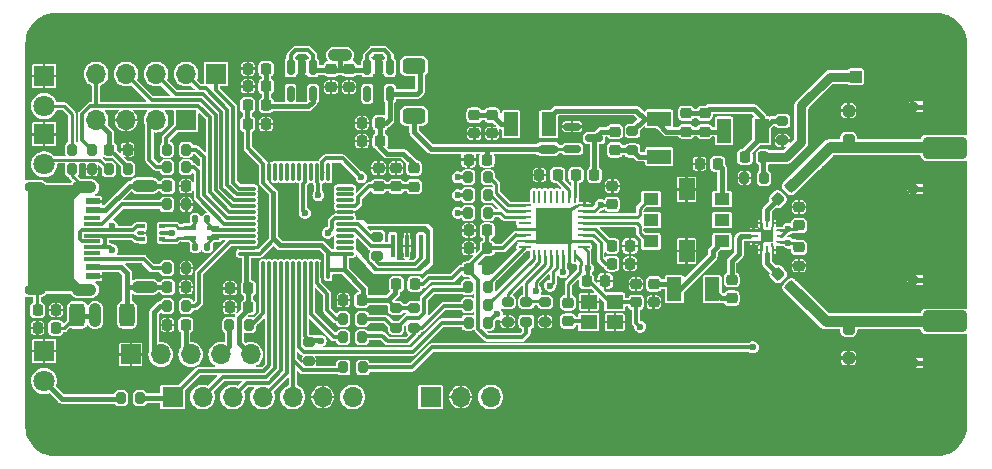
<source format=gtl>
G04 #@! TF.GenerationSoftware,KiCad,Pcbnew,8.0.4*
G04 #@! TF.CreationDate,2024-11-17T23:13:56+01:00*
G04 #@! TF.ProjectId,TEF6687,54454636-3638-4372-9e6b-696361645f70,v1.1*
G04 #@! TF.SameCoordinates,Original*
G04 #@! TF.FileFunction,Copper,L1,Top*
G04 #@! TF.FilePolarity,Positive*
%FSLAX46Y46*%
G04 Gerber Fmt 4.6, Leading zero omitted, Abs format (unit mm)*
G04 Created by KiCad (PCBNEW 8.0.4) date 2024-11-17 23:13:56*
%MOMM*%
%LPD*%
G01*
G04 APERTURE LIST*
G04 Aperture macros list*
%AMRoundRect*
0 Rectangle with rounded corners*
0 $1 Rounding radius*
0 $2 $3 $4 $5 $6 $7 $8 $9 X,Y pos of 4 corners*
0 Add a 4 corners polygon primitive as box body*
4,1,4,$2,$3,$4,$5,$6,$7,$8,$9,$2,$3,0*
0 Add four circle primitives for the rounded corners*
1,1,$1+$1,$2,$3*
1,1,$1+$1,$4,$5*
1,1,$1+$1,$6,$7*
1,1,$1+$1,$8,$9*
0 Add four rect primitives between the rounded corners*
20,1,$1+$1,$2,$3,$4,$5,0*
20,1,$1+$1,$4,$5,$6,$7,0*
20,1,$1+$1,$6,$7,$8,$9,0*
20,1,$1+$1,$8,$9,$2,$3,0*%
%AMFreePoly0*
4,1,6,0.397500,-0.010000,0.397500,-0.125000,-0.202500,-0.125000,-0.202500,0.125000,0.217500,0.125000,0.397500,-0.010000,0.397500,-0.010000,$1*%
%AMFreePoly1*
4,1,6,0.397500,0.010000,0.217500,-0.125000,-0.202500,-0.125000,-0.202500,0.125000,0.397500,0.125000,0.397500,0.010000,0.397500,0.010000,$1*%
%AMFreePoly2*
4,1,7,0.202500,-0.125000,-0.202500,-0.125000,-0.397500,-0.125000,-0.397500,-0.010000,-0.217500,0.125000,0.202500,0.125000,0.202500,-0.125000,0.202500,-0.125000,$1*%
G04 Aperture macros list end*
G04 #@! TA.AperFunction,Conductor*
%ADD10C,0.200000*%
G04 #@! TD*
G04 #@! TA.AperFunction,Conductor*
%ADD11C,0.150000*%
G04 #@! TD*
G04 #@! TA.AperFunction,EtchedComponent*
%ADD12C,0.460000*%
G04 #@! TD*
G04 #@! TA.AperFunction,SMDPad,CuDef*
%ADD13RoundRect,0.249999X0.700001X-0.387501X0.700001X0.387501X-0.700001X0.387501X-0.700001X-0.387501X0*%
G04 #@! TD*
G04 #@! TA.AperFunction,SMDPad,CuDef*
%ADD14RoundRect,0.225000X-0.225000X-0.250000X0.225000X-0.250000X0.225000X0.250000X-0.225000X0.250000X0*%
G04 #@! TD*
G04 #@! TA.AperFunction,SMDPad,CuDef*
%ADD15RoundRect,0.250000X0.250000X-0.250000X0.250000X0.250000X-0.250000X0.250000X-0.250000X-0.250000X0*%
G04 #@! TD*
G04 #@! TA.AperFunction,ComponentPad*
%ADD16R,1.800000X1.800000*%
G04 #@! TD*
G04 #@! TA.AperFunction,ComponentPad*
%ADD17C,1.800000*%
G04 #@! TD*
G04 #@! TA.AperFunction,SMDPad,CuDef*
%ADD18RoundRect,0.225000X0.225000X0.250000X-0.225000X0.250000X-0.225000X-0.250000X0.225000X-0.250000X0*%
G04 #@! TD*
G04 #@! TA.AperFunction,SMDPad,CuDef*
%ADD19RoundRect,0.200000X0.200000X0.275000X-0.200000X0.275000X-0.200000X-0.275000X0.200000X-0.275000X0*%
G04 #@! TD*
G04 #@! TA.AperFunction,SMDPad,CuDef*
%ADD20RoundRect,0.150000X-0.150000X0.512500X-0.150000X-0.512500X0.150000X-0.512500X0.150000X0.512500X0*%
G04 #@! TD*
G04 #@! TA.AperFunction,SMDPad,CuDef*
%ADD21RoundRect,0.150000X-0.587500X-0.150000X0.587500X-0.150000X0.587500X0.150000X-0.587500X0.150000X0*%
G04 #@! TD*
G04 #@! TA.AperFunction,SMDPad,CuDef*
%ADD22R,0.400000X1.900000*%
G04 #@! TD*
G04 #@! TA.AperFunction,SMDPad,CuDef*
%ADD23R,1.200000X2.000000*%
G04 #@! TD*
G04 #@! TA.AperFunction,SMDPad,CuDef*
%ADD24RoundRect,0.250000X-0.250000X0.250000X-0.250000X-0.250000X0.250000X-0.250000X0.250000X0.250000X0*%
G04 #@! TD*
G04 #@! TA.AperFunction,SMDPad,CuDef*
%ADD25RoundRect,0.225000X0.250000X-0.225000X0.250000X0.225000X-0.250000X0.225000X-0.250000X-0.225000X0*%
G04 #@! TD*
G04 #@! TA.AperFunction,SMDPad,CuDef*
%ADD26RoundRect,0.250000X-1.595000X-0.640000X1.595000X-0.640000X1.595000X0.640000X-1.595000X0.640000X0*%
G04 #@! TD*
G04 #@! TA.AperFunction,ComponentPad*
%ADD27C,0.970000*%
G04 #@! TD*
G04 #@! TA.AperFunction,SMDPad,CuDef*
%ADD28RoundRect,0.250000X-1.595000X-1.082500X1.595000X-1.082500X1.595000X1.082500X-1.595000X1.082500X0*%
G04 #@! TD*
G04 #@! TA.AperFunction,SMDPad,CuDef*
%ADD29RoundRect,0.200000X-0.275000X0.200000X-0.275000X-0.200000X0.275000X-0.200000X0.275000X0.200000X0*%
G04 #@! TD*
G04 #@! TA.AperFunction,SMDPad,CuDef*
%ADD30R,1.100000X0.400000*%
G04 #@! TD*
G04 #@! TA.AperFunction,SMDPad,CuDef*
%ADD31RoundRect,0.200000X0.275000X-0.200000X0.275000X0.200000X-0.275000X0.200000X-0.275000X-0.200000X0*%
G04 #@! TD*
G04 #@! TA.AperFunction,SMDPad,CuDef*
%ADD32RoundRect,0.075000X0.662500X0.075000X-0.662500X0.075000X-0.662500X-0.075000X0.662500X-0.075000X0*%
G04 #@! TD*
G04 #@! TA.AperFunction,SMDPad,CuDef*
%ADD33RoundRect,0.075000X0.075000X0.662500X-0.075000X0.662500X-0.075000X-0.662500X0.075000X-0.662500X0*%
G04 #@! TD*
G04 #@! TA.AperFunction,SMDPad,CuDef*
%ADD34RoundRect,0.249999X-0.387501X-0.700001X0.387501X-0.700001X0.387501X0.700001X-0.387501X0.700001X0*%
G04 #@! TD*
G04 #@! TA.AperFunction,SMDPad,CuDef*
%ADD35R,1.000000X1.000000*%
G04 #@! TD*
G04 #@! TA.AperFunction,SMDPad,CuDef*
%ADD36R,2.200000X1.050000*%
G04 #@! TD*
G04 #@! TA.AperFunction,SMDPad,CuDef*
%ADD37FreePoly0,0.000000*%
G04 #@! TD*
G04 #@! TA.AperFunction,SMDPad,CuDef*
%ADD38R,0.600000X0.250000*%
G04 #@! TD*
G04 #@! TA.AperFunction,SMDPad,CuDef*
%ADD39FreePoly1,0.000000*%
G04 #@! TD*
G04 #@! TA.AperFunction,SMDPad,CuDef*
%ADD40FreePoly0,90.000000*%
G04 #@! TD*
G04 #@! TA.AperFunction,SMDPad,CuDef*
%ADD41R,0.250000X0.600000*%
G04 #@! TD*
G04 #@! TA.AperFunction,SMDPad,CuDef*
%ADD42FreePoly2,270.000000*%
G04 #@! TD*
G04 #@! TA.AperFunction,SMDPad,CuDef*
%ADD43FreePoly0,180.000000*%
G04 #@! TD*
G04 #@! TA.AperFunction,SMDPad,CuDef*
%ADD44FreePoly1,180.000000*%
G04 #@! TD*
G04 #@! TA.AperFunction,SMDPad,CuDef*
%ADD45FreePoly0,270.000000*%
G04 #@! TD*
G04 #@! TA.AperFunction,SMDPad,CuDef*
%ADD46FreePoly2,90.000000*%
G04 #@! TD*
G04 #@! TA.AperFunction,SMDPad,CuDef*
%ADD47R,1.100000X1.100000*%
G04 #@! TD*
G04 #@! TA.AperFunction,SMDPad,CuDef*
%ADD48RoundRect,0.200000X-0.200000X-0.275000X0.200000X-0.275000X0.200000X0.275000X-0.200000X0.275000X0*%
G04 #@! TD*
G04 #@! TA.AperFunction,ComponentPad*
%ADD49R,1.700000X1.700000*%
G04 #@! TD*
G04 #@! TA.AperFunction,ComponentPad*
%ADD50O,1.700000X1.700000*%
G04 #@! TD*
G04 #@! TA.AperFunction,SMDPad,CuDef*
%ADD51RoundRect,0.135000X0.135000X0.185000X-0.135000X0.185000X-0.135000X-0.185000X0.135000X-0.185000X0*%
G04 #@! TD*
G04 #@! TA.AperFunction,SMDPad,CuDef*
%ADD52RoundRect,0.225000X0.017678X-0.335876X0.335876X-0.017678X-0.017678X0.335876X-0.335876X0.017678X0*%
G04 #@! TD*
G04 #@! TA.AperFunction,SMDPad,CuDef*
%ADD53R,1.275000X0.600000*%
G04 #@! TD*
G04 #@! TA.AperFunction,SMDPad,CuDef*
%ADD54R,1.300000X0.600000*%
G04 #@! TD*
G04 #@! TA.AperFunction,SMDPad,CuDef*
%ADD55R,1.370000X0.300000*%
G04 #@! TD*
G04 #@! TA.AperFunction,ComponentPad*
%ADD56O,2.100000X1.050000*%
G04 #@! TD*
G04 #@! TA.AperFunction,ComponentPad*
%ADD57O,1.800000X0.900000*%
G04 #@! TD*
G04 #@! TA.AperFunction,ComponentPad*
%ADD58R,2.286000X1.500000*%
G04 #@! TD*
G04 #@! TA.AperFunction,SMDPad,CuDef*
%ADD59RoundRect,0.135000X-0.135000X-0.185000X0.135000X-0.185000X0.135000X0.185000X-0.135000X0.185000X0*%
G04 #@! TD*
G04 #@! TA.AperFunction,SMDPad,CuDef*
%ADD60RoundRect,0.062500X0.437500X0.062500X-0.437500X0.062500X-0.437500X-0.062500X0.437500X-0.062500X0*%
G04 #@! TD*
G04 #@! TA.AperFunction,SMDPad,CuDef*
%ADD61RoundRect,0.062500X0.062500X0.437500X-0.062500X0.437500X-0.062500X-0.437500X0.062500X-0.437500X0*%
G04 #@! TD*
G04 #@! TA.AperFunction,SMDPad,CuDef*
%ADD62R,3.100000X3.100000*%
G04 #@! TD*
G04 #@! TA.AperFunction,SMDPad,CuDef*
%ADD63RoundRect,0.225000X-0.250000X0.225000X-0.250000X-0.225000X0.250000X-0.225000X0.250000X0.225000X0*%
G04 #@! TD*
G04 #@! TA.AperFunction,SMDPad,CuDef*
%ADD64R,2.000000X1.200000*%
G04 #@! TD*
G04 #@! TA.AperFunction,SMDPad,CuDef*
%ADD65RoundRect,0.218750X0.218750X0.256250X-0.218750X0.256250X-0.218750X-0.256250X0.218750X-0.256250X0*%
G04 #@! TD*
G04 #@! TA.AperFunction,SMDPad,CuDef*
%ADD66R,1.400000X1.200000*%
G04 #@! TD*
G04 #@! TA.AperFunction,SMDPad,CuDef*
%ADD67RoundRect,0.218750X-0.218750X-0.256250X0.218750X-0.256250X0.218750X0.256250X-0.218750X0.256250X0*%
G04 #@! TD*
G04 #@! TA.AperFunction,SMDPad,CuDef*
%ADD68RoundRect,0.225000X0.335876X0.017678X0.017678X0.335876X-0.335876X-0.017678X-0.017678X-0.335876X0*%
G04 #@! TD*
G04 #@! TA.AperFunction,SMDPad,CuDef*
%ADD69R,1.300000X1.000000*%
G04 #@! TD*
G04 #@! TA.AperFunction,SMDPad,CuDef*
%ADD70R,1.400000X1.900000*%
G04 #@! TD*
G04 #@! TA.AperFunction,SMDPad,CuDef*
%ADD71RoundRect,0.218750X-0.256250X0.218750X-0.256250X-0.218750X0.256250X-0.218750X0.256250X0.218750X0*%
G04 #@! TD*
G04 #@! TA.AperFunction,SMDPad,CuDef*
%ADD72RoundRect,0.093750X-0.156250X-0.093750X0.156250X-0.093750X0.156250X0.093750X-0.156250X0.093750X0*%
G04 #@! TD*
G04 #@! TA.AperFunction,SMDPad,CuDef*
%ADD73RoundRect,0.075000X-0.250000X-0.075000X0.250000X-0.075000X0.250000X0.075000X-0.250000X0.075000X0*%
G04 #@! TD*
G04 #@! TA.AperFunction,ViaPad*
%ADD74C,0.600000*%
G04 #@! TD*
G04 #@! TA.AperFunction,ViaPad*
%ADD75C,3.500000*%
G04 #@! TD*
G04 #@! TA.AperFunction,Conductor*
%ADD76C,0.254000*%
G04 #@! TD*
G04 #@! TA.AperFunction,Conductor*
%ADD77C,0.300000*%
G04 #@! TD*
G04 #@! TA.AperFunction,Conductor*
%ADD78C,0.400000*%
G04 #@! TD*
G04 #@! TA.AperFunction,Conductor*
%ADD79C,0.800000*%
G04 #@! TD*
G04 #@! TA.AperFunction,Conductor*
%ADD80C,1.000000*%
G04 #@! TD*
G04 #@! TA.AperFunction,Conductor*
%ADD81C,0.950000*%
G04 #@! TD*
G04 APERTURE END LIST*
D10*
G04 #@! TO.N,GND*
X161225000Y-60490000D02*
X160655000Y-60840000D01*
X160485000Y-60790000D01*
X161235000Y-60470000D01*
X161225000Y-60490000D01*
G04 #@! TA.AperFunction,Conductor*
G36*
X161225000Y-60490000D02*
G01*
X160655000Y-60840000D01*
X160485000Y-60790000D01*
X161235000Y-60470000D01*
X161225000Y-60490000D01*
G37*
G04 #@! TD.AperFunction*
G04 #@! TO.N,Net-(J1-SHIELD)*
X118400000Y-59901925D02*
X118400000Y-66736536D01*
X119410639Y-67650000D01*
X114700000Y-67650000D01*
X114700000Y-58850000D01*
X119615555Y-58850000D01*
X118400000Y-59901925D01*
G04 #@! TA.AperFunction,Conductor*
G36*
X118400000Y-59901925D02*
G01*
X118400000Y-66736536D01*
X119410639Y-67650000D01*
X114700000Y-67650000D01*
X114700000Y-58850000D01*
X119615555Y-58850000D01*
X118400000Y-59901925D01*
G37*
G04 #@! TD.AperFunction*
D11*
G04 #@! TO.N,GND*
X177650000Y-62575000D02*
X177650000Y-62325000D01*
X177650000Y-63875000D02*
X177650000Y-63625000D01*
D10*
X135013963Y-58300000D02*
X135186036Y-58545746D01*
D12*
G04 #@! TD*
G04 #@! TO.C,J9*
X192250000Y-66807500D02*
X189515000Y-66807500D01*
G04 #@! TO.C,J9*
X192250000Y-73792500D02*
X189515000Y-73792500D01*
G04 #@! TO.C,J10*
X192250000Y-52107500D02*
X189515000Y-52107500D01*
X192250000Y-59092500D02*
X189515000Y-59092500D01*
G04 #@! TD*
D13*
G04 #@! TO.P,FB5,1*
G04 #@! TO.N,TEF_ANA*
X147300000Y-52912500D03*
G04 #@! TO.P,FB5,2*
G04 #@! TO.N,Net-(U6-OUT)*
X147300000Y-48687500D03*
G04 #@! TD*
D14*
G04 #@! TO.P,C6,1*
G04 #@! TO.N,Net-(C6-Pad1)*
X175325000Y-56400000D03*
G04 #@! TO.P,C6,2*
G04 #@! TO.N,Net-(J8-In)*
X176875000Y-56400000D03*
G04 #@! TD*
D15*
G04 #@! TO.P,D5,1,A1*
G04 #@! TO.N,Net-(D5-A1)*
X184100000Y-54950000D03*
G04 #@! TO.P,D5,2,A2*
G04 #@! TO.N,GND*
X184100000Y-52450000D03*
G04 #@! TD*
D16*
G04 #@! TO.P,D1,1,K*
G04 #@! TO.N,GND*
X116000000Y-54460000D03*
D17*
G04 #@! TO.P,D1,2,A*
G04 #@! TO.N,Net-(D1-A)*
X116000000Y-57000000D03*
G04 #@! TD*
D18*
G04 #@! TO.P,C43,1*
G04 #@! TO.N,Net-(U6-OUT)*
X144425000Y-53500000D03*
G04 #@! TO.P,C43,2*
G04 #@! TO.N,GND*
X142875000Y-53500000D03*
G04 #@! TD*
D19*
G04 #@! TO.P,R28,1*
G04 #@! TO.N,Net-(U4-PA14)*
X133325000Y-70600000D03*
G04 #@! TO.P,R28,2*
G04 #@! TO.N,SWCLK*
X131675000Y-70600000D03*
G04 #@! TD*
G04 #@! TO.P,R12,1*
G04 #@! TO.N,Net-(U3-I2S_WS)*
X153550000Y-58100000D03*
G04 #@! TO.P,R12,2*
G04 #@! TO.N,I2S_WS*
X151900000Y-58100000D03*
G04 #@! TD*
D18*
G04 #@! TO.P,C5,1*
G04 #@! TO.N,GND*
X123050000Y-55750000D03*
G04 #@! TO.P,C5,2*
G04 #@! TO.N,5V*
X121500000Y-55750000D03*
G04 #@! TD*
D20*
G04 #@! TO.P,U5,1,IN*
G04 #@! TO.N,5V*
X138750000Y-48762500D03*
G04 #@! TO.P,U5,2,GND*
G04 #@! TO.N,GND*
X137800000Y-48762500D03*
G04 #@! TO.P,U5,3,EN*
G04 #@! TO.N,5V*
X136850000Y-48762500D03*
G04 #@! TO.P,U5,4,NC*
G04 #@! TO.N,unconnected-(U5-NC-Pad4)*
X136850000Y-51037500D03*
G04 #@! TO.P,U5,5,OUT*
G04 #@! TO.N,Net-(U5-OUT)*
X138750000Y-51037500D03*
G04 #@! TD*
D21*
G04 #@! TO.P,D4,1,K*
G04 #@! TO.N,GND*
X160700000Y-53800000D03*
G04 #@! TO.P,D4,2,A*
G04 #@! TO.N,TEF_ANA*
X160700000Y-55700000D03*
G04 #@! TO.P,D4,3,K*
G04 #@! TO.N,Net-(C10-Pad1)*
X162575000Y-54750000D03*
G04 #@! TD*
D22*
G04 #@! TO.P,Y2,1,1*
G04 #@! TO.N,Net-(U4-PF0)*
X145500000Y-63900000D03*
G04 #@! TO.P,Y2,2,2*
G04 #@! TO.N,GND*
X146700000Y-63900000D03*
G04 #@! TO.P,Y2,3,3*
G04 #@! TO.N,Net-(R22-Pad2)*
X147900000Y-63900000D03*
G04 #@! TD*
D23*
G04 #@! TO.P,L4,1*
G04 #@! TO.N,Net-(C18-Pad1)*
X172542000Y-67564000D03*
G04 #@! TO.P,L4,2*
G04 #@! TO.N,Net-(C19-Pad2)*
X169342000Y-67564000D03*
G04 #@! TD*
D24*
G04 #@! TO.P,D6,1,A1*
G04 #@! TO.N,Net-(D6-A1)*
X184100000Y-70900000D03*
G04 #@! TO.P,D6,2,A2*
G04 #@! TO.N,GND*
X184100000Y-73400000D03*
G04 #@! TD*
D19*
G04 #@! TO.P,R4,1*
G04 #@! TO.N,5V*
X123100000Y-57400000D03*
G04 #@! TO.P,R4,2*
G04 #@! TO.N,Net-(D1-A)*
X121450000Y-57400000D03*
G04 #@! TD*
D25*
G04 #@! TO.P,C33,1*
G04 #@! TO.N,STM_ANA*
X144300000Y-58875000D03*
G04 #@! TO.P,C33,2*
G04 #@! TO.N,GND*
X144300000Y-57325000D03*
G04 #@! TD*
D14*
G04 #@! TO.P,C26,1*
G04 #@! TO.N,TEF_ANA*
X161925000Y-66900000D03*
G04 #@! TO.P,C26,2*
G04 #@! TO.N,GND*
X163475000Y-66900000D03*
G04 #@! TD*
D19*
G04 #@! TO.P,R15,1*
G04 #@! TO.N,Net-(U3-SDA)*
X153550000Y-67400000D03*
G04 #@! TO.P,R15,2*
G04 #@! TO.N,SDA*
X151900000Y-67400000D03*
G04 #@! TD*
D26*
G04 #@! TO.P,J9,1,In*
G04 #@! TO.N,Net-(D6-A1)*
X192250000Y-70300000D03*
D27*
G04 #@! TO.P,J9,2,Ext*
G04 #@! TO.N,GND*
X189515000Y-66807500D03*
X189515000Y-73792500D03*
D28*
X192250000Y-66807500D03*
X192250000Y-73792500D03*
G04 #@! TD*
D14*
G04 #@! TO.P,C36,1*
G04 #@! TO.N,GND*
X131725000Y-67500000D03*
G04 #@! TO.P,C36,2*
G04 #@! TO.N,3.3V_DIG*
X133275000Y-67500000D03*
G04 #@! TD*
D18*
G04 #@! TO.P,C22,1*
G04 #@! TO.N,GND*
X165600000Y-65400000D03*
G04 #@! TO.P,C22,2*
G04 #@! TO.N,Net-(U3-VBGP)*
X164050000Y-65400000D03*
G04 #@! TD*
D25*
G04 #@! TO.P,C31,1*
G04 #@! TO.N,STM_ANA*
X145800000Y-58875000D03*
G04 #@! TO.P,C31,2*
G04 #@! TO.N,GND*
X145800000Y-57325000D03*
G04 #@! TD*
D14*
G04 #@! TO.P,C12,1*
G04 #@! TO.N,GND*
X151925000Y-56600000D03*
G04 #@! TO.P,C12,2*
G04 #@! TO.N,TEF_ANA*
X153475000Y-56600000D03*
G04 #@! TD*
D29*
G04 #@! TO.P,R25,1*
G04 #@! TO.N,BOOT*
X138400000Y-72025000D03*
G04 #@! TO.P,R25,2*
G04 #@! TO.N,GND*
X138400000Y-73675000D03*
G04 #@! TD*
D30*
G04 #@! TO.P,FL1,1,1*
G04 #@! TO.N,Net-(U4-PA11)*
X130250000Y-62400000D03*
G04 #@! TO.P,FL1,2,2*
G04 #@! TO.N,USB_D-*
X128350000Y-62400000D03*
G04 #@! TO.P,FL1,3,3*
G04 #@! TO.N,Net-(U4-PA12)*
X130250000Y-63200000D03*
G04 #@! TO.P,FL1,4,4*
G04 #@! TO.N,USB_D+*
X128350000Y-63200000D03*
G04 #@! TD*
D25*
G04 #@! TO.P,C18,1*
G04 #@! TO.N,Net-(C18-Pad1)*
X174200000Y-68325000D03*
G04 #@! TO.P,C18,2*
G04 #@! TO.N,RF_FM*
X174200000Y-66775000D03*
G04 #@! TD*
D18*
G04 #@! TO.P,C32,1*
G04 #@! TO.N,NRST*
X127975000Y-70600000D03*
G04 #@! TO.P,C32,2*
G04 #@! TO.N,GND*
X126425000Y-70600000D03*
G04 #@! TD*
D31*
G04 #@! TO.P,R8,1*
G04 #@! TO.N,GND*
X178500000Y-54975000D03*
G04 #@! TO.P,R8,2*
G04 #@! TO.N,Net-(C6-Pad1)*
X178500000Y-53325000D03*
G04 #@! TD*
D16*
G04 #@! TO.P,D2,1,K*
G04 #@! TO.N,GND*
X116000000Y-49525000D03*
D17*
G04 #@! TO.P,D2,2,A*
G04 #@! TO.N,Net-(D2-A)*
X116000000Y-52065000D03*
G04 #@! TD*
D32*
G04 #@! TO.P,U4,1,VBAT*
G04 #@! TO.N,3.3V_DIG*
X141462500Y-64550000D03*
G04 #@! TO.P,U4,2,PC13*
G04 #@! TO.N,unconnected-(U4-PC13-Pad2)*
X141462500Y-64050000D03*
G04 #@! TO.P,U4,3,PC14*
G04 #@! TO.N,unconnected-(U4-PC14-Pad3)*
X141462500Y-63550000D03*
G04 #@! TO.P,U4,4,PC15*
G04 #@! TO.N,unconnected-(U4-PC15-Pad4)*
X141462500Y-63050000D03*
G04 #@! TO.P,U4,5,PF0*
G04 #@! TO.N,Net-(U4-PF0)*
X141462500Y-62550000D03*
G04 #@! TO.P,U4,6,PF1*
G04 #@! TO.N,Net-(U4-PF1)*
X141462500Y-62050000D03*
G04 #@! TO.P,U4,7,NRST*
G04 #@! TO.N,NRST*
X141462500Y-61550000D03*
G04 #@! TO.P,U4,8,VSSA*
G04 #@! TO.N,GND*
X141462500Y-61050000D03*
G04 #@! TO.P,U4,9,VDDA*
G04 #@! TO.N,STM_ANA*
X141462500Y-60550000D03*
G04 #@! TO.P,U4,10,PA0*
G04 #@! TO.N,unconnected-(U4-PA0-Pad10)*
X141462500Y-60050000D03*
G04 #@! TO.P,U4,11,PA1*
G04 #@! TO.N,unconnected-(U4-PA1-Pad11)*
X141462500Y-59550000D03*
G04 #@! TO.P,U4,12,PA2*
G04 #@! TO.N,unconnected-(U4-PA2-Pad12)*
X141462500Y-59050000D03*
D33*
G04 #@! TO.P,U4,13,PA3*
G04 #@! TO.N,unconnected-(U4-PA3-Pad13)*
X140050000Y-57637500D03*
G04 #@! TO.P,U4,14,I2S1_WS*
G04 #@! TO.N,I2S_WS*
X139550000Y-57637500D03*
G04 #@! TO.P,U4,15,I2S1_CK*
G04 #@! TO.N,I2S_CK*
X139050000Y-57637500D03*
G04 #@! TO.P,U4,16,PA6*
G04 #@! TO.N,unconnected-(U4-PA6-Pad16)*
X138550000Y-57637500D03*
G04 #@! TO.P,U4,17,I2S1_SD*
G04 #@! TO.N,I2S_SD*
X138050000Y-57637500D03*
G04 #@! TO.P,U4,18,PB0*
G04 #@! TO.N,unconnected-(U4-PB0-Pad18)*
X137550000Y-57637500D03*
G04 #@! TO.P,U4,19,PB1*
G04 #@! TO.N,unconnected-(U4-PB1-Pad19)*
X137050000Y-57637500D03*
G04 #@! TO.P,U4,20,PB2*
G04 #@! TO.N,unconnected-(U4-PB2-Pad20)*
X136550000Y-57637500D03*
G04 #@! TO.P,U4,21,PB10*
G04 #@! TO.N,unconnected-(U4-PB10-Pad21)*
X136050000Y-57637500D03*
G04 #@! TO.P,U4,22,PB11*
G04 #@! TO.N,unconnected-(U4-PB11-Pad22)*
X135550000Y-57637500D03*
G04 #@! TO.P,U4,23,VSS*
G04 #@! TO.N,GND*
X135050000Y-57637500D03*
G04 #@! TO.P,U4,24,VDD*
G04 #@! TO.N,3.3V_DIG*
X134550000Y-57637500D03*
D32*
G04 #@! TO.P,U4,25,PB12*
G04 #@! TO.N,PB12*
X133137500Y-59050000D03*
G04 #@! TO.P,U4,26,PB13*
G04 #@! TO.N,PB13*
X133137500Y-59550000D03*
G04 #@! TO.P,U4,27,PB14*
G04 #@! TO.N,PB14*
X133137500Y-60050000D03*
G04 #@! TO.P,U4,28,PB15*
G04 #@! TO.N,PB15*
X133137500Y-60550000D03*
G04 #@! TO.P,U4,29,PA8*
G04 #@! TO.N,PA8*
X133137500Y-61050000D03*
G04 #@! TO.P,U4,30,USART1_TX*
G04 #@! TO.N,Net-(U4-PA9)*
X133137500Y-61550000D03*
G04 #@! TO.P,U4,31,USART1_RX*
G04 #@! TO.N,Net-(U4-PA10)*
X133137500Y-62050000D03*
G04 #@! TO.P,U4,32,USB_DM*
G04 #@! TO.N,Net-(U4-PA11)*
X133137500Y-62550000D03*
G04 #@! TO.P,U4,33,USB_DP*
G04 #@! TO.N,Net-(U4-PA12)*
X133137500Y-63050000D03*
G04 #@! TO.P,U4,34,SYS_SWDIO*
G04 #@! TO.N,Net-(U4-PA13)*
X133137500Y-63550000D03*
G04 #@! TO.P,U4,35,VSS*
G04 #@! TO.N,GND*
X133137500Y-64050000D03*
G04 #@! TO.P,U4,36,VDDIO2*
G04 #@! TO.N,3.3V_DIG*
X133137500Y-64550000D03*
D33*
G04 #@! TO.P,U4,37,SYS_SWCLK*
G04 #@! TO.N,Net-(U4-PA14)*
X134550000Y-65962500D03*
G04 #@! TO.P,U4,38,PA15*
G04 #@! TO.N,PA15*
X135050000Y-65962500D03*
G04 #@! TO.P,U4,39,PB3*
G04 #@! TO.N,PB3*
X135550000Y-65962500D03*
G04 #@! TO.P,U4,40,PB4*
G04 #@! TO.N,PB4*
X136050000Y-65962500D03*
G04 #@! TO.P,U4,41,PB5*
G04 #@! TO.N,PB5*
X136550000Y-65962500D03*
G04 #@! TO.P,U4,42,PB6*
G04 #@! TO.N,PB6*
X137050000Y-65962500D03*
G04 #@! TO.P,U4,43,PB7*
G04 #@! TO.N,RDS*
X137550000Y-65962500D03*
G04 #@! TO.P,U4,44,BOOT0*
G04 #@! TO.N,BOOT*
X138050000Y-65962500D03*
G04 #@! TO.P,U4,45,I2C1_SCL*
G04 #@! TO.N,Net-(U4-PB8)*
X138550000Y-65962500D03*
G04 #@! TO.P,U4,46,I2C1_SDA*
G04 #@! TO.N,Net-(U4-PB9)*
X139050000Y-65962500D03*
G04 #@! TO.P,U4,47,VSS*
G04 #@! TO.N,GND*
X139550000Y-65962500D03*
G04 #@! TO.P,U4,48,VDD*
G04 #@! TO.N,3.3V_DIG*
X140050000Y-65962500D03*
G04 #@! TD*
D14*
G04 #@! TO.P,C4,1*
G04 #@! TO.N,GND*
X115425000Y-70850000D03*
G04 #@! TO.P,C4,2*
G04 #@! TO.N,5V*
X116975000Y-70850000D03*
G04 #@! TD*
D34*
G04 #@! TO.P,FB1,1*
G04 #@! TO.N,5V*
X118787500Y-69750000D03*
G04 #@! TO.P,FB1,2*
G04 #@! TO.N,VBUS*
X123012500Y-69750000D03*
G04 #@! TD*
D35*
G04 #@! TO.P,J8,1,In*
G04 #@! TO.N,Net-(J8-In)*
X184700000Y-49579000D03*
D36*
G04 #@! TO.P,J8,2,Ext*
G04 #@! TO.N,GND*
X186200000Y-48104000D03*
D35*
X187700000Y-49579000D03*
D36*
X186200000Y-51054000D03*
G04 #@! TD*
D37*
G04 #@! TO.P,U2,1,GND_1*
G04 #@! TO.N,GND*
X176052500Y-62600000D03*
D38*
G04 #@! TO.P,U2,2,RFC*
G04 #@! TO.N,RF_FM*
X176150000Y-63100000D03*
D39*
G04 #@! TO.P,U2,3,GND_2*
G04 #@! TO.N,GND*
X176052500Y-63600000D03*
D40*
G04 #@! TO.P,U2,4,GND_3*
X176700000Y-64247500D03*
D41*
G04 #@! TO.P,U2,5,RF1*
G04 #@! TO.N,Net-(U2-RF1)*
X177200000Y-64150000D03*
D42*
G04 #@! TO.P,U2,6,GND_4*
G04 #@! TO.N,GND*
X177700000Y-64247500D03*
D43*
G04 #@! TO.P,U2,7,VCTL*
G04 #@! TO.N,Net-(U2-VCTL)*
X178347500Y-63600000D03*
D38*
G04 #@! TO.P,U2,8,EN*
G04 #@! TO.N,TEF_ANA*
X178250000Y-63100000D03*
D44*
G04 #@! TO.P,U2,9,VCC*
X178347500Y-62600000D03*
D45*
G04 #@! TO.P,U2,10,GND_5*
G04 #@! TO.N,GND*
X177700000Y-61952500D03*
D41*
G04 #@! TO.P,U2,11,RF2*
G04 #@! TO.N,Net-(U2-RF2)*
X177200000Y-62050000D03*
D46*
G04 #@! TO.P,U2,12,GND_6*
G04 #@! TO.N,GND*
X176700000Y-61952500D03*
D47*
G04 #@! TO.P,U2,13,EP*
X177200000Y-63100000D03*
G04 #@! TD*
D18*
G04 #@! TO.P,C40,1*
G04 #@! TO.N,Net-(U5-OUT)*
X134775000Y-48900000D03*
G04 #@! TO.P,C40,2*
G04 #@! TO.N,GND*
X133225000Y-48900000D03*
G04 #@! TD*
D31*
G04 #@! TO.P,R9,1*
G04 #@! TO.N,Net-(C10-Pad2)*
X165800000Y-55825000D03*
G04 #@! TO.P,R9,2*
G04 #@! TO.N,Net-(C7-Pad1)*
X165800000Y-54175000D03*
G04 #@! TD*
D48*
G04 #@! TO.P,R16,1*
G04 #@! TO.N,I2S_CK*
X151900000Y-59600000D03*
G04 #@! TO.P,R16,2*
G04 #@! TO.N,Net-(U3-I2S_BCK)*
X153550000Y-59600000D03*
G04 #@! TD*
D19*
G04 #@! TO.P,R24,1*
G04 #@! TO.N,SDA*
X142925000Y-70100000D03*
G04 #@! TO.P,R24,2*
G04 #@! TO.N,Net-(U4-PB9)*
X141275000Y-70100000D03*
G04 #@! TD*
D25*
G04 #@! TO.P,C8,1*
G04 #@! TO.N,Net-(C7-Pad1)*
X171900000Y-54225000D03*
G04 #@! TO.P,C8,2*
G04 #@! TO.N,Net-(C6-Pad1)*
X171900000Y-52675000D03*
G04 #@! TD*
D18*
G04 #@! TO.P,C28,1*
G04 #@! TO.N,Net-(U3-VDDD)*
X153500000Y-64100000D03*
G04 #@! TO.P,C28,2*
G04 #@! TO.N,GND*
X151950000Y-64100000D03*
G04 #@! TD*
G04 #@! TO.P,C2,1*
G04 #@! TO.N,GND*
X127975000Y-58850000D03*
G04 #@! TO.P,C2,2*
G04 #@! TO.N,VBUS*
X126425000Y-58850000D03*
G04 #@! TD*
D49*
G04 #@! TO.P,J6,1,Pin_1*
G04 #@! TO.N,PA15*
X126873000Y-76700000D03*
D50*
G04 #@! TO.P,J6,2,Pin_2*
G04 #@! TO.N,PB3*
X129413000Y-76700000D03*
G04 #@! TO.P,J6,3,Pin_3*
G04 #@! TO.N,PB4*
X131953000Y-76700000D03*
G04 #@! TO.P,J6,4,Pin_4*
G04 #@! TO.N,PB5*
X134493000Y-76700000D03*
G04 #@! TO.P,J6,5,Pin_5*
G04 #@! TO.N,PB6*
X137033000Y-76700000D03*
G04 #@! TO.P,J6,6,Pin_6*
G04 #@! TO.N,GND*
X139573000Y-76700000D03*
G04 #@! TO.P,J6,7,Pin_7*
G04 #@! TO.N,BOOT*
X142113000Y-76700000D03*
G04 #@! TD*
D48*
G04 #@! TO.P,R6,1*
G04 #@! TO.N,Net-(D3-A)*
X122475000Y-76800000D03*
G04 #@! TO.P,R6,2*
G04 #@! TO.N,PA15*
X124125000Y-76800000D03*
G04 #@! TD*
D14*
G04 #@! TO.P,C20,1*
G04 #@! TO.N,GND*
X171475000Y-56950000D03*
G04 #@! TO.P,C20,2*
G04 #@! TO.N,Net-(C20-Pad2)*
X173025000Y-56950000D03*
G04 #@! TD*
D48*
G04 #@! TO.P,R29,1*
G04 #@! TO.N,SWDIO*
X126375000Y-69000000D03*
G04 #@! TO.P,R29,2*
G04 #@! TO.N,Net-(U4-PA13)*
X128025000Y-69000000D03*
G04 #@! TD*
D19*
G04 #@! TO.P,R23,1*
G04 #@! TO.N,SCL*
X142925000Y-71650000D03*
G04 #@! TO.P,R23,2*
G04 #@! TO.N,Net-(U4-PB8)*
X141275000Y-71650000D03*
G04 #@! TD*
D49*
G04 #@! TO.P,J3,1,Pin_1*
G04 #@! TO.N,PB12*
X130540000Y-49350000D03*
D50*
G04 #@! TO.P,J3,2,Pin_2*
G04 #@! TO.N,PB13*
X128000000Y-49350000D03*
G04 #@! TO.P,J3,3,Pin_3*
G04 #@! TO.N,PB14*
X125460000Y-49350000D03*
G04 #@! TO.P,J3,4,Pin_4*
G04 #@! TO.N,PB15*
X122920000Y-49350000D03*
G04 #@! TO.P,J3,5,Pin_5*
G04 #@! TO.N,PA8*
X120380000Y-49350000D03*
G04 #@! TD*
D14*
G04 #@! TO.P,C35,1*
G04 #@! TO.N,GND*
X141325000Y-68500000D03*
G04 #@! TO.P,C35,2*
G04 #@! TO.N,3.3V_DIG*
X142875000Y-68500000D03*
G04 #@! TD*
D51*
G04 #@! TO.P,R30,1*
G04 #@! TO.N,Net-(U4-PA11)*
X129810000Y-61650000D03*
G04 #@! TO.P,R30,2*
G04 #@! TO.N,USB_D-*
X128790000Y-61650000D03*
G04 #@! TD*
D48*
G04 #@! TO.P,R2,1*
G04 #@! TO.N,Net-(J1-CC1_B)*
X126375000Y-65800000D03*
G04 #@! TO.P,R2,2*
G04 #@! TO.N,GND*
X128025000Y-65800000D03*
G04 #@! TD*
D29*
G04 #@! TO.P,R18,1*
G04 #@! TO.N,Net-(U3-GPIO1)*
X158425000Y-68675000D03*
G04 #@! TO.P,R18,2*
G04 #@! TO.N,GND*
X158425000Y-70325000D03*
G04 #@! TD*
D52*
G04 #@! TO.P,C15,1*
G04 #@! TO.N,Net-(U2-RF2)*
X178101992Y-59948008D03*
G04 #@! TO.P,C15,2*
G04 #@! TO.N,Net-(D5-A1)*
X179198008Y-58851992D03*
G04 #@! TD*
D18*
G04 #@! TO.P,C42,1*
G04 #@! TO.N,Net-(U5-OUT)*
X134775000Y-50400000D03*
G04 #@! TO.P,C42,2*
G04 #@! TO.N,GND*
X133225000Y-50400000D03*
G04 #@! TD*
D29*
G04 #@! TO.P,R19,1*
G04 #@! TO.N,Net-(U3-GPIO2)*
X155225000Y-68675000D03*
G04 #@! TO.P,R19,2*
G04 #@! TO.N,GND*
X155225000Y-70325000D03*
G04 #@! TD*
D53*
G04 #@! TO.P,J1,A1_B12,GND*
G04 #@! TO.N,GND*
X120112500Y-60080000D03*
D54*
G04 #@! TO.P,J1,A4_B9,VBUS*
G04 #@! TO.N,VBUS*
X120100000Y-60880000D03*
D55*
G04 #@! TO.P,J1,A5,CC1_A*
G04 #@! TO.N,Net-(J1-CC1_A)*
X120065000Y-62030000D03*
G04 #@! TO.P,J1,A6,D+_A*
G04 #@! TO.N,D+*
X120065000Y-63030000D03*
G04 #@! TO.P,J1,A7,D-_A*
G04 #@! TO.N,D-*
X120065000Y-63530000D03*
G04 #@! TO.P,J1,A8,SBU1*
G04 #@! TO.N,unconnected-(J1-SBU1-PadA8)*
X120065000Y-64530000D03*
D53*
G04 #@! TO.P,J1,B1_A12,GND_1*
G04 #@! TO.N,GND*
X120112500Y-66480000D03*
D54*
G04 #@! TO.P,J1,B4_A9,VBUS_1*
G04 #@! TO.N,VBUS*
X120100000Y-65680000D03*
D55*
G04 #@! TO.P,J1,B5,CC1_B*
G04 #@! TO.N,Net-(J1-CC1_B)*
X120065000Y-65030000D03*
G04 #@! TO.P,J1,B6,D+_B*
G04 #@! TO.N,D+*
X120065000Y-64030000D03*
G04 #@! TO.P,J1,B7,D-_B*
G04 #@! TO.N,D-*
X120065000Y-62530000D03*
G04 #@! TO.P,J1,B8,SBU2*
G04 #@! TO.N,unconnected-(J1-SBU2-PadB8)*
X120065000Y-61530000D03*
D56*
G04 #@! TO.P,J1,SH1,SHIELD*
G04 #@! TO.N,Net-(J1-SHIELD)*
X119380000Y-58960000D03*
G04 #@! TO.P,J1,SH2,SHIELD_1*
X119380000Y-67600000D03*
D57*
G04 #@! TO.P,J1,SH3,SHIELD_2*
X115200000Y-58960000D03*
G04 #@! TO.P,J1,SH4,SHIELD_3*
X115200000Y-67600000D03*
G04 #@! TD*
D23*
G04 #@! TO.P,L1,1*
G04 #@! TO.N,Net-(C6-Pad1)*
X176750000Y-54150000D03*
G04 #@! TO.P,L1,2*
G04 #@! TO.N,Net-(C7-Pad1)*
X173550000Y-54150000D03*
G04 #@! TD*
D58*
G04 #@! TO.P,REF\u002A\u002A,1*
G04 #@! TO.N,GND*
X154600000Y-73900000D03*
X176900000Y-50400000D03*
G04 #@! TD*
D14*
G04 #@! TO.P,C30,1*
G04 #@! TO.N,Net-(U3-VDDD)*
X151950000Y-65900000D03*
G04 #@! TO.P,C30,2*
G04 #@! TO.N,GND*
X153500000Y-65900000D03*
G04 #@! TD*
D29*
G04 #@! TO.P,R11,1*
G04 #@! TO.N,Net-(U3-GPIO1)*
X156825000Y-68675000D03*
G04 #@! TO.P,R11,2*
G04 #@! TO.N,Net-(U3-VDDD)*
X156825000Y-70325000D03*
G04 #@! TD*
D26*
G04 #@! TO.P,J10,1,In*
G04 #@! TO.N,Net-(D5-A1)*
X192250000Y-55600000D03*
D27*
G04 #@! TO.P,J10,2,Ext*
G04 #@! TO.N,GND*
X189515000Y-52107500D03*
X189515000Y-59092500D03*
D28*
X192250000Y-52107500D03*
X192250000Y-59092500D03*
G04 #@! TD*
D59*
G04 #@! TO.P,R31,1*
G04 #@! TO.N,USB_D+*
X128790000Y-64000000D03*
G04 #@! TO.P,R31,2*
G04 #@! TO.N,Net-(U4-PA12)*
X129810000Y-64000000D03*
G04 #@! TD*
D18*
G04 #@! TO.P,C23,1*
G04 #@! TO.N,GND*
X165600000Y-63900000D03*
G04 #@! TO.P,C23,2*
G04 #@! TO.N,Net-(U3-FM_CAP)*
X164050000Y-63900000D03*
G04 #@! TD*
D25*
G04 #@! TO.P,C39,1*
G04 #@! TO.N,GND*
X141800000Y-50475000D03*
G04 #@! TO.P,C39,2*
G04 #@! TO.N,5V*
X141800000Y-48925000D03*
G04 #@! TD*
D49*
G04 #@! TO.P,J7,1,Pin_1*
G04 #@! TO.N,DAC_R*
X148717000Y-76700000D03*
D50*
G04 #@! TO.P,J7,2,Pin_2*
G04 #@! TO.N,GND*
X151257000Y-76700000D03*
G04 #@! TO.P,J7,3,Pin_3*
G04 #@! TO.N,DAC_L*
X153797000Y-76700000D03*
G04 #@! TD*
D49*
G04 #@! TO.P,J2,1,Pin_1*
G04 #@! TO.N,UART_TX*
X128000000Y-53250000D03*
D50*
G04 #@! TO.P,J2,2,Pin_2*
G04 #@! TO.N,UART_RX*
X125460000Y-53250000D03*
G04 #@! TO.P,J2,3,Pin_3*
G04 #@! TO.N,GND*
X122920000Y-53250000D03*
G04 #@! TO.P,J2,4,Pin_4*
G04 #@! TO.N,5V*
X120380000Y-53250000D03*
G04 #@! TD*
D49*
G04 #@! TO.P,J4,1,Pin_1*
G04 #@! TO.N,GND*
X123320000Y-73100000D03*
D50*
G04 #@! TO.P,J4,2,Pin_2*
G04 #@! TO.N,SWDIO*
X125860000Y-73100000D03*
G04 #@! TO.P,J4,3,Pin_3*
G04 #@! TO.N,NRST*
X128400000Y-73100000D03*
G04 #@! TO.P,J4,4,Pin_4*
G04 #@! TO.N,SWCLK*
X130940000Y-73100000D03*
G04 #@! TO.P,J4,5,Pin_5*
G04 #@! TO.N,3.3V_DIG*
X133480000Y-73100000D03*
G04 #@! TD*
D60*
G04 #@! TO.P,U3,1,VDDA_IFADC*
G04 #@! TO.N,TEF_ANA*
X161675000Y-63980000D03*
G04 #@! TO.P,U3,2,VSSA_IFADC*
G04 #@! TO.N,GND*
X161675000Y-63480000D03*
G04 #@! TO.P,U3,3,VBGP*
G04 #@! TO.N,Net-(U3-VBGP)*
X161675000Y-62980000D03*
G04 #@! TO.P,U3,4,FM_CAP*
G04 #@! TO.N,Net-(U3-FM_CAP)*
X161675000Y-62480000D03*
G04 #@! TO.P,U3,5,FM_IN_N*
G04 #@! TO.N,FM_IN_N*
X161675000Y-61980000D03*
G04 #@! TO.P,U3,6,FM_IN_P*
G04 #@! TO.N,FM_IN_P*
X161675000Y-61480000D03*
G04 #@! TO.P,U3,7,VDDA_RF*
G04 #@! TO.N,TEF_ANA*
X161675000Y-60980000D03*
G04 #@! TO.P,U3,8,VSSA_RF*
G04 #@! TO.N,GND*
X161675000Y-60480000D03*
D61*
G04 #@! TO.P,U3,9,AM_IN_P*
G04 #@! TO.N,AM_IN*
X160925000Y-59730000D03*
G04 #@! TO.P,U3,10,AM_LNA_CAP*
G04 #@! TO.N,Net-(U3-AM_LNA_CAP)*
X160425000Y-59730000D03*
G04 #@! TO.P,U3,11,DR_BL*
G04 #@! TO.N,unconnected-(U3-DR_BL-Pad11)*
X159925000Y-59730000D03*
G04 #@! TO.P,U3,12,DR_WS*
G04 #@! TO.N,unconnected-(U3-DR_WS-Pad12)*
X159425000Y-59730000D03*
G04 #@! TO.P,U3,13,DR_BCK*
G04 #@! TO.N,unconnected-(U3-DR_BCK-Pad13)*
X158925000Y-59730000D03*
G04 #@! TO.P,U3,14,DR_Q_DATA*
G04 #@! TO.N,unconnected-(U3-DR_Q_DATA-Pad14)*
X158425000Y-59730000D03*
G04 #@! TO.P,U3,15,DR_I_DATA*
G04 #@! TO.N,unconnected-(U3-DR_I_DATA-Pad15)*
X157925000Y-59730000D03*
G04 #@! TO.P,U3,16,I2S_SD_0*
G04 #@! TO.N,unconnected-(U3-I2S_SD_0-Pad16)*
X157425000Y-59730000D03*
D60*
G04 #@! TO.P,U3,17,I2S_WS*
G04 #@! TO.N,Net-(U3-I2S_WS)*
X156675000Y-60480000D03*
G04 #@! TO.P,U3,18,I2S_BCK*
G04 #@! TO.N,Net-(U3-I2S_BCK)*
X156675000Y-60980000D03*
G04 #@! TO.P,U3,19,I2S_SD_1*
G04 #@! TO.N,Net-(U3-I2S_SD_1)*
X156675000Y-61480000D03*
G04 #@! TO.P,U3,20,GPIO3*
G04 #@! TO.N,unconnected-(U3-GPIO3-Pad20)*
X156675000Y-61980000D03*
G04 #@! TO.P,U3,21,VSSD*
G04 #@! TO.N,GND*
X156675000Y-62480000D03*
G04 #@! TO.P,U3,22,VDDD*
G04 #@! TO.N,Net-(U3-VDDD)*
X156675000Y-62980000D03*
G04 #@! TO.P,U3,23,VSSD_IO*
G04 #@! TO.N,GND*
X156675000Y-63480000D03*
G04 #@! TO.P,U3,24,SDA*
G04 #@! TO.N,Net-(U3-SDA)*
X156675000Y-63980000D03*
D61*
G04 #@! TO.P,U3,25,SCL*
G04 #@! TO.N,Net-(U3-SCL)*
X157425000Y-64730000D03*
G04 #@! TO.P,U3,26,GPIO2*
G04 #@! TO.N,Net-(U3-GPIO2)*
X157925000Y-64730000D03*
G04 #@! TO.P,U3,27,GPIO1*
G04 #@! TO.N,Net-(U3-GPIO1)*
X158425000Y-64730000D03*
G04 #@! TO.P,U3,28,GPIO0*
G04 #@! TO.N,Net-(U3-GPIO0)*
X158925000Y-64730000D03*
G04 #@! TO.P,U3,29,DAC_R*
G04 #@! TO.N,DAC_R*
X159425000Y-64730000D03*
G04 #@! TO.P,U3,30,DAC_L*
G04 #@! TO.N,DAC_L*
X159925000Y-64730000D03*
G04 #@! TO.P,U3,31,VSS*
G04 #@! TO.N,GND*
X160425000Y-64730000D03*
G04 #@! TO.P,U3,32,XTAL_IN*
G04 #@! TO.N,Net-(U3-XTAL_IN)*
X160925000Y-64730000D03*
D62*
G04 #@! TO.P,U3,33,GND*
G04 #@! TO.N,GND*
X159175000Y-62230000D03*
G04 #@! TD*
D63*
G04 #@! TO.P,C21,1*
G04 #@! TO.N,Net-(U3-XTAL_IN)*
X160350000Y-68725000D03*
G04 #@! TO.P,C21,2*
G04 #@! TO.N,Net-(C21-Pad2)*
X160350000Y-70275000D03*
G04 #@! TD*
G04 #@! TO.P,C11,1*
G04 #@! TO.N,Net-(C11-Pad1)*
X152412500Y-52825000D03*
G04 #@! TO.P,C11,2*
G04 #@! TO.N,GND*
X152412500Y-54375000D03*
G04 #@! TD*
D19*
G04 #@! TO.P,R13,1*
G04 #@! TO.N,Net-(U3-I2S_SD_1)*
X153550000Y-61100000D03*
G04 #@! TO.P,R13,2*
G04 #@! TO.N,I2S_SD*
X151900000Y-61100000D03*
G04 #@! TD*
D25*
G04 #@! TO.P,C19,1*
G04 #@! TO.N,GND*
X167589200Y-68675000D03*
G04 #@! TO.P,C19,2*
G04 #@! TO.N,Net-(C19-Pad2)*
X167589200Y-67125000D03*
G04 #@! TD*
D64*
G04 #@! TO.P,L2,1*
G04 #@! TO.N,Net-(C7-Pad1)*
X168050000Y-53150000D03*
G04 #@! TO.P,L2,2*
G04 #@! TO.N,Net-(C10-Pad2)*
X168050000Y-56350000D03*
G04 #@! TD*
D31*
G04 #@! TO.P,R20,1*
G04 #@! TO.N,SCL*
X147300000Y-70825000D03*
G04 #@! TO.P,R20,2*
G04 #@! TO.N,3.3V_DIG*
X147300000Y-69175000D03*
G04 #@! TD*
D48*
G04 #@! TO.P,R7,1*
G04 #@! TO.N,GND*
X175275000Y-58150000D03*
G04 #@! TO.P,R7,2*
G04 #@! TO.N,Net-(J8-In)*
X176925000Y-58150000D03*
G04 #@! TD*
D18*
G04 #@! TO.P,C41,1*
G04 #@! TO.N,Net-(U6-OUT)*
X144425000Y-55050000D03*
G04 #@! TO.P,C41,2*
G04 #@! TO.N,GND*
X142875000Y-55050000D03*
G04 #@! TD*
D25*
G04 #@! TO.P,C7,1*
G04 #@! TO.N,Net-(C7-Pad1)*
X170350000Y-54225000D03*
G04 #@! TO.P,C7,2*
G04 #@! TO.N,Net-(C6-Pad1)*
X170350000Y-52675000D03*
G04 #@! TD*
G04 #@! TO.P,C38,1*
G04 #@! TO.N,GND*
X140300000Y-50475000D03*
G04 #@! TO.P,C38,2*
G04 #@! TO.N,5V*
X140300000Y-48925000D03*
G04 #@! TD*
D18*
G04 #@! TO.P,C29,1*
G04 #@! TO.N,Net-(U3-VDDD)*
X153500000Y-62600000D03*
G04 #@! TO.P,C29,2*
G04 #@! TO.N,GND*
X151950000Y-62600000D03*
G04 #@! TD*
D16*
G04 #@! TO.P,D3,1,K*
G04 #@! TO.N,GND*
X116000000Y-72800000D03*
D17*
G04 #@! TO.P,D3,2,A*
G04 #@! TO.N,Net-(D3-A)*
X116000000Y-75340000D03*
G04 #@! TD*
D14*
G04 #@! TO.P,C34,1*
G04 #@! TO.N,3.3V_DIG*
X133225000Y-53600000D03*
G04 #@! TO.P,C34,2*
G04 #@! TO.N,GND*
X134775000Y-53600000D03*
G04 #@! TD*
D65*
G04 #@! TO.P,FB3,1*
G04 #@! TO.N,Net-(U5-OUT)*
X134787500Y-52000000D03*
G04 #@! TO.P,FB3,2*
G04 #@! TO.N,3.3V_DIG*
X133212500Y-52000000D03*
G04 #@! TD*
D31*
G04 #@! TO.P,R21,1*
G04 #@! TO.N,SDA*
X145800000Y-70825000D03*
G04 #@! TO.P,R21,2*
G04 #@! TO.N,3.3V_DIG*
X145800000Y-69175000D03*
G04 #@! TD*
D48*
G04 #@! TO.P,R1,1*
G04 #@! TO.N,Net-(J1-CC1_A)*
X126375000Y-60400000D03*
G04 #@! TO.P,R1,2*
G04 #@! TO.N,GND*
X128025000Y-60400000D03*
G04 #@! TD*
D63*
G04 #@! TO.P,C10,1*
G04 #@! TO.N,Net-(C10-Pad1)*
X164300000Y-54225000D03*
G04 #@! TO.P,C10,2*
G04 #@! TO.N,Net-(C10-Pad2)*
X164300000Y-55775000D03*
G04 #@! TD*
D66*
G04 #@! TO.P,Y1,1,1*
G04 #@! TO.N,TEF_ANA*
X164300000Y-68650000D03*
G04 #@! TO.P,Y1,2,2*
G04 #@! TO.N,GND*
X162100000Y-68650000D03*
G04 #@! TO.P,Y1,3,3*
G04 #@! TO.N,Net-(C21-Pad2)*
X162100000Y-70350000D03*
G04 #@! TO.P,Y1,4,4*
G04 #@! TO.N,GND*
X164300000Y-70350000D03*
G04 #@! TD*
D23*
G04 #@! TO.P,L3,1*
G04 #@! TO.N,Net-(C7-Pad1)*
X158712500Y-53600000D03*
G04 #@! TO.P,L3,2*
G04 #@! TO.N,Net-(C11-Pad1)*
X155512500Y-53600000D03*
G04 #@! TD*
D67*
G04 #@! TO.P,FB2,1*
G04 #@! TO.N,3.3V_DIG*
X145812500Y-67150000D03*
G04 #@! TO.P,FB2,2*
G04 #@! TO.N,Net-(U3-VDDD)*
X147387500Y-67150000D03*
G04 #@! TD*
D68*
G04 #@! TO.P,C14,1*
G04 #@! TO.N,Net-(D6-A1)*
X179248008Y-67398008D03*
G04 #@! TO.P,C14,2*
G04 #@! TO.N,Net-(U2-RF1)*
X178151992Y-66301992D03*
G04 #@! TD*
D29*
G04 #@! TO.P,R22,1*
G04 #@! TO.N,Net-(U4-PF1)*
X144200000Y-63125000D03*
G04 #@! TO.P,R22,2*
G04 #@! TO.N,Net-(R22-Pad2)*
X144200000Y-64775000D03*
G04 #@! TD*
D19*
G04 #@! TO.P,R3,1*
G04 #@! TO.N,GND*
X120025000Y-57400000D03*
G04 #@! TO.P,R3,2*
G04 #@! TO.N,Net-(J1-SHIELD)*
X118375000Y-57400000D03*
G04 #@! TD*
D48*
G04 #@! TO.P,R5,1*
G04 #@! TO.N,Net-(D2-A)*
X118375000Y-55750000D03*
G04 #@! TO.P,R5,2*
G04 #@! TO.N,PA8*
X120025000Y-55750000D03*
G04 #@! TD*
G04 #@! TO.P,R10,1*
G04 #@! TO.N,PB6*
X141325000Y-74200000D03*
G04 #@! TO.P,R10,2*
G04 #@! TO.N,Net-(U2-VCTL)*
X142975000Y-74200000D03*
G04 #@! TD*
D14*
G04 #@! TO.P,C24,1*
G04 #@! TO.N,GND*
X157925000Y-57900000D03*
G04 #@! TO.P,C24,2*
G04 #@! TO.N,Net-(U3-AM_LNA_CAP)*
X159475000Y-57900000D03*
G04 #@! TD*
D19*
G04 #@! TO.P,R14,1*
G04 #@! TO.N,Net-(U3-SCL)*
X153550000Y-68900000D03*
G04 #@! TO.P,R14,2*
G04 #@! TO.N,SCL*
X151900000Y-68900000D03*
G04 #@! TD*
D69*
G04 #@! TO.P,TR1,1*
G04 #@! TO.N,FM_IN_P*
X167375000Y-59930000D03*
G04 #@! TO.P,TR1,2*
G04 #@! TO.N,unconnected-(TR1-Pad2)*
X167375000Y-61730000D03*
G04 #@! TO.P,TR1,3*
G04 #@! TO.N,FM_IN_N*
X167375000Y-63530000D03*
G04 #@! TO.P,TR1,4*
G04 #@! TO.N,Net-(C19-Pad2)*
X173375000Y-63530000D03*
G04 #@! TO.P,TR1,5*
G04 #@! TO.N,unconnected-(TR1-Pad5)*
X173375000Y-61730000D03*
G04 #@! TO.P,TR1,6*
G04 #@! TO.N,Net-(C20-Pad2)*
X173375000Y-59930000D03*
D70*
G04 #@! TO.P,TR1,7*
G04 #@! TO.N,GND*
X170375000Y-59130000D03*
G04 #@! TO.P,TR1,8*
X170375000Y-64330000D03*
G04 #@! TD*
D63*
G04 #@! TO.P,C9,1*
G04 #@! TO.N,Net-(C11-Pad1)*
X153912500Y-52825000D03*
G04 #@! TO.P,C9,2*
G04 #@! TO.N,GND*
X153912500Y-54375000D03*
G04 #@! TD*
D71*
G04 #@! TO.P,FB4,1*
G04 #@! TO.N,Net-(U6-OUT)*
X147300000Y-57312500D03*
G04 #@! TO.P,FB4,2*
G04 #@! TO.N,STM_ANA*
X147300000Y-58887500D03*
G04 #@! TD*
D14*
G04 #@! TO.P,C1,1*
G04 #@! TO.N,Net-(J1-SHIELD)*
X115425000Y-69342000D03*
G04 #@! TO.P,C1,2*
G04 #@! TO.N,GND*
X116975000Y-69342000D03*
G04 #@! TD*
D25*
G04 #@! TO.P,C17,1*
G04 #@! TO.N,GND*
X179900000Y-65575000D03*
G04 #@! TO.P,C17,2*
G04 #@! TO.N,Net-(U2-VCTL)*
X179900000Y-64025000D03*
G04 #@! TD*
D14*
G04 #@! TO.P,C37,1*
G04 #@! TO.N,GND*
X131725000Y-69100000D03*
G04 #@! TO.P,C37,2*
G04 #@! TO.N,3.3V_DIG*
X133275000Y-69100000D03*
G04 #@! TD*
G04 #@! TO.P,C3,1*
G04 #@! TO.N,VBUS*
X126425000Y-67400000D03*
G04 #@! TO.P,C3,2*
G04 #@! TO.N,GND*
X127975000Y-67400000D03*
G04 #@! TD*
D19*
G04 #@! TO.P,R17,1*
G04 #@! TO.N,Net-(U3-GPIO0)*
X153575000Y-70400000D03*
G04 #@! TO.P,R17,2*
G04 #@! TO.N,RDS*
X151925000Y-70400000D03*
G04 #@! TD*
D20*
G04 #@! TO.P,U6,1,IN*
G04 #@! TO.N,5V*
X145250000Y-48762500D03*
G04 #@! TO.P,U6,2,GND*
G04 #@! TO.N,GND*
X144300000Y-48762500D03*
G04 #@! TO.P,U6,3,EN*
G04 #@! TO.N,5V*
X143350000Y-48762500D03*
G04 #@! TO.P,U6,4,NC*
G04 #@! TO.N,unconnected-(U6-NC-Pad4)*
X143350000Y-51037500D03*
G04 #@! TO.P,U6,5,OUT*
G04 #@! TO.N,Net-(U6-OUT)*
X145250000Y-51037500D03*
G04 #@! TD*
D25*
G04 #@! TO.P,C25,1*
G04 #@! TO.N,TEF_ANA*
X166100000Y-68675000D03*
G04 #@! TO.P,C25,2*
G04 #@! TO.N,GND*
X166100000Y-67125000D03*
G04 #@! TD*
D19*
G04 #@! TO.P,R26,1*
G04 #@! TO.N,Net-(U4-PA9)*
X128025000Y-55750000D03*
G04 #@! TO.P,R26,2*
G04 #@! TO.N,UART_TX*
X126375000Y-55750000D03*
G04 #@! TD*
D14*
G04 #@! TO.P,C13,1*
G04 #@! TO.N,AM_IN*
X161025000Y-57900000D03*
G04 #@! TO.P,C13,2*
G04 #@! TO.N,Net-(C10-Pad1)*
X162575000Y-57900000D03*
G04 #@! TD*
D72*
G04 #@! TO.P,U1,1,I/O1*
G04 #@! TO.N,D-*
X124275000Y-62262500D03*
D73*
G04 #@! TO.P,U1,2,GND*
G04 #@! TO.N,GND*
X124200000Y-62800000D03*
D72*
G04 #@! TO.P,U1,3,I/O2*
G04 #@! TO.N,D+*
X124275000Y-63337500D03*
G04 #@! TO.P,U1,4,I/O2*
G04 #@! TO.N,USB_D+*
X125975000Y-63337500D03*
D73*
G04 #@! TO.P,U1,5,VBUS*
G04 #@! TO.N,VBUS*
X126050000Y-62800000D03*
D72*
G04 #@! TO.P,U1,6,I/O1*
G04 #@! TO.N,USB_D-*
X125975000Y-62262500D03*
G04 #@! TD*
D25*
G04 #@! TO.P,C16,1*
G04 #@! TO.N,TEF_ANA*
X179900000Y-62175000D03*
G04 #@! TO.P,C16,2*
G04 #@! TO.N,GND*
X179900000Y-60625000D03*
G04 #@! TD*
G04 #@! TO.P,C27,1*
G04 #@! TO.N,TEF_ANA*
X164100000Y-60375000D03*
G04 #@! TO.P,C27,2*
G04 #@! TO.N,GND*
X164100000Y-58825000D03*
G04 #@! TD*
D19*
G04 #@! TO.P,R27,1*
G04 #@! TO.N,Net-(U4-PA10)*
X128025000Y-57250000D03*
G04 #@! TO.P,R27,2*
G04 #@! TO.N,UART_RX*
X126375000Y-57250000D03*
G04 #@! TD*
D74*
G04 #@! TO.N,GND*
X160225000Y-61050000D03*
X151000000Y-65000000D03*
X184100000Y-69200000D03*
X172650000Y-45600000D03*
X141600000Y-52100000D03*
X151900000Y-51800000D03*
X166000987Y-50384067D03*
X184100000Y-56700000D03*
X146450000Y-55150000D03*
X171350000Y-55325000D03*
X170200000Y-56900000D03*
X184400000Y-45600000D03*
X161523670Y-73871466D03*
X149762196Y-65322150D03*
X182657701Y-51173268D03*
X147450000Y-45600000D03*
D75*
X117000000Y-79300000D03*
D74*
X139250000Y-68300000D03*
X177202936Y-63061830D03*
X157112500Y-53600000D03*
X174100000Y-57100000D03*
X169550000Y-55300000D03*
X160275000Y-63250000D03*
X168523670Y-73871466D03*
X145650000Y-80300000D03*
X142850000Y-64100000D03*
X140250000Y-80300000D03*
X171800000Y-59700000D03*
X124100000Y-55800000D03*
X138450000Y-45600000D03*
X144750000Y-45600000D03*
X171100000Y-53450000D03*
X160950000Y-45600000D03*
X176500000Y-61050000D03*
X171414800Y-69748400D03*
X180800000Y-45600000D03*
X142100000Y-69400000D03*
X174450000Y-45600000D03*
X170523670Y-73871466D03*
X160950000Y-80300000D03*
X188000000Y-80300000D03*
X177150000Y-45600000D03*
X137150000Y-60050000D03*
X182000000Y-54600000D03*
X158500000Y-75100000D03*
X169382800Y-69748400D03*
X137100000Y-55700000D03*
X183500000Y-45600000D03*
X122200000Y-80300000D03*
X140250000Y-45600000D03*
X152000987Y-50384067D03*
X155000000Y-58100000D03*
X166350000Y-45600000D03*
X160050000Y-80300000D03*
X148900000Y-68800000D03*
X159250000Y-71750000D03*
X124500000Y-57500000D03*
X175150000Y-53150000D03*
X186200000Y-45600000D03*
X179850000Y-56750000D03*
X181683092Y-52000000D03*
X183000000Y-69200000D03*
X128000000Y-64100000D03*
X144300000Y-69350000D03*
X147450000Y-80300000D03*
X163825000Y-62650000D03*
X135750000Y-45600000D03*
X149762196Y-62322150D03*
X135300000Y-54800000D03*
X162625000Y-71775000D03*
X178523670Y-73871466D03*
X142950000Y-80300000D03*
X150900000Y-68300000D03*
X138400000Y-73675000D03*
X147200000Y-64700000D03*
X137800000Y-49950000D03*
X181700000Y-53200000D03*
X159150000Y-80300000D03*
X156750076Y-59800000D03*
X148350000Y-45600000D03*
X138450000Y-80300000D03*
X171523670Y-73871466D03*
X166700000Y-66100000D03*
X151950000Y-45600000D03*
X187100000Y-80300000D03*
X151384701Y-73820162D03*
X175000000Y-62350000D03*
X141150000Y-45600000D03*
X147350000Y-60350000D03*
X149751333Y-56750000D03*
X185300000Y-71400000D03*
X182713022Y-48202890D03*
X134300000Y-71700000D03*
X128550000Y-80300000D03*
X165625000Y-62650000D03*
X168825000Y-64500000D03*
X161850000Y-45600000D03*
X173550000Y-80300000D03*
X136650000Y-45600000D03*
X143850000Y-80300000D03*
X122750000Y-61200000D03*
X179950000Y-59690000D03*
X156450000Y-45600000D03*
X154600000Y-62100000D03*
X175400000Y-69100000D03*
X153750000Y-80300000D03*
X120400000Y-80300000D03*
X130350000Y-80300000D03*
X149762196Y-63822150D03*
X182600000Y-45600000D03*
X175700000Y-71400000D03*
X177900000Y-54200000D03*
X174075000Y-58931077D03*
X170450000Y-55300000D03*
X155300000Y-59400000D03*
X142400000Y-56300000D03*
X175523670Y-73871466D03*
X149250000Y-80300000D03*
X126750000Y-80300000D03*
X163000987Y-50384067D03*
X181696751Y-64579388D03*
X159325000Y-61050000D03*
X150142122Y-51191540D03*
X122200000Y-58600000D03*
X176523670Y-73871466D03*
X156000000Y-56700000D03*
X129300000Y-64800000D03*
X165975000Y-71725000D03*
X146200000Y-63100000D03*
X168366800Y-69748400D03*
X137150000Y-61100000D03*
X137400000Y-62000000D03*
X181349771Y-72963728D03*
X130600000Y-70500000D03*
X186300000Y-54400000D03*
X157205852Y-73900001D03*
X175400000Y-67068000D03*
X154600000Y-64900000D03*
X161000987Y-50384067D03*
X188500000Y-69200000D03*
X134400000Y-54800000D03*
X127650000Y-80300000D03*
X129450000Y-45600000D03*
X142200000Y-65400000D03*
X183500000Y-80300000D03*
X137100000Y-54800000D03*
X135825000Y-51150000D03*
X141150000Y-80300000D03*
X185300000Y-45600000D03*
X133850000Y-66500000D03*
X139800000Y-55700000D03*
X148000000Y-56300000D03*
X121100000Y-67300000D03*
X179900000Y-80300000D03*
X182900000Y-71400000D03*
X188500000Y-54400000D03*
X170850000Y-45600000D03*
X172000987Y-50384067D03*
X171750000Y-80300000D03*
X187400000Y-56700000D03*
X157350000Y-80300000D03*
X135300000Y-55700000D03*
X186300000Y-69200000D03*
X150900000Y-71150000D03*
X153750000Y-45600000D03*
X139800000Y-53000000D03*
X172281077Y-55325000D03*
X139800000Y-54800000D03*
X124050000Y-45600000D03*
X167250000Y-80300000D03*
X138500000Y-62000000D03*
X154600000Y-56700000D03*
X129000000Y-60800000D03*
X178500000Y-64400000D03*
X140900000Y-57300000D03*
X178000000Y-65150000D03*
X163523670Y-73871466D03*
X174000987Y-50384067D03*
X175950000Y-61850000D03*
X169523670Y-73871466D03*
X145550000Y-55150000D03*
X125850000Y-80300000D03*
X139800000Y-53900000D03*
X148350000Y-80300000D03*
X179150000Y-68800000D03*
X136300000Y-62000000D03*
X144000000Y-56300000D03*
X161850000Y-80300000D03*
X154650000Y-45600000D03*
X152750000Y-58875000D03*
X155550000Y-45600000D03*
X180594000Y-59055000D03*
X144300000Y-75100000D03*
X144300000Y-66600000D03*
X144300000Y-49950000D03*
X117800000Y-68300000D03*
X121100000Y-59500000D03*
X152850000Y-80300000D03*
X171000000Y-71600000D03*
X159000987Y-50384067D03*
X180500000Y-63100000D03*
X168050000Y-54750000D03*
X137550000Y-80300000D03*
X181696751Y-63579388D03*
X132150000Y-80300000D03*
X156600000Y-58300000D03*
X165523670Y-73871466D03*
X150150000Y-45600000D03*
X129100000Y-70500000D03*
X161400000Y-56700000D03*
D75*
X117000000Y-46500000D03*
D74*
X176250000Y-80300000D03*
X171000987Y-50384067D03*
X126750000Y-45600000D03*
X138900000Y-55700000D03*
X176250000Y-45600000D03*
X132150000Y-45600000D03*
X130600000Y-68300000D03*
X188900000Y-45600000D03*
X179906000Y-69495000D03*
X182600000Y-80300000D03*
X186300000Y-56700000D03*
X163650000Y-80300000D03*
X169950000Y-45600000D03*
X136200000Y-55700000D03*
X121600000Y-70372500D03*
X172650000Y-80300000D03*
X181400000Y-71000000D03*
X122250000Y-45600000D03*
X159150000Y-45600000D03*
X123400000Y-59700000D03*
X151050000Y-80300000D03*
X160000987Y-50384067D03*
X138000000Y-53000000D03*
X140700000Y-54800000D03*
X144300000Y-52100000D03*
X144300000Y-51000000D03*
X168825000Y-59700000D03*
X150900000Y-69700000D03*
X164000987Y-50384067D03*
X180500000Y-56100000D03*
X141800000Y-58200000D03*
X173550000Y-45600000D03*
X172523670Y-73871466D03*
X179523670Y-73871466D03*
X178800000Y-60700000D03*
X143750000Y-61727000D03*
X165200000Y-60800000D03*
X188500000Y-71400000D03*
X156100000Y-75900000D03*
X179197000Y-57404000D03*
X165450000Y-45600000D03*
X129150000Y-48500000D03*
X133850000Y-65300000D03*
X133950000Y-80300000D03*
X138800000Y-71000000D03*
X155550000Y-80300000D03*
X136200000Y-53000000D03*
X138000000Y-55700000D03*
X168825000Y-61300000D03*
X138900000Y-53900000D03*
X134850000Y-45600000D03*
X174523670Y-73871466D03*
X142100000Y-70830000D03*
X141600000Y-53000000D03*
X147350000Y-61727000D03*
X126950000Y-61500000D03*
X186300000Y-71400000D03*
X175150000Y-54150000D03*
X185300000Y-54400000D03*
X173523670Y-73871466D03*
X152500000Y-71650000D03*
X162750000Y-80300000D03*
X126700000Y-48500000D03*
X140700000Y-53000000D03*
X161100000Y-67600000D03*
X140700000Y-52100000D03*
X175400000Y-68084000D03*
X177400000Y-70450000D03*
X188500000Y-56700000D03*
X153000987Y-50384067D03*
X184800000Y-48006000D03*
X168000987Y-50384067D03*
X175400000Y-65036000D03*
X177150000Y-80300000D03*
X138000000Y-54800000D03*
X149713677Y-54000000D03*
X126450000Y-71875000D03*
X133950000Y-45600000D03*
X136200000Y-53900000D03*
X181650325Y-48632335D03*
X158875000Y-63450000D03*
X124200000Y-48500000D03*
X175150000Y-55200000D03*
X177400000Y-69150000D03*
X189600000Y-69200000D03*
X144300000Y-72200000D03*
X134550000Y-61300000D03*
X181356000Y-67945000D03*
X136200000Y-54800000D03*
X171800000Y-58100000D03*
X187400000Y-71400000D03*
X149755040Y-58879128D03*
X165000987Y-50384067D03*
X135800000Y-49350000D03*
X184100000Y-72200000D03*
X181700000Y-45600000D03*
X174462800Y-69748400D03*
X119550000Y-45600000D03*
X183800000Y-48006000D03*
X140700000Y-53900000D03*
X124950000Y-80300000D03*
X168150000Y-45600000D03*
X164550000Y-45600000D03*
X158000987Y-50384067D03*
X130350000Y-45600000D03*
X139850000Y-58900000D03*
X162523670Y-73871466D03*
X144300000Y-70800000D03*
X146200002Y-64700000D03*
X145550000Y-54250000D03*
X135800000Y-50250000D03*
X181696751Y-62579388D03*
X182100000Y-68700000D03*
X158250000Y-80300000D03*
X157350000Y-45600000D03*
X156450000Y-80300000D03*
X178500000Y-68150000D03*
X165625000Y-58800000D03*
X172430800Y-69748400D03*
X121350000Y-45600000D03*
X127650000Y-45600000D03*
X170850000Y-80300000D03*
X133150000Y-57700000D03*
X131250000Y-45600000D03*
X176500000Y-60050000D03*
X135800000Y-64650000D03*
X132075000Y-51150000D03*
X139550000Y-62000000D03*
X124150000Y-64100000D03*
X121650000Y-48500000D03*
X177850000Y-67500000D03*
X178950000Y-80300000D03*
X168825000Y-62900000D03*
X151100000Y-54500000D03*
X180456315Y-73606838D03*
X144300000Y-67750000D03*
X181700000Y-80300000D03*
X151050000Y-45600000D03*
X147200000Y-63100000D03*
X177200000Y-66850000D03*
X146550000Y-45600000D03*
X181200000Y-55404000D03*
X141600000Y-53900000D03*
X123150000Y-45600000D03*
X187800000Y-51800000D03*
X159700000Y-56700000D03*
X134400000Y-55700000D03*
X124950000Y-45600000D03*
X132050000Y-48450000D03*
X178850000Y-65550000D03*
X140700000Y-55700000D03*
X164550000Y-80300000D03*
X138800000Y-64650000D03*
X159700000Y-76300000D03*
X164523670Y-73871466D03*
X167225000Y-58100000D03*
X167000987Y-50384067D03*
X149703596Y-52073632D03*
X147000000Y-50200000D03*
X137100000Y-53900000D03*
X178300000Y-61800000D03*
X175500000Y-61050000D03*
X135750000Y-80300000D03*
X140246926Y-59785661D03*
X177523670Y-73871466D03*
X132200000Y-65300000D03*
X156000987Y-50384067D03*
X143850000Y-45600000D03*
X165625000Y-57300000D03*
X150150000Y-80300000D03*
X117700000Y-58200000D03*
X138900000Y-54800000D03*
X140900000Y-66700000D03*
X178950000Y-45600000D03*
X175350000Y-45600000D03*
X134550000Y-62800000D03*
X169950000Y-80300000D03*
X120450000Y-45600000D03*
X150290906Y-73467325D03*
X184700000Y-50800000D03*
X160050000Y-45600000D03*
X173446800Y-69748400D03*
X165000000Y-53300000D03*
X142500000Y-52100000D03*
X156798001Y-64750591D03*
X137100000Y-53000000D03*
X125850000Y-64100000D03*
X126950000Y-64100000D03*
X188900000Y-80300000D03*
X188000000Y-45600000D03*
X183100000Y-54356000D03*
D75*
X191600000Y-46600000D03*
D74*
X157925000Y-61000000D03*
X174450000Y-80300000D03*
X134550000Y-59800000D03*
X123100000Y-80300000D03*
X183800000Y-50800000D03*
X141600000Y-55700000D03*
X124050000Y-80300000D03*
X181696751Y-59579388D03*
X124000000Y-66100000D03*
X146450000Y-54250000D03*
X163006315Y-65768027D03*
X155000987Y-50384067D03*
X134850000Y-80300000D03*
X142950000Y-45600000D03*
X171800000Y-64500000D03*
X146100000Y-50200000D03*
X185300000Y-80300000D03*
X154600000Y-63100000D03*
X167523670Y-73871466D03*
X151000000Y-63350000D03*
X181356000Y-58166000D03*
X169000987Y-50384067D03*
X147300000Y-55600000D03*
X143750000Y-60350000D03*
X133350000Y-71700000D03*
X175550000Y-60050000D03*
X186200000Y-80300000D03*
X142050000Y-80300000D03*
X154000987Y-50384067D03*
X158250000Y-45600000D03*
X124200000Y-61500000D03*
X154650000Y-80300000D03*
X166350000Y-80300000D03*
X144750000Y-80300000D03*
X175400000Y-66052000D03*
X149713677Y-53051494D03*
X160700000Y-54700000D03*
X137800000Y-51100000D03*
X175000987Y-50384067D03*
X180650000Y-70250000D03*
X128550000Y-45600000D03*
X139200000Y-60600000D03*
X160771000Y-65729284D03*
X157000987Y-50384067D03*
X143200000Y-57000000D03*
X169050000Y-45600000D03*
X129450000Y-80300000D03*
D75*
X191500000Y-79200000D03*
D74*
X164100000Y-57800000D03*
X141600000Y-54800000D03*
X145650000Y-45600000D03*
X154500000Y-67050000D03*
X171750000Y-45600000D03*
X136650000Y-80300000D03*
X178450000Y-58100000D03*
X162000987Y-50384067D03*
X139800000Y-52100000D03*
X180000000Y-50400000D03*
X184100000Y-53600000D03*
X164800000Y-66903600D03*
X149250000Y-45600000D03*
X138900000Y-53000000D03*
X178050000Y-80300000D03*
X144300000Y-73500000D03*
X157800000Y-71755000D03*
X174100000Y-56200000D03*
X179000000Y-50400000D03*
X175350000Y-80300000D03*
X132200000Y-66500000D03*
X162750000Y-45600000D03*
X173500000Y-64700000D03*
X129200000Y-54800000D03*
X135800000Y-48450000D03*
X119500000Y-80300000D03*
X149757280Y-60351241D03*
X138550000Y-58900000D03*
X181696751Y-65579388D03*
X171800000Y-61300000D03*
X168825000Y-58100000D03*
X133050000Y-45600000D03*
X139350000Y-80300000D03*
X139350000Y-45600000D03*
X157975000Y-63450000D03*
X189600000Y-56700000D03*
X177150000Y-59400000D03*
X182118000Y-57404000D03*
X170398800Y-69748400D03*
X174075000Y-58000000D03*
X152750000Y-60370000D03*
X177400000Y-71850000D03*
X157975000Y-62450000D03*
X152850000Y-45600000D03*
X136300000Y-59500000D03*
X167250000Y-45600000D03*
X187400000Y-69200000D03*
X141600000Y-67300000D03*
X189600000Y-71400000D03*
X187400000Y-54400000D03*
X185200000Y-56700000D03*
X167300000Y-69748400D03*
X183000000Y-56700000D03*
X160275000Y-62350000D03*
X180700000Y-49500000D03*
X152700000Y-57400000D03*
X152428090Y-73890729D03*
X178900000Y-51900000D03*
X173000987Y-50384067D03*
X136300000Y-60650000D03*
X137150140Y-58874684D03*
X171800000Y-62900000D03*
X153400000Y-51800000D03*
X151950000Y-80300000D03*
X154450000Y-71000000D03*
X157600000Y-56700000D03*
X180800000Y-80300000D03*
X125850000Y-61500000D03*
X178050000Y-45600000D03*
X151100000Y-53200000D03*
X181696751Y-66579388D03*
X145500000Y-61727000D03*
X187800000Y-48800000D03*
X165450000Y-80300000D03*
X127200000Y-58000000D03*
X189600000Y-54400000D03*
X162200000Y-53800000D03*
X163650000Y-45600000D03*
X121300000Y-80300000D03*
X156100000Y-77600000D03*
X131250000Y-80300000D03*
X181696751Y-60579388D03*
X168150000Y-80300000D03*
X184400000Y-80300000D03*
X137550000Y-45600000D03*
X158875000Y-62450000D03*
X163500000Y-56700000D03*
X179950000Y-66600000D03*
X146550000Y-80300000D03*
X180600000Y-67250000D03*
X181696751Y-61579388D03*
X125850000Y-45600000D03*
X146600000Y-68100000D03*
X177800000Y-58750000D03*
X176050000Y-64300000D03*
X187100000Y-45600000D03*
X169050000Y-80300000D03*
X134300000Y-70800000D03*
X179900000Y-45600000D03*
X168050000Y-66100000D03*
X127200000Y-68200000D03*
X160800000Y-71755000D03*
X142050000Y-45600000D03*
X164300000Y-71750000D03*
X150977760Y-50573927D03*
X133050000Y-80300000D03*
X185200000Y-69200000D03*
X138000000Y-53900000D03*
X149757280Y-71650000D03*
X166523670Y-73871466D03*
X155700000Y-62366900D03*
X170000987Y-50384067D03*
X128020000Y-61500000D03*
X161900000Y-59762500D03*
X145500000Y-60350000D03*
X137300000Y-64650000D03*
G04 #@! TO.N,TEF_ANA*
X162025000Y-65800000D03*
X179000000Y-62450000D03*
X163100000Y-60412500D03*
X166453600Y-70746400D03*
X159100000Y-55700000D03*
X158100000Y-55700000D03*
G04 #@! TO.N,DAC_L*
X159925000Y-66125000D03*
G04 #@! TO.N,DAC_R*
X158825000Y-67275000D03*
G04 #@! TO.N,NRST*
X140000000Y-62800000D03*
G04 #@! TO.N,I2S_CK*
X151025000Y-59600000D03*
X139200000Y-59616002D03*
G04 #@! TO.N,I2S_SD*
X151025000Y-61100000D03*
X138075000Y-61125000D03*
G04 #@! TO.N,I2S_WS*
X151025000Y-58100000D03*
X142850000Y-58100000D03*
G04 #@! TO.N,BOOT*
X139400000Y-71950000D03*
G04 #@! TO.N,VBUS*
X126850000Y-62800000D03*
X123900000Y-58800000D03*
X123902500Y-67400000D03*
X125097500Y-67400000D03*
X125100000Y-58800000D03*
G04 #@! TO.N,5V*
X120300000Y-69177500D03*
X141647500Y-47750000D03*
X140452500Y-47750000D03*
X120300000Y-70372500D03*
G04 #@! TO.N,D+*
X121750000Y-64250000D03*
G04 #@! TO.N,D-*
X121750000Y-62250000D03*
G04 #@! TO.N,Net-(U2-VCTL)*
X176000000Y-72500000D03*
X179000000Y-63650000D03*
G04 #@! TO.N,Net-(U3-GPIO0)*
X154350000Y-69700000D03*
X157600000Y-67700000D03*
G04 #@! TD*
D76*
G04 #@! TO.N,GND*
X120875000Y-66475000D02*
X120117500Y-66475000D01*
X176052500Y-62600000D02*
X176741106Y-62600000D01*
X160275000Y-63250000D02*
X160505000Y-63480000D01*
X121100000Y-66700000D02*
X120875000Y-66475000D01*
X162280000Y-63480000D02*
X162646000Y-63846000D01*
X176052500Y-63600000D02*
X176700000Y-63600000D01*
X162646000Y-63846000D02*
X162646000Y-65407712D01*
X121100000Y-59900000D02*
X120920000Y-60080000D01*
X160375000Y-63300000D02*
X160555000Y-63480000D01*
X155813100Y-62480000D02*
X157905000Y-62480000D01*
X160425000Y-63350000D02*
X160375000Y-63300000D01*
X160425000Y-65383284D02*
X160425000Y-63350000D01*
X120920000Y-60080000D02*
X120112500Y-60080000D01*
X155700000Y-62366900D02*
X155813100Y-62480000D01*
X176700000Y-64247500D02*
X176700000Y-63600000D01*
X160505000Y-63480000D02*
X162280000Y-63480000D01*
X176700000Y-61952500D02*
X176700000Y-62600000D01*
X121100000Y-59500000D02*
X121100000Y-59900000D01*
X176700000Y-62600000D02*
X177200000Y-63100000D01*
X161675000Y-60025000D02*
X161675000Y-60480000D01*
X176741106Y-62600000D02*
X177202936Y-63061830D01*
X160771000Y-65729284D02*
X160425000Y-65383284D01*
X121100000Y-67300000D02*
X121100000Y-66700000D01*
X157795000Y-63480000D02*
X156737500Y-63480000D01*
X162646000Y-65407712D02*
X163006315Y-65768027D01*
X176700000Y-63600000D02*
X177200000Y-63100000D01*
X157975000Y-63300000D02*
X157795000Y-63480000D01*
X157905000Y-62480000D02*
X157975000Y-62550000D01*
X161900000Y-59762500D02*
X161900000Y-59800000D01*
X161900000Y-59800000D02*
X161675000Y-60025000D01*
G04 #@! TO.N,TEF_ANA*
X164087500Y-60412500D02*
X164100000Y-60400000D01*
X179000000Y-62450000D02*
X178850000Y-62600000D01*
D77*
X166100000Y-70392800D02*
X166453600Y-70746400D01*
D78*
X159100000Y-55900000D02*
X159300000Y-55700000D01*
X153475000Y-55825000D02*
X153600000Y-55700000D01*
D76*
X162000000Y-65775000D02*
X162025000Y-65800000D01*
X179625000Y-62450000D02*
X179900000Y-62175000D01*
X162532500Y-60980000D02*
X161612500Y-60980000D01*
D77*
X163750000Y-68500000D02*
X162150000Y-66900000D01*
X164325000Y-68675000D02*
X164300000Y-68650000D01*
D78*
X147300000Y-54250000D02*
X148750000Y-55700000D01*
X147300000Y-52912500D02*
X147300000Y-54250000D01*
X159100000Y-55700000D02*
X158300000Y-55700000D01*
D76*
X179000000Y-62450000D02*
X179625000Y-62450000D01*
X178350000Y-63100000D02*
X179000000Y-62450000D01*
X178250000Y-63100000D02*
X178350000Y-63100000D01*
D77*
X162150000Y-66900000D02*
X162025000Y-66900000D01*
D76*
X178850000Y-62600000D02*
X178250001Y-62600000D01*
D79*
X159100000Y-55700000D02*
X158100000Y-55700000D01*
D76*
X159100000Y-55700000D02*
X159125000Y-55675000D01*
X159100000Y-55700000D02*
X160700000Y-55700000D01*
D78*
X148750000Y-55700000D02*
X153600000Y-55700000D01*
D77*
X164000000Y-68500000D02*
X163750000Y-68500000D01*
D76*
X162000000Y-64367500D02*
X162000000Y-65775000D01*
X161612500Y-63980000D02*
X162000000Y-64367500D01*
D78*
X153600000Y-55700000D02*
X158100000Y-55700000D01*
D76*
X163100000Y-60412500D02*
X162532500Y-60980000D01*
D78*
X153475000Y-56600000D02*
X153475000Y-55825000D01*
D76*
X163100000Y-60412500D02*
X164087500Y-60412500D01*
D77*
X162025000Y-66800000D02*
X161925000Y-66900000D01*
X166100000Y-68675000D02*
X166100000Y-70392800D01*
X162025000Y-65800000D02*
X162025000Y-66800000D01*
X166100000Y-68675000D02*
X164325000Y-68675000D01*
D76*
G04 #@! TO.N,AM_IN*
X160925000Y-58000000D02*
X161025000Y-57900000D01*
X160925000Y-59792500D02*
X160925000Y-58000000D01*
G04 #@! TO.N,DAC_L*
X159925000Y-66125000D02*
X159925000Y-64667500D01*
G04 #@! TO.N,DAC_R*
X159108000Y-66055288D02*
X159425000Y-65738288D01*
X158825000Y-67275000D02*
X159108000Y-66992000D01*
X159108000Y-66992000D02*
X159108000Y-66055288D01*
X159425000Y-65738288D02*
X159425000Y-64667500D01*
D77*
G04 #@! TO.N,STM_ANA*
X142550000Y-59800000D02*
X143475000Y-58875000D01*
D78*
X144400000Y-58875000D02*
X145987500Y-58875000D01*
D77*
X142550000Y-60303120D02*
X142550000Y-59800000D01*
X141462500Y-60550000D02*
X142303120Y-60550000D01*
D78*
X145987500Y-58875000D02*
X146000000Y-58862500D01*
D77*
X142303120Y-60550000D02*
X142550000Y-60303120D01*
X144400000Y-58875000D02*
X143475000Y-58875000D01*
D78*
X146000000Y-58862500D02*
X147500000Y-58862500D01*
G04 #@! TO.N,3.3V_DIG*
X133200000Y-52087500D02*
X133200000Y-53412500D01*
D77*
X141462500Y-64550000D02*
X141462500Y-65925000D01*
X135400000Y-63275000D02*
X135400000Y-63375000D01*
X134550000Y-57637500D02*
X134550000Y-56950000D01*
X145800000Y-69187500D02*
X145112500Y-68500000D01*
X141512500Y-64550000D02*
X140200000Y-64550000D01*
D78*
X145112500Y-68500000D02*
X142962500Y-68500000D01*
X139450000Y-63850000D02*
X140050000Y-64450000D01*
D77*
X133225000Y-55625000D02*
X133225000Y-53500000D01*
X134550000Y-56950000D02*
X133225000Y-55625000D01*
D78*
X133480000Y-73100000D02*
X132500000Y-72120000D01*
D77*
X145912500Y-69200000D02*
X147187500Y-69200000D01*
D78*
X133250000Y-69250000D02*
X133362500Y-69250000D01*
D77*
X135400000Y-59425000D02*
X134550000Y-58575000D01*
D78*
X133275000Y-67500000D02*
X133275000Y-69100000D01*
X145725000Y-67100000D02*
X145725000Y-67887500D01*
X132500000Y-70000000D02*
X133250000Y-69250000D01*
X141425000Y-65962500D02*
X143025000Y-67562500D01*
X133100000Y-64762500D02*
X133100000Y-67437500D01*
X135400000Y-63275000D02*
X135975000Y-63850000D01*
D77*
X141425000Y-65962500D02*
X141462500Y-65925000D01*
D78*
X132500000Y-72120000D02*
X132500000Y-70000000D01*
D77*
X140050000Y-65287500D02*
X140050000Y-65100000D01*
X140050000Y-65962500D02*
X141425000Y-65962500D01*
X134550000Y-58575000D02*
X134550000Y-57587500D01*
D78*
X145725000Y-67887500D02*
X145112500Y-68500000D01*
X135400000Y-63275000D02*
X135400000Y-59425000D01*
D77*
X140050000Y-64600000D02*
X140050000Y-64450000D01*
X140050000Y-65100000D02*
X140050000Y-64600000D01*
X140050000Y-66550000D02*
X140050000Y-65962500D01*
X135400000Y-63375000D02*
X134225000Y-64550000D01*
D78*
X135975000Y-63850000D02*
X139450000Y-63850000D01*
D77*
X134225000Y-64550000D02*
X133137500Y-64550000D01*
D78*
X143025000Y-67562500D02*
X143025000Y-68600000D01*
D77*
X133287500Y-52450000D02*
X133275000Y-52462500D01*
D78*
X133100000Y-67437500D02*
X133412500Y-67750000D01*
G04 #@! TO.N,NRST*
X127975000Y-72675000D02*
X128400000Y-73100000D01*
D77*
X140375000Y-61796880D02*
X140621880Y-61550000D01*
D78*
X127975000Y-70600000D02*
X127975000Y-72675000D01*
D77*
X140000000Y-62800000D02*
X140375000Y-62425000D01*
X140621880Y-61550000D02*
X141462500Y-61550000D01*
X140375000Y-62425000D02*
X140375000Y-61796880D01*
G04 #@! TO.N,UART_TX*
X127820000Y-53250000D02*
X126287500Y-54782500D01*
X126287500Y-54782500D02*
X126287500Y-55800000D01*
G04 #@! TO.N,UART_RX*
X124900000Y-53630000D02*
X124900000Y-56600000D01*
X124900000Y-56600000D02*
X125500000Y-57200000D01*
X125280000Y-53250000D02*
X124900000Y-53630000D01*
X125500000Y-57200000D02*
X126287500Y-57200000D01*
D78*
G04 #@! TO.N,SWDIO*
X125300000Y-69500000D02*
X125300000Y-72540000D01*
X125800000Y-69000000D02*
X125300000Y-69500000D01*
X125300000Y-72540000D02*
X125860000Y-73100000D01*
X126375000Y-69000000D02*
X125800000Y-69000000D01*
G04 #@! TO.N,SWCLK*
X131675000Y-70600000D02*
X131675000Y-72365000D01*
X131675000Y-72365000D02*
X130940000Y-73100000D01*
D77*
G04 #@! TO.N,RDS*
X137550000Y-72450000D02*
X137950000Y-72850000D01*
X149650000Y-70400000D02*
X151925000Y-70400000D01*
X147200000Y-72850000D02*
X149650000Y-70400000D01*
X137550000Y-65912500D02*
X137550000Y-72450000D01*
X137950000Y-72850000D02*
X147200000Y-72850000D01*
G04 #@! TO.N,SDA*
X146706739Y-70005761D02*
X147727597Y-70005761D01*
X147727597Y-70005761D02*
X148125000Y-69608358D01*
X148125000Y-69608358D02*
X148125000Y-68375000D01*
X144887500Y-70100000D02*
X145800000Y-71012500D01*
X143012500Y-70100000D02*
X144887500Y-70100000D01*
X148125000Y-68375000D02*
X148900000Y-67600000D01*
X145800000Y-70912500D02*
X146706739Y-70005761D01*
X146112500Y-70650000D02*
X145800000Y-70962500D01*
X143012500Y-70100000D02*
X143062500Y-70050000D01*
X148900000Y-67600000D02*
X151700000Y-67600000D01*
G04 #@! TO.N,SCL*
X146725000Y-71975000D02*
X147300000Y-71400000D01*
X147975000Y-70825000D02*
X149800000Y-69000000D01*
X145075000Y-71975000D02*
X146725000Y-71975000D01*
X143075000Y-71500000D02*
X144600000Y-71500000D01*
X144600000Y-71500000D02*
X145075000Y-71975000D01*
X149800000Y-69000000D02*
X151800000Y-69000000D01*
X147300000Y-71400000D02*
X147300000Y-70912500D01*
X147300000Y-70825000D02*
X147975000Y-70825000D01*
G04 #@! TO.N,I2S_CK*
X139050000Y-57637500D02*
X139050000Y-58480761D01*
X139050000Y-58480761D02*
X139200000Y-58630761D01*
X151900000Y-59600000D02*
X151025000Y-59600000D01*
X139200000Y-58630761D02*
X139200000Y-59616002D01*
G04 #@! TO.N,I2S_SD*
X138050000Y-58478120D02*
X138050000Y-57587500D01*
X137900000Y-58628120D02*
X138050000Y-58478120D01*
X137900000Y-60950000D02*
X137900000Y-58628120D01*
X151900000Y-61100000D02*
X151025000Y-61100000D01*
X138075000Y-61125000D02*
X137900000Y-60950000D01*
G04 #@! TO.N,I2S_WS*
X151900000Y-58100000D02*
X151025000Y-58100000D01*
D76*
X139550000Y-57587500D02*
X139573000Y-57610500D01*
D77*
X141250000Y-56500000D02*
X139846880Y-56500000D01*
X139550000Y-56796880D02*
X139550000Y-57587500D01*
X142850000Y-58100000D02*
X141250000Y-56500000D01*
X139846880Y-56500000D02*
X139550000Y-56796880D01*
G04 #@! TO.N,BOOT*
X142100000Y-77080000D02*
X142120000Y-77100000D01*
X138400000Y-71887500D02*
X138050000Y-71537500D01*
D78*
X139400000Y-71950000D02*
X139337500Y-71887500D01*
X139337500Y-71887500D02*
X138400000Y-71887500D01*
D77*
X138050000Y-71537500D02*
X138050000Y-65912500D01*
D76*
G04 #@! TO.N,FM_IN_P*
X167375000Y-59930000D02*
X167225000Y-59930000D01*
X166398000Y-60757000D02*
X166398000Y-61277000D01*
X167225000Y-59930000D02*
X166398000Y-60757000D01*
X166398000Y-61277000D02*
X166195000Y-61480000D01*
X167375000Y-59930000D02*
X167095000Y-59930000D01*
X166195000Y-61480000D02*
X161612500Y-61480000D01*
G04 #@! TO.N,FM_IN_N*
X167375000Y-63530000D02*
X167155000Y-63530000D01*
X166398000Y-62773000D02*
X166398000Y-62223000D01*
X161619500Y-61973000D02*
X161612500Y-61980000D01*
X166155000Y-61980000D02*
X161612500Y-61980000D01*
X166398000Y-62223000D02*
X166155000Y-61980000D01*
X167155000Y-63530000D02*
X166398000Y-62773000D01*
G04 #@! TO.N,USB_D-*
X126064500Y-62173000D02*
X127109712Y-62173000D01*
X125975000Y-62262500D02*
X126064500Y-62173000D01*
X128790000Y-61650000D02*
X128790000Y-61960000D01*
X127109712Y-62173000D02*
X127336712Y-62400000D01*
X127336712Y-62400000D02*
X128350000Y-62400000D01*
X128790000Y-61960000D02*
X128350000Y-62400000D01*
G04 #@! TO.N,USB_D+*
X126064500Y-63427000D02*
X127109712Y-63427000D01*
X127109712Y-63427000D02*
X127336712Y-63200000D01*
X125975000Y-63337500D02*
X126064500Y-63427000D01*
X128790000Y-64000000D02*
X128790000Y-63640000D01*
X127336712Y-63200000D02*
X128350000Y-63200000D01*
X128790000Y-63640000D02*
X128350000Y-63200000D01*
D77*
G04 #@! TO.N,PB6*
X137050000Y-77090000D02*
X137040000Y-77100000D01*
X137891642Y-74425000D02*
X141100000Y-74425000D01*
X141100000Y-74425000D02*
X141325000Y-74200000D01*
X137050000Y-71850000D02*
X137050000Y-73000000D01*
X137050000Y-71410000D02*
X137050000Y-70935481D01*
X137050000Y-65912500D02*
X137050000Y-70935481D01*
X137050000Y-71850000D02*
X137050000Y-73583358D01*
X137050000Y-73000000D02*
X137050000Y-77090000D01*
X137050000Y-73583358D02*
X137891642Y-74425000D01*
X137050000Y-71410000D02*
X137050000Y-71850000D01*
G04 #@! TO.N,PB15*
X125080000Y-51550000D02*
X122880000Y-49350000D01*
X129257106Y-51550000D02*
X125080000Y-51550000D01*
X130500000Y-59171320D02*
X130500000Y-52792894D01*
X131878680Y-60550000D02*
X130500000Y-59171320D01*
X133137500Y-60550000D02*
X131878680Y-60550000D01*
X130500000Y-52792894D02*
X129257106Y-51550000D01*
G04 #@! TO.N,PB13*
X129160000Y-50550000D02*
X127960000Y-49350000D01*
X131500000Y-52378681D02*
X129671319Y-50550000D01*
X133137500Y-59550000D02*
X132292894Y-59550000D01*
X132292894Y-59550000D02*
X131500000Y-58757106D01*
X131500000Y-58757106D02*
X131500000Y-52378681D01*
X129671319Y-50550000D02*
X129160000Y-50550000D01*
G04 #@! TO.N,PA8*
X123080000Y-52050000D02*
X120325000Y-52050000D01*
X120380000Y-51995000D02*
X120380000Y-49350000D01*
X120325000Y-52050000D02*
X120380000Y-51995000D01*
X130000000Y-59378427D02*
X130000000Y-53000000D01*
X119180000Y-54905000D02*
X120025000Y-55750000D01*
X119882943Y-52050000D02*
X119180000Y-52752943D01*
X129050000Y-52050000D02*
X123080000Y-52050000D01*
X130000000Y-53000000D02*
X129050000Y-52050000D01*
X133137500Y-61050000D02*
X131671573Y-61050000D01*
X131671573Y-61050000D02*
X130000000Y-59378427D01*
X120325000Y-52050000D02*
X119882943Y-52050000D01*
X119180000Y-52752943D02*
X119180000Y-54905000D01*
G04 #@! TO.N,PB14*
X131000000Y-52585788D02*
X129464212Y-51050000D01*
X127120000Y-51050000D02*
X125420000Y-49350000D01*
X132085787Y-60050000D02*
X131000000Y-58964213D01*
X131000000Y-58964213D02*
X131000000Y-52585788D01*
X133137500Y-60050000D02*
X132085787Y-60050000D01*
X129464212Y-51050000D02*
X127120000Y-51050000D01*
G04 #@! TO.N,PB12*
X130500000Y-49350000D02*
X130500000Y-50671574D01*
X132000000Y-58550000D02*
X132500000Y-59050000D01*
X132000000Y-52171574D02*
X132000000Y-58550000D01*
X130500000Y-50671574D02*
X132000000Y-52171574D01*
X132500000Y-59050000D02*
X133137500Y-59050000D01*
D78*
G04 #@! TO.N,VBUS*
X123012500Y-67400000D02*
X123902500Y-67400000D01*
X123012500Y-67600000D02*
X123012500Y-69750000D01*
X123250000Y-58800000D02*
X121170000Y-60880000D01*
X125097500Y-67400000D02*
X126425000Y-67400000D01*
D77*
X125650000Y-58850000D02*
X126337500Y-58850000D01*
D78*
X123012500Y-66212500D02*
X123012500Y-67400000D01*
X122500000Y-65700000D02*
X123012500Y-66212500D01*
D80*
X123902500Y-67400000D02*
X125097500Y-67400000D01*
D77*
X126375000Y-67600000D02*
X126425000Y-67550000D01*
D78*
X126337500Y-58800000D02*
X123250000Y-58800000D01*
D77*
X126050000Y-62800000D02*
X126850000Y-62800000D01*
D78*
X123012500Y-67400000D02*
X123012500Y-67600000D01*
X119950000Y-65700000D02*
X122500000Y-65700000D01*
X121170000Y-60880000D02*
X120300000Y-60880000D01*
D80*
X123902500Y-58800000D02*
X125097500Y-58800000D01*
D77*
G04 #@! TO.N,PB3*
X135550000Y-74228788D02*
X134778788Y-75000000D01*
X131113000Y-75000000D02*
X129413000Y-76700000D01*
X134778788Y-75000000D02*
X131113000Y-75000000D01*
X135550000Y-65912500D02*
X135550000Y-74228788D01*
G04 #@! TO.N,PB5*
X136550000Y-74643000D02*
X134493000Y-76700000D01*
X136550000Y-65962500D02*
X136550000Y-74643000D01*
X134700000Y-77100000D02*
X134500000Y-77100000D01*
G04 #@! TO.N,PB4*
X136050000Y-74435894D02*
X134985894Y-75500000D01*
X133153000Y-75500000D02*
X131953000Y-76700000D01*
X136050000Y-65912500D02*
X136050000Y-74435894D01*
X134985894Y-75500000D02*
X133153000Y-75500000D01*
X132200000Y-76500000D02*
X132192894Y-76500000D01*
G04 #@! TO.N,PA15*
X135050000Y-65912500D02*
X135050000Y-74021682D01*
D76*
X126173000Y-76000000D02*
X126873000Y-76700000D01*
D77*
X135050000Y-74021682D02*
X134571682Y-74500000D01*
D78*
X126773000Y-76800000D02*
X126873000Y-76700000D01*
D77*
X134571682Y-74500000D02*
X129073000Y-74500000D01*
X129073000Y-74500000D02*
X126873000Y-76700000D01*
D78*
X126405000Y-76625000D02*
X126880000Y-77100000D01*
X124225000Y-76800000D02*
X126773000Y-76800000D01*
G04 #@! TO.N,RF_FM*
X174800000Y-63300000D02*
X174800000Y-64600000D01*
X175000000Y-63100000D02*
X175700000Y-63100000D01*
X174800000Y-64600000D02*
X174200000Y-65200000D01*
X174200000Y-65200000D02*
X174200000Y-66825000D01*
X174800000Y-63300000D02*
X175000000Y-63100000D01*
G04 #@! TO.N,5V*
X139012500Y-49025000D02*
X138750000Y-48762500D01*
X120225000Y-69800000D02*
X118837500Y-69800000D01*
D76*
X118437500Y-69400000D02*
X118787500Y-69750000D01*
D78*
X120287500Y-70385000D02*
X120300000Y-70372500D01*
D77*
X143750000Y-47350000D02*
X144825000Y-47350000D01*
X137268750Y-47350000D02*
X138356250Y-47350000D01*
D76*
X116975000Y-70850000D02*
X117687500Y-70850000D01*
D77*
X143325000Y-48962500D02*
X143325000Y-47775000D01*
D80*
X141550000Y-47750000D02*
X141100000Y-47750000D01*
D77*
X136850000Y-48956250D02*
X136850000Y-47768750D01*
D78*
X143312500Y-48762500D02*
X143050000Y-49025000D01*
X140300000Y-49025000D02*
X141050000Y-49025000D01*
X118837500Y-69800000D02*
X118787500Y-69750000D01*
X141050000Y-49025000D02*
X141050000Y-47750000D01*
D77*
X144825000Y-47350000D02*
X145225000Y-47750000D01*
D78*
X121500000Y-55750000D02*
X121500000Y-54370000D01*
D80*
X120300000Y-69725000D02*
X120300000Y-70275000D01*
D78*
X140440000Y-47737500D02*
X140452500Y-47750000D01*
D80*
X141100000Y-47750000D02*
X140550000Y-47750000D01*
D78*
X140300000Y-49025000D02*
X139012500Y-49025000D01*
D77*
X143325000Y-47775000D02*
X143750000Y-47350000D01*
D76*
X117687500Y-70850000D02*
X118787500Y-69750000D01*
D77*
X138750000Y-47743750D02*
X138750000Y-48956250D01*
X136850000Y-47768750D02*
X137268750Y-47350000D01*
D78*
X143050000Y-49025000D02*
X141050000Y-49025000D01*
X121500000Y-55750000D02*
X121600000Y-55750000D01*
D77*
X138356250Y-47350000D02*
X138750000Y-47743750D01*
D80*
X120300000Y-69275000D02*
X120300000Y-69725000D01*
D77*
X121600000Y-55750000D02*
X123100000Y-57250000D01*
X145225000Y-47750000D02*
X145225000Y-48962500D01*
D78*
X121500000Y-54370000D02*
X120380000Y-53250000D01*
X119937500Y-53692500D02*
X120380000Y-53250000D01*
D77*
G04 #@! TO.N,D+*
X120900000Y-63030000D02*
X121100000Y-63230000D01*
X123809380Y-63337500D02*
X124275000Y-63337500D01*
X121100000Y-63230000D02*
X121100000Y-63825000D01*
X121530000Y-64030000D02*
X121750000Y-64250000D01*
X120895000Y-64030000D02*
X121530000Y-64030000D01*
X120800000Y-63030000D02*
X123200000Y-63030000D01*
X120065000Y-63030000D02*
X120800000Y-63030000D01*
X123200000Y-63030000D02*
X123501880Y-63030000D01*
X120800000Y-63030000D02*
X120900000Y-63030000D01*
X123501880Y-63030000D02*
X123809380Y-63337500D01*
X120895000Y-64030000D02*
X120065000Y-64030000D01*
X121100000Y-63825000D02*
X120895000Y-64030000D01*
G04 #@! TO.N,D-*
X121800000Y-62530000D02*
X121800000Y-62300000D01*
X119000000Y-63350000D02*
X119000000Y-62730000D01*
X119180000Y-63530000D02*
X119000000Y-63350000D01*
X121800000Y-62530000D02*
X123200000Y-62530000D01*
X123809380Y-62262500D02*
X124275000Y-62262500D01*
X119200000Y-62530000D02*
X121800000Y-62530000D01*
X123541880Y-62530000D02*
X123809380Y-62262500D01*
X123200000Y-62530000D02*
X123541880Y-62530000D01*
X119000000Y-62730000D02*
X119200000Y-62530000D01*
X120040000Y-63530000D02*
X119180000Y-63530000D01*
X121800000Y-62300000D02*
X121750000Y-62250000D01*
D78*
G04 #@! TO.N,Net-(C10-Pad1)*
X162575000Y-54750000D02*
X162575000Y-57900000D01*
X163100000Y-54225000D02*
X162575000Y-54750000D01*
X164300000Y-54225000D02*
X163100000Y-54225000D01*
G04 #@! TO.N,Net-(C11-Pad1)*
X152412500Y-52825000D02*
X153912500Y-52825000D01*
X154687500Y-53600000D02*
X153912500Y-52825000D01*
X155512500Y-53600000D02*
X154687500Y-53600000D01*
G04 #@! TO.N,Net-(U5-OUT)*
X138750000Y-51037500D02*
X138750000Y-51699999D01*
X134800000Y-51675000D02*
X134800000Y-50612500D01*
X138349999Y-52100000D02*
X134887500Y-52100000D01*
X134887500Y-52100000D02*
X134787500Y-52000000D01*
X138750000Y-51699999D02*
X138349999Y-52100000D01*
X134800000Y-50187500D02*
X134800000Y-49112500D01*
G04 #@! TO.N,Net-(J1-SHIELD)*
X115137500Y-67682500D02*
X115200000Y-67620000D01*
D76*
X115300000Y-67550000D02*
X115300000Y-58910000D01*
X118375000Y-57400000D02*
X118375000Y-57955000D01*
X115200000Y-67600000D02*
X115400000Y-67800000D01*
X118375000Y-57955000D02*
X119380000Y-58960000D01*
X115400000Y-67800000D02*
X115400000Y-69317000D01*
D78*
X115325000Y-67725000D02*
X115200000Y-67600000D01*
D76*
X119475000Y-67555000D02*
X119480000Y-67550000D01*
X115400000Y-69317000D02*
X115425000Y-69342000D01*
X119480000Y-58910000D02*
X115300000Y-58910000D01*
X119417222Y-67550000D02*
X119480000Y-67550000D01*
D78*
X115300000Y-67700000D02*
X115200000Y-67600000D01*
X115087500Y-58867500D02*
X115200000Y-58980000D01*
D76*
X115300000Y-67550000D02*
X119480000Y-67550000D01*
D78*
X119237500Y-58837500D02*
X119380000Y-58980000D01*
D76*
X119480000Y-58910000D02*
X119417222Y-58910000D01*
D78*
G04 #@! TO.N,Net-(D5-A1)*
X184100000Y-54750000D02*
X184100000Y-55464000D01*
D81*
X192514000Y-55564000D02*
X192550000Y-55600000D01*
X182486000Y-55564000D02*
X184000000Y-55564000D01*
X182486000Y-55564000D02*
X181025000Y-57025000D01*
D78*
X184100000Y-55464000D02*
X184000000Y-55564000D01*
D81*
X184000000Y-55564000D02*
X192514000Y-55564000D01*
X179198008Y-58851992D02*
X181025000Y-57025000D01*
D78*
G04 #@! TO.N,Net-(C18-Pad1)*
X173303000Y-68325000D02*
X172542000Y-67564000D01*
X174200000Y-68325000D02*
X173303000Y-68325000D01*
G04 #@! TO.N,Net-(C19-Pad2)*
X172600000Y-64770000D02*
X169806000Y-67564000D01*
X168903000Y-67125000D02*
X169342000Y-67564000D01*
X172600000Y-64305000D02*
X172600000Y-64770000D01*
X169806000Y-67564000D02*
X169342000Y-67564000D01*
X173375000Y-63530000D02*
X172600000Y-64305000D01*
X167589200Y-67125000D02*
X168903000Y-67125000D01*
G04 #@! TO.N,Net-(C20-Pad2)*
X173375000Y-57300000D02*
X173025000Y-56950000D01*
X173375000Y-59930000D02*
X173375000Y-57300000D01*
D77*
G04 #@! TO.N,Net-(C21-Pad2)*
X161675000Y-70275000D02*
X161800000Y-70150000D01*
X160025000Y-70275000D02*
X161675000Y-70275000D01*
G04 #@! TO.N,Net-(D1-A)*
X116000000Y-57000000D02*
X116500000Y-57000000D01*
D76*
X121450000Y-57400000D02*
X120648000Y-56598000D01*
X116402000Y-56598000D02*
X116000000Y-57000000D01*
D77*
X116000000Y-57000000D02*
X116150000Y-57000000D01*
D78*
X121575000Y-57200000D02*
X121625000Y-57250000D01*
D77*
X116150000Y-57000000D02*
X116400000Y-57250000D01*
D76*
X120648000Y-56598000D02*
X116402000Y-56598000D01*
G04 #@! TO.N,Net-(D2-A)*
X118375000Y-55750000D02*
X118375000Y-52775000D01*
X117665000Y-52065000D02*
X116000000Y-52065000D01*
X118375000Y-52775000D02*
X117665000Y-52065000D01*
D78*
G04 #@! TO.N,Net-(D3-A)*
X122575000Y-76800000D02*
X122525000Y-76850000D01*
X117510000Y-76850000D02*
X116000000Y-75340000D01*
X122525000Y-76850000D02*
X117510000Y-76850000D01*
D77*
G04 #@! TO.N,Net-(J1-CC1_A)*
X120040000Y-62030000D02*
X120920000Y-62030000D01*
X122550000Y-60400000D02*
X126375000Y-60400000D01*
X120920000Y-62030000D02*
X122550000Y-60400000D01*
G04 #@! TO.N,Net-(J1-CC1_B)*
X124430000Y-65030000D02*
X125200000Y-65800000D01*
X125200000Y-65800000D02*
X126175000Y-65800000D01*
X120040000Y-65030000D02*
X124430000Y-65030000D01*
X126175000Y-65800000D02*
X126375000Y-66000000D01*
G04 #@! TO.N,Net-(R22-Pad2)*
X144350000Y-65450000D02*
X147369239Y-65450000D01*
X147900000Y-64919239D02*
X147900000Y-63900000D01*
X147369239Y-65450000D02*
X147900000Y-64919239D01*
X144200000Y-65300000D02*
X144350000Y-65450000D01*
X144200000Y-64775000D02*
X144200000Y-65300000D01*
D78*
G04 #@! TO.N,Net-(C6-Pad1)*
X170350000Y-52675000D02*
X171900000Y-52675000D01*
X178500000Y-53325000D02*
X177575000Y-53325000D01*
X176750000Y-54619975D02*
X175325000Y-56044975D01*
X176750000Y-54150000D02*
X176750000Y-54619975D01*
X177575000Y-53325000D02*
X176750000Y-54150000D01*
X172275000Y-52300000D02*
X176050000Y-52300000D01*
X176050000Y-52300000D02*
X176750000Y-53000000D01*
X176750000Y-53000000D02*
X176750000Y-54150000D01*
X175325000Y-56044975D02*
X175325000Y-56400000D01*
X175275000Y-56500000D02*
X175325000Y-56450000D01*
X171900000Y-52675000D02*
X172275000Y-52300000D01*
X176875000Y-54275000D02*
X176750000Y-54150000D01*
D79*
G04 #@! TO.N,Net-(J8-In)*
X180100000Y-55100000D02*
X180100000Y-52000000D01*
X176875000Y-56400000D02*
X178800000Y-56400000D01*
X178800000Y-56400000D02*
X180100000Y-55100000D01*
D78*
X176875000Y-56400000D02*
X176875000Y-58100000D01*
X176875000Y-58100000D02*
X176925000Y-58150000D01*
D79*
X180100000Y-52000000D02*
X182521000Y-49579000D01*
X182521000Y-49579000D02*
X184700000Y-49579000D01*
D78*
G04 #@! TO.N,Net-(C7-Pad1)*
X159350000Y-52450000D02*
X166125000Y-52450000D01*
X170350000Y-54225000D02*
X171900000Y-54225000D01*
X158712500Y-53600000D02*
X158712500Y-53087500D01*
X158712500Y-53087500D02*
X159350000Y-52450000D01*
X166825000Y-53150000D02*
X165800000Y-54175000D01*
X168050000Y-53150000D02*
X166825000Y-53150000D01*
X170350000Y-54225000D02*
X168675000Y-54225000D01*
X166125000Y-52450000D02*
X166825000Y-53150000D01*
X173475000Y-54225000D02*
X173550000Y-54150000D01*
X168675000Y-54225000D02*
X168050000Y-53600000D01*
X168050000Y-53600000D02*
X168050000Y-53150000D01*
X171900000Y-54225000D02*
X173475000Y-54225000D01*
G04 #@! TO.N,Net-(C10-Pad2)*
X166325000Y-56350000D02*
X165800000Y-55825000D01*
X168050000Y-56350000D02*
X166325000Y-56350000D01*
X165750000Y-55775000D02*
X165800000Y-55825000D01*
X164300000Y-55775000D02*
X165750000Y-55775000D01*
G04 #@! TO.N,Net-(D6-A1)*
X184100000Y-70393000D02*
X184000000Y-70293000D01*
D81*
X182143000Y-70293000D02*
X184000000Y-70293000D01*
D78*
X184100000Y-71100000D02*
X184100000Y-70393000D01*
D81*
X182143000Y-70293000D02*
X181225000Y-69375000D01*
X192507000Y-70293000D02*
X192550000Y-70250000D01*
X184000000Y-70293000D02*
X192507000Y-70293000D01*
X181225000Y-69375000D02*
X179248008Y-67398008D01*
D78*
G04 #@! TO.N,Net-(U2-RF1)*
X177200000Y-65350000D02*
X177200000Y-65200000D01*
X177200000Y-65200000D02*
X177200000Y-64600000D01*
X178151992Y-66301992D02*
X177200000Y-65350000D01*
G04 #@! TO.N,Net-(U2-RF2)*
X177200000Y-60850000D02*
X177200000Y-61600000D01*
X178101992Y-59948008D02*
X177200000Y-60850000D01*
D77*
G04 #@! TO.N,Net-(U2-VCTL)*
X145300000Y-74200000D02*
X142975000Y-74200000D01*
D76*
X178950000Y-63600000D02*
X178250001Y-63600000D01*
D77*
X147100000Y-74200000D02*
X145500000Y-74200000D01*
D76*
X179525000Y-63650000D02*
X179900000Y-64025000D01*
D77*
X145500000Y-74200000D02*
X145300000Y-74200000D01*
X148800000Y-72500000D02*
X147100000Y-74200000D01*
X176000000Y-72500000D02*
X148800000Y-72500000D01*
D76*
X179000000Y-63650000D02*
X179525000Y-63650000D01*
X179000000Y-63650000D02*
X178950000Y-63600000D01*
G04 #@! TO.N,Net-(U3-XTAL_IN)*
X160373000Y-68702000D02*
X160350000Y-68725000D01*
X161398000Y-66102000D02*
X160373000Y-67127000D01*
X161398000Y-65540288D02*
X161398000Y-66102000D01*
X160373000Y-67127000D02*
X160373000Y-68702000D01*
X160925000Y-64667500D02*
X161400000Y-65142500D01*
X161400000Y-65538288D02*
X161398000Y-65540288D01*
X161400000Y-65142500D02*
X161400000Y-65538288D01*
G04 #@! TO.N,Net-(U3-VBGP)*
X163525000Y-65400000D02*
X164050000Y-65400000D01*
X163100000Y-64975000D02*
X163525000Y-65400000D01*
X162480000Y-62980000D02*
X163100000Y-63600000D01*
X163100000Y-63600000D02*
X163100000Y-64975000D01*
X161612500Y-62980000D02*
X162480000Y-62980000D01*
G04 #@! TO.N,Net-(U3-FM_CAP)*
X163750000Y-63582948D02*
X163750000Y-64050000D01*
X161612500Y-62480000D02*
X162647052Y-62480000D01*
X162647052Y-62480000D02*
X163750000Y-63582948D01*
G04 #@! TO.N,Net-(U3-AM_LNA_CAP)*
X160425000Y-59175000D02*
X159475000Y-58225000D01*
X159475000Y-58225000D02*
X159475000Y-57900000D01*
X160425000Y-59792500D02*
X160425000Y-59175000D01*
D77*
G04 #@! TO.N,Net-(U3-VDDD)*
X151950000Y-65900000D02*
X151950000Y-65650000D01*
X153500000Y-64100000D02*
X153500000Y-62600000D01*
D76*
X155945000Y-62980000D02*
X156675000Y-62980000D01*
D77*
X151950000Y-65650000D02*
X153500000Y-64100000D01*
X148550000Y-66650000D02*
X150500000Y-66650000D01*
X150500000Y-66650000D02*
X151250000Y-65900000D01*
X153500000Y-64100000D02*
X154825000Y-64100000D01*
X147387500Y-67150000D02*
X148050000Y-67150000D01*
X152750000Y-66812500D02*
X152750000Y-70900000D01*
X148050000Y-67150000D02*
X148550000Y-66650000D01*
X151887500Y-65950000D02*
X152750000Y-66812500D01*
X156825000Y-71275000D02*
X156825000Y-70325000D01*
X153500000Y-71650000D02*
X156450000Y-71650000D01*
X154825000Y-64100000D02*
X155945000Y-62980000D01*
X156450000Y-71650000D02*
X156825000Y-71275000D01*
X151250000Y-65900000D02*
X151950000Y-65900000D01*
X152750000Y-70900000D02*
X153500000Y-71650000D01*
D78*
G04 #@! TO.N,Net-(U6-OUT)*
X144950000Y-53500000D02*
X145250000Y-53200000D01*
X144425000Y-55050000D02*
X144425000Y-55525000D01*
X145212500Y-51037500D02*
X147562500Y-51037500D01*
X145000000Y-56100000D02*
X146400000Y-56100000D01*
X144425000Y-53500000D02*
X144950000Y-53500000D01*
X147562500Y-51037500D02*
X147800000Y-50800000D01*
X147800000Y-50800000D02*
X147800000Y-49187500D01*
X146400000Y-56100000D02*
X147300000Y-57000000D01*
X147300000Y-57000000D02*
X147300000Y-57312500D01*
X145250000Y-53200000D02*
X145250000Y-51037500D01*
X144425000Y-55525000D02*
X145000000Y-56100000D01*
X144425000Y-55050000D02*
X144425000Y-53500000D01*
X147800000Y-49187500D02*
X147300000Y-48687500D01*
D77*
G04 #@! TO.N,Net-(U4-PA12)*
X130300000Y-63050000D02*
X130250000Y-63100000D01*
X130300000Y-63050000D02*
X133137500Y-63050000D01*
D76*
X129810000Y-64000000D02*
X129810000Y-63640000D01*
X129810000Y-63640000D02*
X130250000Y-63200000D01*
D77*
G04 #@! TO.N,Net-(U4-PA11)*
X130300000Y-62550000D02*
X130250000Y-62500000D01*
D76*
X129810000Y-61650000D02*
X129810000Y-61960000D01*
X129810000Y-61960000D02*
X130250000Y-62400000D01*
D77*
X133137500Y-62550000D02*
X130300000Y-62550000D01*
D76*
G04 #@! TO.N,Net-(U3-GPIO1)*
X156825000Y-67054182D02*
X158425000Y-65454182D01*
X158425000Y-65454182D02*
X158425000Y-64730000D01*
X156775000Y-68587500D02*
X158275000Y-68587500D01*
X156825000Y-68675000D02*
X156825000Y-67054182D01*
G04 #@! TO.N,Net-(U3-I2S_WS)*
X154277000Y-58652000D02*
X153750000Y-58125000D01*
X155289104Y-60480000D02*
X154277000Y-59467896D01*
X154277000Y-59467896D02*
X154277000Y-58652000D01*
X156737500Y-60480000D02*
X155289104Y-60480000D01*
G04 #@! TO.N,Net-(U3-I2S_SD_1)*
X154625000Y-61100000D02*
X155005000Y-61480000D01*
X153662500Y-61100000D02*
X154625000Y-61100000D01*
X155005000Y-61480000D02*
X156737500Y-61480000D01*
G04 #@! TO.N,Net-(U3-SCL)*
X153662500Y-68778016D02*
X153662500Y-68900000D01*
X157425000Y-65015516D02*
X153662500Y-68778016D01*
X157425000Y-64667500D02*
X157425000Y-65015516D01*
G04 #@! TO.N,Net-(U3-SDA)*
X156737500Y-63980000D02*
X156681880Y-63980000D01*
X156737500Y-63980000D02*
X156725000Y-63992500D01*
X156681880Y-63980000D02*
X153550000Y-67111880D01*
X153550000Y-67111880D02*
X153550000Y-67400000D01*
G04 #@! TO.N,Net-(U3-I2S_BCK)*
X155147052Y-60980000D02*
X153767052Y-59600000D01*
X156737500Y-60980000D02*
X155147052Y-60980000D01*
G04 #@! TO.N,Net-(U3-GPIO0)*
X157600000Y-67700000D02*
X157600000Y-66921235D01*
X157600000Y-66921235D02*
X158925000Y-65596235D01*
D77*
X154350000Y-69700000D02*
X154275000Y-69700000D01*
D76*
X158925000Y-65596235D02*
X158925000Y-64667500D01*
D77*
X154275000Y-69700000D02*
X153575000Y-70400000D01*
D76*
X153675000Y-70400000D02*
X153662500Y-70400000D01*
G04 #@! TO.N,Net-(U3-GPIO2)*
X157925000Y-64730000D02*
X157925000Y-65282568D01*
X157925000Y-64667500D02*
X157925000Y-65157568D01*
X157925000Y-65282568D02*
X155225000Y-67982568D01*
X155225000Y-67982568D02*
X155225000Y-68675000D01*
D77*
G04 #@! TO.N,Net-(U4-PF1)*
X142550000Y-62050000D02*
X143625000Y-63125000D01*
X143625000Y-63125000D02*
X144200000Y-63125000D01*
X141462500Y-62050000D02*
X142550000Y-62050000D01*
G04 #@! TO.N,Net-(U4-PB8)*
X138550000Y-65912500D02*
X138550000Y-69650000D01*
X138550000Y-69650000D02*
X140500000Y-71600000D01*
X140500000Y-71600000D02*
X141237500Y-71600000D01*
G04 #@! TO.N,Net-(U4-PB9)*
X139050000Y-65912500D02*
X139050000Y-67050000D01*
X140675000Y-70100000D02*
X141237500Y-70100000D01*
X139050000Y-67050000D02*
X139950000Y-67950000D01*
X139950000Y-67950000D02*
X139950000Y-69375000D01*
X139950000Y-69375000D02*
X140675000Y-70100000D01*
G04 #@! TO.N,Net-(U4-PA9)*
X129500000Y-59600000D02*
X129500000Y-56387500D01*
X131450000Y-61550000D02*
X129500000Y-59600000D01*
X128862500Y-55750000D02*
X128112500Y-55750000D01*
X133137500Y-61550000D02*
X131450000Y-61550000D01*
X129500000Y-56387500D02*
X128862500Y-55750000D01*
G04 #@! TO.N,Net-(U4-PA10)*
X131242894Y-62050000D02*
X129000000Y-59807106D01*
X129000000Y-57600000D02*
X128650000Y-57250000D01*
X129000000Y-59807106D02*
X129000000Y-57600000D01*
X133137500Y-62050000D02*
X131242894Y-62050000D01*
X128650000Y-57250000D02*
X128112500Y-57250000D01*
G04 #@! TO.N,Net-(U4-PA14)*
X134550000Y-69612500D02*
X133412500Y-70750000D01*
X134550000Y-65962500D02*
X134550000Y-69612500D01*
G04 #@! TO.N,Net-(U4-PA13)*
X133137500Y-63550000D02*
X131750000Y-63550000D01*
X129100000Y-68700000D02*
X128800000Y-69000000D01*
X129100000Y-66200000D02*
X129100000Y-68700000D01*
X131750000Y-63550000D02*
X129100000Y-66200000D01*
X128800000Y-69000000D02*
X128025000Y-69000000D01*
G04 #@! TO.N,Net-(U4-PF0)*
X141462500Y-62550000D02*
X142303120Y-62550000D01*
X143702000Y-63948880D02*
X143702000Y-63952000D01*
D76*
X145500000Y-63900000D02*
X145448000Y-63952000D01*
D77*
X143702000Y-63952000D02*
X145448000Y-63952000D01*
X142303120Y-62550000D02*
X143702000Y-63948880D01*
G04 #@! TD*
G04 #@! TA.AperFunction,Conductor*
G04 #@! TO.N,GND*
G36*
X134681194Y-70065375D02*
G01*
X134699500Y-70109569D01*
X134699500Y-73850612D01*
X134681194Y-73894806D01*
X134444806Y-74131194D01*
X134400612Y-74149500D01*
X133994522Y-74149500D01*
X133950328Y-74131194D01*
X133932022Y-74087000D01*
X133950328Y-74042806D01*
X133965060Y-74031880D01*
X134025538Y-73999553D01*
X134066450Y-73977685D01*
X134226410Y-73846410D01*
X134357685Y-73686450D01*
X134455232Y-73503954D01*
X134515300Y-73305934D01*
X134535583Y-73100000D01*
X134515300Y-72894066D01*
X134455232Y-72696046D01*
X134360915Y-72519593D01*
X134357688Y-72513555D01*
X134357686Y-72513553D01*
X134357685Y-72513550D01*
X134287147Y-72427599D01*
X134226411Y-72353591D01*
X134226408Y-72353588D01*
X134066455Y-72222319D01*
X134066453Y-72222318D01*
X134066450Y-72222315D01*
X134066448Y-72222313D01*
X134066444Y-72222311D01*
X133883954Y-72124768D01*
X133883949Y-72124766D01*
X133685935Y-72064700D01*
X133685930Y-72064699D01*
X133480000Y-72044417D01*
X133274069Y-72064699D01*
X133274064Y-72064700D01*
X133108144Y-72115030D01*
X133060539Y-72110341D01*
X133045808Y-72099415D01*
X132918806Y-71972413D01*
X132900500Y-71928219D01*
X132900500Y-71312093D01*
X132918806Y-71267899D01*
X132963000Y-71249593D01*
X132991375Y-71256406D01*
X132999667Y-71260631D01*
X132999696Y-71260646D01*
X132999699Y-71260647D01*
X133093467Y-71275498D01*
X133093469Y-71275498D01*
X133093481Y-71275500D01*
X133556518Y-71275499D01*
X133650304Y-71260646D01*
X133763342Y-71203050D01*
X133853050Y-71113342D01*
X133910646Y-71000304D01*
X133924993Y-70909719D01*
X133925498Y-70906532D01*
X133925498Y-70906531D01*
X133925500Y-70906519D01*
X133925499Y-70758568D01*
X133943804Y-70714376D01*
X134592807Y-70065374D01*
X134637000Y-70047069D01*
X134681194Y-70065375D01*
G37*
G04 #@! TD.AperFunction*
G04 #@! TA.AperFunction,Conductor*
G36*
X135458837Y-63900231D02*
G01*
X135729081Y-64170475D01*
X135729090Y-64170482D01*
X135820406Y-64223204D01*
X135820409Y-64223205D01*
X135820412Y-64223207D01*
X135820413Y-64223207D01*
X135820415Y-64223208D01*
X135882742Y-64239908D01*
X135922273Y-64250500D01*
X139258219Y-64250500D01*
X139302413Y-64268806D01*
X139681194Y-64647587D01*
X139699500Y-64691781D01*
X139699500Y-65032704D01*
X139681194Y-65076898D01*
X139672627Y-65080446D01*
X139650000Y-65099015D01*
X139650000Y-66825983D01*
X139703814Y-66815279D01*
X139709503Y-66812923D01*
X139710720Y-66815862D01*
X139746539Y-66808714D01*
X139770413Y-66821466D01*
X139771257Y-66820204D01*
X139867503Y-66884514D01*
X139867505Y-66884515D01*
X139947867Y-66900500D01*
X139996575Y-66900499D01*
X139996582Y-66900500D01*
X140003856Y-66900500D01*
X140103417Y-66900500D01*
X140103425Y-66900499D01*
X140152131Y-66900499D01*
X140152132Y-66900499D01*
X140232495Y-66884515D01*
X140323624Y-66823624D01*
X140384515Y-66732495D01*
X140400500Y-66652133D01*
X140400500Y-66375500D01*
X140418806Y-66331306D01*
X140463000Y-66313000D01*
X141183219Y-66313000D01*
X141227413Y-66331306D01*
X142606194Y-67710086D01*
X142624500Y-67754280D01*
X142624500Y-67769854D01*
X142606194Y-67814048D01*
X142571778Y-67831584D01*
X142516879Y-67840279D01*
X142516869Y-67840282D01*
X142396780Y-67901471D01*
X142301471Y-67996780D01*
X142240282Y-68116869D01*
X142240279Y-68116879D01*
X142224501Y-68216498D01*
X142224500Y-68216514D01*
X142224500Y-68783485D01*
X142224501Y-68783501D01*
X142240279Y-68883120D01*
X142240282Y-68883130D01*
X142301471Y-69003219D01*
X142396780Y-69098528D01*
X142516869Y-69159717D01*
X142516871Y-69159717D01*
X142516874Y-69159719D01*
X142516877Y-69159719D01*
X142516879Y-69159720D01*
X142616498Y-69175498D01*
X142616504Y-69175498D01*
X142616512Y-69175500D01*
X142616514Y-69175500D01*
X143133486Y-69175500D01*
X143133488Y-69175500D01*
X143161484Y-69171066D01*
X143233120Y-69159720D01*
X143233120Y-69159719D01*
X143233126Y-69159719D01*
X143353220Y-69098528D01*
X143448528Y-69003220D01*
X143483478Y-68934625D01*
X143519852Y-68903559D01*
X143539166Y-68900500D01*
X144991430Y-68900500D01*
X145035624Y-68918806D01*
X145106194Y-68989376D01*
X145124500Y-69033570D01*
X145124500Y-69406514D01*
X145124501Y-69406519D01*
X145139354Y-69500304D01*
X145139354Y-69500305D01*
X145195915Y-69611310D01*
X145196950Y-69613342D01*
X145286658Y-69703050D01*
X145399696Y-69760646D01*
X145399699Y-69760646D01*
X145399701Y-69760647D01*
X145493467Y-69775498D01*
X145493469Y-69775498D01*
X145493481Y-69775500D01*
X146106518Y-69775499D01*
X146200304Y-69760646D01*
X146313342Y-69703050D01*
X146403050Y-69613342D01*
X146417682Y-69584624D01*
X146454057Y-69553559D01*
X146473370Y-69550500D01*
X146576835Y-69550500D01*
X146621029Y-69568806D01*
X146639335Y-69613000D01*
X146621029Y-69657194D01*
X146593014Y-69673369D01*
X146571451Y-69679147D01*
X146571449Y-69679147D01*
X146571449Y-69679148D01*
X146491525Y-69725292D01*
X146010623Y-70206194D01*
X145966429Y-70224500D01*
X145533570Y-70224500D01*
X145489376Y-70206194D01*
X145102717Y-69819534D01*
X145102713Y-69819531D01*
X145102712Y-69819530D01*
X145022788Y-69773386D01*
X145003825Y-69768305D01*
X144989788Y-69764544D01*
X144933648Y-69749500D01*
X144933644Y-69749500D01*
X143571914Y-69749500D01*
X143527720Y-69731194D01*
X143513786Y-69703846D01*
X143512165Y-69704373D01*
X143510645Y-69699694D01*
X143487618Y-69654501D01*
X143453050Y-69586658D01*
X143363342Y-69496950D01*
X143327976Y-69478930D01*
X143250305Y-69439354D01*
X143250298Y-69439352D01*
X143156532Y-69424501D01*
X143156520Y-69424500D01*
X143156519Y-69424500D01*
X143156516Y-69424500D01*
X142693485Y-69424500D01*
X142693480Y-69424501D01*
X142599695Y-69439354D01*
X142599694Y-69439354D01*
X142486657Y-69496950D01*
X142396950Y-69586657D01*
X142339354Y-69699694D01*
X142339352Y-69699701D01*
X142324501Y-69793467D01*
X142324500Y-69793483D01*
X142324500Y-70406514D01*
X142324501Y-70406519D01*
X142339354Y-70500304D01*
X142339354Y-70500305D01*
X142380897Y-70581837D01*
X142396950Y-70613342D01*
X142486658Y-70703050D01*
X142599696Y-70760646D01*
X142599699Y-70760646D01*
X142599701Y-70760647D01*
X142693467Y-70775498D01*
X142693469Y-70775498D01*
X142693481Y-70775500D01*
X143156518Y-70775499D01*
X143250304Y-70760646D01*
X143363342Y-70703050D01*
X143453050Y-70613342D01*
X143510646Y-70500304D01*
X143510647Y-70500298D01*
X143512165Y-70495627D01*
X143514395Y-70496351D01*
X143535175Y-70462438D01*
X143571914Y-70450500D01*
X144716430Y-70450500D01*
X144760624Y-70468806D01*
X145106194Y-70814376D01*
X145124500Y-70858570D01*
X145124500Y-71056513D01*
X145124501Y-71056519D01*
X145139354Y-71150304D01*
X145139354Y-71150305D01*
X145193416Y-71256407D01*
X145196950Y-71263342D01*
X145286658Y-71353050D01*
X145399696Y-71410646D01*
X145399699Y-71410646D01*
X145399701Y-71410647D01*
X145493467Y-71425498D01*
X145493469Y-71425498D01*
X145493481Y-71425500D01*
X146106518Y-71425499D01*
X146200304Y-71410646D01*
X146313342Y-71353050D01*
X146403050Y-71263342D01*
X146460646Y-71150304D01*
X146462807Y-71136658D01*
X146475498Y-71056532D01*
X146475498Y-71056531D01*
X146475500Y-71056519D01*
X146475499Y-70758568D01*
X146493804Y-70714376D01*
X146517807Y-70690373D01*
X146562000Y-70672068D01*
X146606194Y-70690374D01*
X146624500Y-70734568D01*
X146624500Y-71056514D01*
X146624501Y-71056519D01*
X146639354Y-71150304D01*
X146639354Y-71150305D01*
X146696950Y-71263342D01*
X146774768Y-71341160D01*
X146793074Y-71385354D01*
X146774768Y-71429548D01*
X146598124Y-71606194D01*
X146553930Y-71624500D01*
X145246070Y-71624500D01*
X145201876Y-71606194D01*
X144815217Y-71219534D01*
X144815213Y-71219531D01*
X144815212Y-71219530D01*
X144767582Y-71192031D01*
X144735287Y-71173385D01*
X144735284Y-71173384D01*
X144646150Y-71149501D01*
X144646145Y-71149500D01*
X144646144Y-71149500D01*
X144646143Y-71149500D01*
X143491781Y-71149500D01*
X143447587Y-71131194D01*
X143363342Y-71046950D01*
X143250305Y-70989354D01*
X143250298Y-70989352D01*
X143156532Y-70974501D01*
X143156520Y-70974500D01*
X143156519Y-70974500D01*
X143156516Y-70974500D01*
X142693485Y-70974500D01*
X142693480Y-70974501D01*
X142599695Y-70989354D01*
X142599694Y-70989354D01*
X142486657Y-71046950D01*
X142396950Y-71136657D01*
X142339354Y-71249694D01*
X142339352Y-71249701D01*
X142324501Y-71343467D01*
X142324500Y-71343483D01*
X142324500Y-71956514D01*
X142324501Y-71956519D01*
X142339354Y-72050304D01*
X142339354Y-72050305D01*
X142380149Y-72130369D01*
X142396950Y-72163342D01*
X142486658Y-72253050D01*
X142599696Y-72310646D01*
X142599699Y-72310646D01*
X142599701Y-72310647D01*
X142693467Y-72325498D01*
X142693469Y-72325498D01*
X142693481Y-72325500D01*
X143156518Y-72325499D01*
X143250304Y-72310646D01*
X143363342Y-72253050D01*
X143453050Y-72163342D01*
X143510646Y-72050304D01*
X143518534Y-72000500D01*
X143525498Y-71956532D01*
X143525500Y-71956516D01*
X143525500Y-71913000D01*
X143543806Y-71868806D01*
X143588000Y-71850500D01*
X144428930Y-71850500D01*
X144473124Y-71868806D01*
X144859781Y-72255464D01*
X144859790Y-72255471D01*
X144910564Y-72284786D01*
X144910567Y-72284786D01*
X144910569Y-72284788D01*
X144939712Y-72301614D01*
X145028856Y-72325500D01*
X145028857Y-72325500D01*
X146771143Y-72325500D01*
X146771144Y-72325500D01*
X146860288Y-72301614D01*
X146874299Y-72293524D01*
X146883869Y-72288000D01*
X146920551Y-72266821D01*
X146940212Y-72255470D01*
X147580470Y-71615212D01*
X147626614Y-71535288D01*
X147647721Y-71456514D01*
X147676841Y-71418565D01*
X147698315Y-71410960D01*
X147700304Y-71410646D01*
X147813342Y-71353050D01*
X147903050Y-71263342D01*
X147925373Y-71219531D01*
X147930420Y-71209626D01*
X147966795Y-71178559D01*
X147986108Y-71175500D01*
X148021143Y-71175500D01*
X148021144Y-71175500D01*
X148110288Y-71151614D01*
X148111883Y-71150693D01*
X148190212Y-71105470D01*
X149926876Y-69368806D01*
X149971070Y-69350500D01*
X151301630Y-69350500D01*
X151345824Y-69368806D01*
X151357317Y-69384623D01*
X151371950Y-69413342D01*
X151461658Y-69503050D01*
X151574696Y-69560646D01*
X151574699Y-69560646D01*
X151574701Y-69560647D01*
X151668467Y-69575498D01*
X151668469Y-69575498D01*
X151668481Y-69575500D01*
X152131518Y-69575499D01*
X152225304Y-69560646D01*
X152308626Y-69518190D01*
X152356313Y-69514438D01*
X152392688Y-69545504D01*
X152399500Y-69573879D01*
X152399500Y-69713382D01*
X152381194Y-69757576D01*
X152337000Y-69775882D01*
X152308626Y-69769070D01*
X152250308Y-69739355D01*
X152250298Y-69739352D01*
X152156532Y-69724501D01*
X152156520Y-69724500D01*
X152156519Y-69724500D01*
X152156516Y-69724500D01*
X151693485Y-69724500D01*
X151693480Y-69724501D01*
X151599695Y-69739354D01*
X151599694Y-69739354D01*
X151486657Y-69796950D01*
X151396950Y-69886657D01*
X151339354Y-69999694D01*
X151337835Y-70004373D01*
X151335604Y-70003648D01*
X151314825Y-70037562D01*
X151278086Y-70049500D01*
X149603856Y-70049500D01*
X149603855Y-70049500D01*
X149603849Y-70049501D01*
X149518021Y-70072499D01*
X149518017Y-70072500D01*
X149517317Y-70072687D01*
X149514713Y-70073385D01*
X149434786Y-70119531D01*
X149434782Y-70119534D01*
X147073124Y-72481194D01*
X147028930Y-72499500D01*
X139683571Y-72499500D01*
X139639377Y-72481194D01*
X139621071Y-72437000D01*
X139639377Y-72392806D01*
X139649778Y-72384423D01*
X139731128Y-72332143D01*
X139825377Y-72223373D01*
X139885165Y-72092457D01*
X139905647Y-71950000D01*
X139885165Y-71807543D01*
X139825377Y-71676627D01*
X139825376Y-71676625D01*
X139731128Y-71567857D01*
X139707686Y-71552792D01*
X139610053Y-71490047D01*
X139610051Y-71490046D01*
X139610049Y-71490045D01*
X139471963Y-71449500D01*
X139471961Y-71449500D01*
X139328039Y-71449500D01*
X139328037Y-71449500D01*
X139208947Y-71484468D01*
X139191339Y-71487000D01*
X138908820Y-71487000D01*
X138880446Y-71480188D01*
X138800308Y-71439355D01*
X138800298Y-71439352D01*
X138706532Y-71424501D01*
X138706520Y-71424500D01*
X138706519Y-71424500D01*
X138706517Y-71424500D01*
X138463000Y-71424500D01*
X138418806Y-71406194D01*
X138400500Y-71362000D01*
X138400500Y-70147070D01*
X138418806Y-70102876D01*
X138463000Y-70084570D01*
X138507194Y-70102876D01*
X140284781Y-71880464D01*
X140284790Y-71880471D01*
X140364706Y-71926611D01*
X140364709Y-71926612D01*
X140364712Y-71926614D01*
X140364713Y-71926614D01*
X140364715Y-71926615D01*
X140379110Y-71930472D01*
X140453856Y-71950500D01*
X140620167Y-71950500D01*
X140664361Y-71968806D01*
X140681898Y-72003223D01*
X140689354Y-72050304D01*
X140689354Y-72050305D01*
X140730149Y-72130369D01*
X140746950Y-72163342D01*
X140836658Y-72253050D01*
X140949696Y-72310646D01*
X140949699Y-72310646D01*
X140949701Y-72310647D01*
X141043467Y-72325498D01*
X141043469Y-72325498D01*
X141043481Y-72325500D01*
X141506518Y-72325499D01*
X141600304Y-72310646D01*
X141713342Y-72253050D01*
X141803050Y-72163342D01*
X141860646Y-72050304D01*
X141868534Y-72000500D01*
X141875498Y-71956532D01*
X141875498Y-71956531D01*
X141875500Y-71956519D01*
X141875499Y-71343482D01*
X141860646Y-71249696D01*
X141803050Y-71136658D01*
X141713342Y-71046950D01*
X141669676Y-71024701D01*
X141600305Y-70989354D01*
X141600298Y-70989352D01*
X141506532Y-70974501D01*
X141506520Y-70974500D01*
X141506519Y-70974500D01*
X141506516Y-70974500D01*
X141043485Y-70974500D01*
X141043480Y-70974501D01*
X140949695Y-70989354D01*
X140949694Y-70989354D01*
X140836657Y-71046950D01*
X140746950Y-71136657D01*
X140713564Y-71202181D01*
X140677189Y-71233247D01*
X140629501Y-71229494D01*
X140613682Y-71218000D01*
X138918806Y-69523124D01*
X138900500Y-69478930D01*
X138900500Y-67547070D01*
X138918806Y-67502876D01*
X138963000Y-67484570D01*
X139007194Y-67502876D01*
X139581194Y-68076876D01*
X139599500Y-68121070D01*
X139599500Y-69421142D01*
X139599501Y-69421150D01*
X139623384Y-69510284D01*
X139623385Y-69510287D01*
X139642658Y-69543668D01*
X139666304Y-69584625D01*
X139669531Y-69590213D01*
X139669534Y-69590217D01*
X140459782Y-70380465D01*
X140459786Y-70380468D01*
X140459788Y-70380470D01*
X140539712Y-70426614D01*
X140539715Y-70426615D01*
X140585728Y-70438944D01*
X140628856Y-70450500D01*
X140628864Y-70450500D01*
X140632915Y-70451034D01*
X140632732Y-70452424D01*
X140672280Y-70468806D01*
X140686213Y-70496153D01*
X140687835Y-70495627D01*
X140689354Y-70500305D01*
X140730897Y-70581837D01*
X140746950Y-70613342D01*
X140836658Y-70703050D01*
X140949696Y-70760646D01*
X140949699Y-70760646D01*
X140949701Y-70760647D01*
X141043467Y-70775498D01*
X141043469Y-70775498D01*
X141043481Y-70775500D01*
X141506518Y-70775499D01*
X141600304Y-70760646D01*
X141713342Y-70703050D01*
X141803050Y-70613342D01*
X141860646Y-70500304D01*
X141861272Y-70496351D01*
X141875498Y-70406532D01*
X141875498Y-70406531D01*
X141875500Y-70406519D01*
X141875499Y-69793482D01*
X141860646Y-69699696D01*
X141803050Y-69586658D01*
X141713342Y-69496950D01*
X141677976Y-69478930D01*
X141600305Y-69439354D01*
X141600298Y-69439352D01*
X141506532Y-69424501D01*
X141506520Y-69424500D01*
X141506519Y-69424500D01*
X141506516Y-69424500D01*
X141043485Y-69424500D01*
X141043480Y-69424501D01*
X140949695Y-69439354D01*
X140949694Y-69439354D01*
X140836657Y-69496950D01*
X140746339Y-69587269D01*
X140702145Y-69605575D01*
X140657951Y-69587269D01*
X140318806Y-69248124D01*
X140300500Y-69203930D01*
X140300500Y-68783403D01*
X140748001Y-68783403D01*
X140757968Y-68851824D01*
X140757969Y-68851825D01*
X140809565Y-68957368D01*
X140892631Y-69040434D01*
X140998175Y-69092031D01*
X141066588Y-69101998D01*
X141066602Y-69101999D01*
X141224999Y-69101999D01*
X141425000Y-69101999D01*
X141583404Y-69101999D01*
X141651824Y-69092031D01*
X141651825Y-69092030D01*
X141757368Y-69040434D01*
X141840434Y-68957368D01*
X141892031Y-68851824D01*
X141902000Y-68783404D01*
X141902000Y-68600000D01*
X141425000Y-68600000D01*
X141425000Y-69101999D01*
X141224999Y-69101999D01*
X141225000Y-69101998D01*
X141225000Y-68600000D01*
X140748001Y-68600000D01*
X140748001Y-68783403D01*
X140300500Y-68783403D01*
X140300500Y-68216595D01*
X140748000Y-68216595D01*
X140748000Y-68400000D01*
X141225000Y-68400000D01*
X141425000Y-68400000D01*
X141901999Y-68400000D01*
X141901999Y-68216596D01*
X141892031Y-68148175D01*
X141892030Y-68148174D01*
X141840434Y-68042631D01*
X141757368Y-67959565D01*
X141651824Y-67907968D01*
X141583404Y-67898000D01*
X141425000Y-67898000D01*
X141425000Y-68400000D01*
X141225000Y-68400000D01*
X141225000Y-67898000D01*
X141066596Y-67898000D01*
X140998175Y-67907968D01*
X140998174Y-67907969D01*
X140892631Y-67959565D01*
X140809565Y-68042631D01*
X140757968Y-68148175D01*
X140748000Y-68216595D01*
X140300500Y-68216595D01*
X140300500Y-67903857D01*
X140300498Y-67903849D01*
X140300329Y-67903220D01*
X140284048Y-67842455D01*
X140276615Y-67814715D01*
X140276614Y-67814714D01*
X140276614Y-67814712D01*
X140268409Y-67800500D01*
X140268408Y-67800498D01*
X140268408Y-67800497D01*
X140230472Y-67734791D01*
X140230465Y-67734782D01*
X139428273Y-66932591D01*
X139409967Y-66888397D01*
X139428273Y-66844203D01*
X139432819Y-66840083D01*
X139450000Y-66825983D01*
X139450000Y-65099016D01*
X139449999Y-65099016D01*
X139396183Y-65109721D01*
X139390499Y-65112076D01*
X139389289Y-65109155D01*
X139353358Y-65116264D01*
X139329582Y-65103539D01*
X139328743Y-65104796D01*
X139232496Y-65040485D01*
X139232494Y-65040484D01*
X139152133Y-65024500D01*
X138947869Y-65024500D01*
X138947865Y-65024501D01*
X138867507Y-65040484D01*
X138867504Y-65040485D01*
X138834723Y-65062389D01*
X138787806Y-65071721D01*
X138765277Y-65062389D01*
X138732496Y-65040485D01*
X138732494Y-65040484D01*
X138652133Y-65024500D01*
X138447869Y-65024500D01*
X138447865Y-65024501D01*
X138367507Y-65040484D01*
X138367504Y-65040485D01*
X138334723Y-65062389D01*
X138287806Y-65071721D01*
X138265277Y-65062389D01*
X138232496Y-65040485D01*
X138232494Y-65040484D01*
X138152133Y-65024500D01*
X137947869Y-65024500D01*
X137947865Y-65024501D01*
X137867507Y-65040484D01*
X137867504Y-65040485D01*
X137834723Y-65062389D01*
X137787806Y-65071721D01*
X137765277Y-65062389D01*
X137732496Y-65040485D01*
X137732494Y-65040484D01*
X137652133Y-65024500D01*
X137447869Y-65024500D01*
X137447865Y-65024501D01*
X137367507Y-65040484D01*
X137367504Y-65040485D01*
X137334723Y-65062389D01*
X137287806Y-65071721D01*
X137265277Y-65062389D01*
X137232496Y-65040485D01*
X137232494Y-65040484D01*
X137152133Y-65024500D01*
X136947869Y-65024500D01*
X136947865Y-65024501D01*
X136867507Y-65040484D01*
X136867504Y-65040485D01*
X136834723Y-65062389D01*
X136787806Y-65071721D01*
X136765277Y-65062389D01*
X136732496Y-65040485D01*
X136732494Y-65040484D01*
X136652133Y-65024500D01*
X136447869Y-65024500D01*
X136447865Y-65024501D01*
X136367507Y-65040484D01*
X136367504Y-65040485D01*
X136334723Y-65062389D01*
X136287806Y-65071721D01*
X136265277Y-65062389D01*
X136232496Y-65040485D01*
X136232494Y-65040484D01*
X136152133Y-65024500D01*
X135947869Y-65024500D01*
X135947865Y-65024501D01*
X135867507Y-65040484D01*
X135867504Y-65040485D01*
X135834723Y-65062389D01*
X135787806Y-65071721D01*
X135765277Y-65062389D01*
X135732496Y-65040485D01*
X135732494Y-65040484D01*
X135652133Y-65024500D01*
X135447869Y-65024500D01*
X135447865Y-65024501D01*
X135367507Y-65040484D01*
X135367504Y-65040485D01*
X135334723Y-65062389D01*
X135287806Y-65071721D01*
X135265277Y-65062389D01*
X135232496Y-65040485D01*
X135232494Y-65040484D01*
X135152133Y-65024500D01*
X134947869Y-65024500D01*
X134947865Y-65024501D01*
X134867507Y-65040484D01*
X134867504Y-65040485D01*
X134834723Y-65062389D01*
X134787806Y-65071721D01*
X134765277Y-65062389D01*
X134732496Y-65040485D01*
X134732494Y-65040484D01*
X134652133Y-65024500D01*
X134447869Y-65024500D01*
X134447865Y-65024501D01*
X134367506Y-65040484D01*
X134367502Y-65040486D01*
X134276375Y-65101375D01*
X134215485Y-65192503D01*
X134215484Y-65192505D01*
X134199500Y-65272866D01*
X134199500Y-69441429D01*
X134181194Y-69485623D01*
X133733527Y-69933289D01*
X133689333Y-69951595D01*
X133660959Y-69944783D01*
X133659418Y-69943998D01*
X133650304Y-69939354D01*
X133650299Y-69939352D01*
X133556532Y-69924501D01*
X133556520Y-69924500D01*
X133556519Y-69924500D01*
X133556517Y-69924500D01*
X133292781Y-69924500D01*
X133248587Y-69906194D01*
X133230281Y-69862000D01*
X133248587Y-69817806D01*
X133272587Y-69793806D01*
X133316781Y-69775500D01*
X133533486Y-69775500D01*
X133533488Y-69775500D01*
X133546836Y-69773386D01*
X133633120Y-69759720D01*
X133633120Y-69759719D01*
X133633126Y-69759719D01*
X133753220Y-69698528D01*
X133848528Y-69603220D01*
X133909719Y-69483126D01*
X133918209Y-69429520D01*
X133925498Y-69383501D01*
X133925500Y-69383485D01*
X133925500Y-68816511D01*
X133925498Y-68816498D01*
X133909720Y-68716879D01*
X133909719Y-68716877D01*
X133909719Y-68716874D01*
X133909717Y-68716871D01*
X133909717Y-68716869D01*
X133848528Y-68596780D01*
X133753219Y-68501471D01*
X133709624Y-68479257D01*
X133678558Y-68442882D01*
X133675500Y-68423570D01*
X133675500Y-68176428D01*
X133693806Y-68132234D01*
X133709626Y-68120740D01*
X133717204Y-68116879D01*
X133753220Y-68098528D01*
X133848528Y-68003220D01*
X133909719Y-67883126D01*
X133913202Y-67861133D01*
X133925498Y-67783501D01*
X133925500Y-67783485D01*
X133925500Y-67216514D01*
X133925498Y-67216498D01*
X133909720Y-67116879D01*
X133909719Y-67116877D01*
X133909719Y-67116874D01*
X133909717Y-67116871D01*
X133909717Y-67116869D01*
X133848528Y-66996780D01*
X133753219Y-66901471D01*
X133633130Y-66840282D01*
X133633120Y-66840279D01*
X133553222Y-66827624D01*
X133512436Y-66802630D01*
X133500500Y-66765894D01*
X133500500Y-64963000D01*
X133518806Y-64918806D01*
X133563000Y-64900500D01*
X134271143Y-64900500D01*
X134271144Y-64900500D01*
X134360288Y-64876614D01*
X134364695Y-64874069D01*
X134374187Y-64868590D01*
X134425339Y-64839057D01*
X134440212Y-64830470D01*
X135370450Y-63900230D01*
X135414643Y-63881925D01*
X135458837Y-63900231D01*
G37*
G04 #@! TD.AperFunction*
G04 #@! TA.AperFunction,Conductor*
G36*
X151427414Y-67968806D02*
G01*
X151461658Y-68003050D01*
X151574696Y-68060646D01*
X151574699Y-68060646D01*
X151574701Y-68060647D01*
X151668467Y-68075498D01*
X151668469Y-68075498D01*
X151668481Y-68075500D01*
X152131518Y-68075499D01*
X152225304Y-68060646D01*
X152308626Y-68018190D01*
X152356313Y-68014438D01*
X152392688Y-68045504D01*
X152399500Y-68073879D01*
X152399500Y-68226120D01*
X152381194Y-68270314D01*
X152337000Y-68288620D01*
X152308626Y-68281808D01*
X152225308Y-68239355D01*
X152225298Y-68239352D01*
X152131532Y-68224501D01*
X152131520Y-68224500D01*
X152131519Y-68224500D01*
X152131516Y-68224500D01*
X151668485Y-68224500D01*
X151668480Y-68224501D01*
X151574695Y-68239354D01*
X151574694Y-68239354D01*
X151461657Y-68296950D01*
X151371950Y-68386657D01*
X151314354Y-68499694D01*
X151314352Y-68499701D01*
X151299115Y-68595906D01*
X151297686Y-68595679D01*
X151277937Y-68634500D01*
X151237317Y-68649500D01*
X149753851Y-68649500D01*
X149700985Y-68663666D01*
X149690411Y-68666500D01*
X149664712Y-68673386D01*
X149664710Y-68673386D01*
X149664710Y-68673387D01*
X149584786Y-68719531D01*
X149584782Y-68719534D01*
X148576631Y-69727685D01*
X148532437Y-69745991D01*
X148488243Y-69727685D01*
X148469937Y-69683491D01*
X148472067Y-69667312D01*
X148475500Y-69654502D01*
X148475500Y-68546070D01*
X148493806Y-68501876D01*
X149026876Y-67968806D01*
X149071070Y-67950500D01*
X151383220Y-67950500D01*
X151427414Y-67968806D01*
G37*
G04 #@! TD.AperFunction*
G04 #@! TA.AperFunction,Conductor*
G36*
X157081194Y-64323805D02*
G01*
X157099500Y-64367999D01*
X157099500Y-64608692D01*
X157097970Y-64620316D01*
X157098034Y-64620325D01*
X157097500Y-64624381D01*
X157097500Y-64853972D01*
X157079194Y-64898166D01*
X154257193Y-67720166D01*
X154212999Y-67738472D01*
X154168805Y-67720166D01*
X154150499Y-67675974D01*
X154150499Y-67093482D01*
X154139217Y-67022247D01*
X154150385Y-66975736D01*
X154156748Y-66968285D01*
X156801229Y-64323805D01*
X156845423Y-64305499D01*
X157037000Y-64305499D01*
X157081194Y-64323805D01*
G37*
G04 #@! TD.AperFunction*
G04 #@! TA.AperFunction,Conductor*
G36*
X156756694Y-63398306D02*
G01*
X156775000Y-63442500D01*
X156775000Y-63517500D01*
X156756694Y-63561694D01*
X156712500Y-63580000D01*
X156051748Y-63580000D01*
X156058994Y-63616440D01*
X156072325Y-63636391D01*
X156081657Y-63683308D01*
X156055082Y-63723080D01*
X156047892Y-63727884D01*
X156047887Y-63727888D01*
X155989760Y-63814881D01*
X155989759Y-63814883D01*
X155974500Y-63891598D01*
X155974500Y-64068397D01*
X155974501Y-64068401D01*
X155989759Y-64145115D01*
X155992116Y-64150804D01*
X155989089Y-64152057D01*
X155996168Y-64187665D01*
X155979064Y-64219659D01*
X153956694Y-66242030D01*
X153912500Y-66260336D01*
X153868306Y-66242030D01*
X153850000Y-66197836D01*
X153850000Y-65450000D01*
X153849999Y-65450000D01*
X153202392Y-65499816D01*
X153197598Y-65500000D01*
X152746569Y-65500000D01*
X152702375Y-65481694D01*
X152684069Y-65437500D01*
X152702375Y-65393306D01*
X152953051Y-65142631D01*
X153301876Y-64793806D01*
X153346070Y-64775500D01*
X153758486Y-64775500D01*
X153758488Y-64775500D01*
X153858126Y-64759719D01*
X153978220Y-64698528D01*
X154073528Y-64603220D01*
X154133955Y-64484624D01*
X154170328Y-64453559D01*
X154189642Y-64450500D01*
X154871143Y-64450500D01*
X154871144Y-64450500D01*
X154960288Y-64426614D01*
X154963387Y-64424824D01*
X154963398Y-64424823D01*
X154963397Y-64424820D01*
X155022058Y-64390950D01*
X155040212Y-64380470D01*
X156022376Y-63398305D01*
X156066569Y-63380000D01*
X156712500Y-63380000D01*
X156756694Y-63398306D01*
G37*
G04 #@! TD.AperFunction*
G04 #@! TA.AperFunction,Conductor*
G36*
X148381473Y-62280221D02*
G01*
X148383265Y-62282089D01*
X148630258Y-62550500D01*
X148638491Y-62559446D01*
X148655000Y-62601767D01*
X148655000Y-65337117D01*
X148636694Y-65381311D01*
X148630910Y-65386421D01*
X147812848Y-66023719D01*
X147774438Y-66036915D01*
X144039809Y-66036915D01*
X143995615Y-66018609D01*
X143992618Y-66015394D01*
X143980985Y-66001998D01*
X143753933Y-65740525D01*
X142437183Y-64224157D01*
X142421874Y-64183178D01*
X142421874Y-63315324D01*
X142440180Y-63271130D01*
X142484374Y-63252824D01*
X142528568Y-63271130D01*
X143411451Y-64154013D01*
X143421379Y-64166950D01*
X143421531Y-64167212D01*
X143421532Y-64167213D01*
X143421535Y-64167217D01*
X143486782Y-64232464D01*
X143486788Y-64232469D01*
X143561565Y-64275643D01*
X143590685Y-64313594D01*
X143586002Y-64358143D01*
X143539355Y-64449691D01*
X143539352Y-64449701D01*
X143524501Y-64543467D01*
X143524500Y-64543483D01*
X143524500Y-65006514D01*
X143524501Y-65006519D01*
X143539354Y-65100304D01*
X143539354Y-65100305D01*
X143563283Y-65147268D01*
X143596950Y-65213342D01*
X143686658Y-65303050D01*
X143799696Y-65360646D01*
X143815676Y-65363176D01*
X143856462Y-65388169D01*
X143866269Y-65408728D01*
X143869191Y-65419633D01*
X143869191Y-65419634D01*
X143873384Y-65435285D01*
X143873388Y-65435294D01*
X143919527Y-65515208D01*
X143919534Y-65515217D01*
X144134782Y-65730465D01*
X144134786Y-65730468D01*
X144134788Y-65730470D01*
X144179503Y-65756286D01*
X144214712Y-65776614D01*
X144214715Y-65776615D01*
X144239015Y-65783126D01*
X144303856Y-65800500D01*
X144303857Y-65800500D01*
X147415382Y-65800500D01*
X147415383Y-65800500D01*
X147504527Y-65776614D01*
X147584451Y-65730470D01*
X148180469Y-65134451D01*
X148226614Y-65054527D01*
X148228316Y-65048174D01*
X148229056Y-65045414D01*
X148229056Y-65045412D01*
X148236368Y-65018121D01*
X148238762Y-65009186D01*
X148247166Y-64990640D01*
X148257148Y-64975701D01*
X148288867Y-64928231D01*
X148300500Y-64869748D01*
X148300500Y-62930252D01*
X148288867Y-62871769D01*
X148286018Y-62867505D01*
X148244552Y-62805447D01*
X148178232Y-62761133D01*
X148178230Y-62761132D01*
X148119748Y-62749500D01*
X147680252Y-62749500D01*
X147621769Y-62761132D01*
X147621767Y-62761133D01*
X147555447Y-62805447D01*
X147511133Y-62871767D01*
X147511132Y-62871769D01*
X147499500Y-62930251D01*
X147499500Y-64798169D01*
X147481194Y-64842363D01*
X147242363Y-65081194D01*
X147198169Y-65099500D01*
X146931232Y-65099500D01*
X146887038Y-65081194D01*
X146868732Y-65037000D01*
X146887038Y-64992806D01*
X146919038Y-64975701D01*
X146949553Y-64969630D01*
X146949554Y-64969630D01*
X146991561Y-64941561D01*
X147019630Y-64899554D01*
X147019630Y-64899553D01*
X147027000Y-64862507D01*
X147027000Y-64000000D01*
X146373000Y-64000000D01*
X146373000Y-64862507D01*
X146372999Y-64862507D01*
X146380369Y-64899553D01*
X146380369Y-64899554D01*
X146408438Y-64941561D01*
X146450446Y-64969630D01*
X146480962Y-64975701D01*
X146520735Y-65002277D01*
X146530067Y-65049194D01*
X146503491Y-65088967D01*
X146468768Y-65099500D01*
X145890493Y-65099500D01*
X145846299Y-65081194D01*
X145827993Y-65037000D01*
X145842951Y-65000886D01*
X145841132Y-64999671D01*
X145886426Y-64931884D01*
X145888867Y-64928231D01*
X145900500Y-64869748D01*
X145900500Y-62937492D01*
X146373000Y-62937492D01*
X146373000Y-63800000D01*
X146600000Y-63800000D01*
X146800000Y-63800000D01*
X147027000Y-63800000D01*
X147027000Y-62937492D01*
X147019630Y-62900446D01*
X147019630Y-62900445D01*
X146991561Y-62858438D01*
X146949553Y-62830369D01*
X146912507Y-62823000D01*
X146800000Y-62823000D01*
X146800000Y-63800000D01*
X146600000Y-63800000D01*
X146600000Y-62823000D01*
X146487493Y-62823000D01*
X146450446Y-62830369D01*
X146450445Y-62830369D01*
X146408438Y-62858438D01*
X146380369Y-62900445D01*
X146380369Y-62900446D01*
X146373000Y-62937492D01*
X145900500Y-62937492D01*
X145900500Y-62930252D01*
X145888867Y-62871769D01*
X145886018Y-62867505D01*
X145844552Y-62805447D01*
X145778232Y-62761133D01*
X145778230Y-62761132D01*
X145719748Y-62749500D01*
X145280252Y-62749500D01*
X145221769Y-62761132D01*
X145221767Y-62761133D01*
X145155447Y-62805447D01*
X145111133Y-62871767D01*
X145111132Y-62871769D01*
X145099500Y-62930251D01*
X145099500Y-63539000D01*
X145081194Y-63583194D01*
X145037000Y-63601500D01*
X144885599Y-63601500D01*
X144841405Y-63583194D01*
X144823099Y-63539000D01*
X144829911Y-63510626D01*
X144860644Y-63450308D01*
X144860644Y-63450307D01*
X144860646Y-63450304D01*
X144861915Y-63442289D01*
X144875498Y-63356532D01*
X144875498Y-63356531D01*
X144875500Y-63356519D01*
X144875499Y-62893482D01*
X144860646Y-62799696D01*
X144803050Y-62686658D01*
X144713342Y-62596950D01*
X144644149Y-62561694D01*
X144600305Y-62539354D01*
X144600298Y-62539352D01*
X144506532Y-62524501D01*
X144506520Y-62524500D01*
X144506519Y-62524500D01*
X144506516Y-62524500D01*
X143893485Y-62524500D01*
X143893480Y-62524501D01*
X143799695Y-62539354D01*
X143799694Y-62539354D01*
X143686657Y-62596950D01*
X143683839Y-62599769D01*
X143639645Y-62618075D01*
X143595451Y-62599769D01*
X143364291Y-62368609D01*
X143345985Y-62324415D01*
X143364291Y-62280221D01*
X143408485Y-62261915D01*
X148337279Y-62261915D01*
X148381473Y-62280221D01*
G37*
G04 #@! TD.AperFunction*
G04 #@! TA.AperFunction,Conductor*
G36*
X191601884Y-44200614D02*
G01*
X191616313Y-44201486D01*
X191897520Y-44218496D01*
X191904989Y-44219403D01*
X192194450Y-44272449D01*
X192201777Y-44274255D01*
X192433211Y-44346373D01*
X192482722Y-44361801D01*
X192489778Y-44364476D01*
X192758138Y-44485255D01*
X192764808Y-44488757D01*
X193016650Y-44641001D01*
X193022844Y-44645276D01*
X193254501Y-44826767D01*
X193260150Y-44831772D01*
X193468227Y-45039849D01*
X193473232Y-45045498D01*
X193654721Y-45277151D01*
X193659004Y-45283357D01*
X193811239Y-45535185D01*
X193814747Y-45541868D01*
X193935522Y-45810220D01*
X193938198Y-45817277D01*
X194025744Y-46098222D01*
X194027550Y-46105550D01*
X194080594Y-46394998D01*
X194081504Y-46402490D01*
X194099386Y-46698115D01*
X194099500Y-46701889D01*
X194099500Y-54483684D01*
X194081194Y-54527878D01*
X194037000Y-54546184D01*
X194016358Y-54542677D01*
X193929701Y-54512354D01*
X193929696Y-54512353D01*
X193909699Y-54510478D01*
X193899266Y-54509500D01*
X190600734Y-54509500D01*
X190591124Y-54510401D01*
X190570303Y-54512353D01*
X190570298Y-54512354D01*
X190442117Y-54557207D01*
X190442116Y-54557207D01*
X190332850Y-54637850D01*
X190252207Y-54747116D01*
X190252207Y-54747117D01*
X190217382Y-54846642D01*
X190185507Y-54882311D01*
X190158389Y-54888500D01*
X184863000Y-54888500D01*
X184818806Y-54870194D01*
X184800500Y-54826000D01*
X184800500Y-54645737D01*
X184799760Y-54637850D01*
X184797646Y-54615301D01*
X184752793Y-54487118D01*
X184740832Y-54470912D01*
X184726484Y-54451471D01*
X184672150Y-54377850D01*
X184562882Y-54297207D01*
X184547167Y-54291708D01*
X184434701Y-54252354D01*
X184434696Y-54252353D01*
X184414699Y-54250478D01*
X184404266Y-54249500D01*
X183795734Y-54249500D01*
X183786124Y-54250401D01*
X183765303Y-54252353D01*
X183765298Y-54252354D01*
X183637117Y-54297207D01*
X183637116Y-54297207D01*
X183527850Y-54377850D01*
X183447207Y-54487116D01*
X183447207Y-54487117D01*
X183402354Y-54615298D01*
X183402353Y-54615303D01*
X183399500Y-54645737D01*
X183399500Y-54826000D01*
X183381194Y-54870194D01*
X183337000Y-54888500D01*
X182419469Y-54888500D01*
X182288965Y-54914458D01*
X182166033Y-54965378D01*
X182166028Y-54965381D01*
X182055394Y-55039304D01*
X182055392Y-55039306D01*
X178903136Y-58191563D01*
X178537585Y-58557112D01*
X178537578Y-58557120D01*
X178478283Y-58638733D01*
X178436632Y-58766918D01*
X178436632Y-58901709D01*
X178478283Y-59029895D01*
X178530289Y-59101476D01*
X178537579Y-59111509D01*
X178597770Y-59171700D01*
X178605539Y-59181167D01*
X178672449Y-59281306D01*
X178673313Y-59282598D01*
X178767402Y-59376687D01*
X178865195Y-59442030D01*
X178868831Y-59444459D01*
X178878297Y-59452227D01*
X178938491Y-59512421D01*
X179020105Y-59571717D01*
X179148293Y-59613368D01*
X179148296Y-59613368D01*
X179283076Y-59613368D01*
X179283079Y-59613368D01*
X179411266Y-59571717D01*
X179492880Y-59512421D01*
X179858437Y-59146864D01*
X179969476Y-59035825D01*
X189084500Y-59035825D01*
X189084500Y-59149174D01*
X189084501Y-59149182D01*
X189113836Y-59258663D01*
X189113837Y-59258666D01*
X189139811Y-59303653D01*
X189169889Y-59355751D01*
X189170515Y-59356834D01*
X189170518Y-59356838D01*
X189250661Y-59436981D01*
X189250665Y-59436984D01*
X189250667Y-59436986D01*
X189313991Y-59473546D01*
X189348833Y-59493662D01*
X189348836Y-59493663D01*
X189379488Y-59501876D01*
X189458324Y-59523000D01*
X189458325Y-59523000D01*
X192306675Y-59523000D01*
X192306676Y-59523000D01*
X192416167Y-59493662D01*
X192514333Y-59436986D01*
X192594486Y-59356833D01*
X192651162Y-59258667D01*
X192680500Y-59149176D01*
X192680500Y-59035824D01*
X192664781Y-58977158D01*
X192651163Y-58926336D01*
X192651162Y-58926333D01*
X192629345Y-58888545D01*
X192594486Y-58828167D01*
X192594484Y-58828165D01*
X192594481Y-58828161D01*
X192514338Y-58748018D01*
X192514334Y-58748015D01*
X192514333Y-58748014D01*
X192457989Y-58715484D01*
X192416166Y-58691337D01*
X192416163Y-58691336D01*
X192306682Y-58662001D01*
X192306677Y-58662000D01*
X192306676Y-58662000D01*
X189458324Y-58662000D01*
X189458323Y-58662000D01*
X189458317Y-58662001D01*
X189348836Y-58691336D01*
X189348833Y-58691337D01*
X189250665Y-58748015D01*
X189250661Y-58748018D01*
X189170518Y-58828161D01*
X189170515Y-58828165D01*
X189113837Y-58926333D01*
X189113836Y-58926336D01*
X189084501Y-59035817D01*
X189084500Y-59035825D01*
X179969476Y-59035825D01*
X181549695Y-57455606D01*
X182747495Y-56257806D01*
X182791689Y-56239500D01*
X183933469Y-56239500D01*
X190142451Y-56239500D01*
X190186645Y-56257806D01*
X190204678Y-56296164D01*
X190207353Y-56324697D01*
X190207354Y-56324701D01*
X190252207Y-56452882D01*
X190252207Y-56452883D01*
X190287349Y-56500498D01*
X190332850Y-56562150D01*
X190442118Y-56642793D01*
X190570301Y-56687646D01*
X190600734Y-56690500D01*
X190600738Y-56690500D01*
X193899262Y-56690500D01*
X193899266Y-56690500D01*
X193929699Y-56687646D01*
X194016359Y-56657322D01*
X194064117Y-56660004D01*
X194095993Y-56695672D01*
X194099500Y-56716315D01*
X194099500Y-69183684D01*
X194081194Y-69227878D01*
X194037000Y-69246184D01*
X194016358Y-69242677D01*
X193929701Y-69212354D01*
X193929696Y-69212353D01*
X193909699Y-69210478D01*
X193899266Y-69209500D01*
X190600734Y-69209500D01*
X190591124Y-69210401D01*
X190570303Y-69212353D01*
X190570298Y-69212354D01*
X190442117Y-69257207D01*
X190442116Y-69257207D01*
X190332850Y-69337850D01*
X190252207Y-69447116D01*
X190252207Y-69447117D01*
X190238401Y-69486574D01*
X190211864Y-69562414D01*
X190207235Y-69575642D01*
X190175360Y-69611310D01*
X190148242Y-69617500D01*
X182448689Y-69617500D01*
X182404495Y-69599194D01*
X179678614Y-66873313D01*
X179556127Y-66750825D01*
X189084500Y-66750825D01*
X189084500Y-66864174D01*
X189084501Y-66864182D01*
X189113836Y-66973663D01*
X189113837Y-66973666D01*
X189136992Y-67013771D01*
X189165626Y-67063367D01*
X189170515Y-67071834D01*
X189170518Y-67071838D01*
X189250661Y-67151981D01*
X189250665Y-67151984D01*
X189250667Y-67151986D01*
X189348833Y-67208662D01*
X189348836Y-67208663D01*
X189378137Y-67216514D01*
X189458324Y-67238000D01*
X189458325Y-67238000D01*
X192306675Y-67238000D01*
X192306676Y-67238000D01*
X192416167Y-67208662D01*
X192514333Y-67151986D01*
X192594486Y-67071833D01*
X192651162Y-66973667D01*
X192680500Y-66864176D01*
X192680500Y-66750824D01*
X192664907Y-66692631D01*
X192651163Y-66641336D01*
X192651162Y-66641333D01*
X192636833Y-66616514D01*
X192594486Y-66543167D01*
X192594484Y-66543165D01*
X192594481Y-66543161D01*
X192514338Y-66463018D01*
X192514334Y-66463015D01*
X192514333Y-66463014D01*
X192456181Y-66429440D01*
X192416166Y-66406337D01*
X192416163Y-66406336D01*
X192306682Y-66377001D01*
X192306677Y-66377000D01*
X192306676Y-66377000D01*
X189458324Y-66377000D01*
X189458323Y-66377000D01*
X189458317Y-66377001D01*
X189348836Y-66406336D01*
X189348833Y-66406337D01*
X189250665Y-66463015D01*
X189250661Y-66463018D01*
X189170518Y-66543161D01*
X189170515Y-66543165D01*
X189113837Y-66641333D01*
X189113836Y-66641336D01*
X189084501Y-66750817D01*
X189084500Y-66750825D01*
X179556127Y-66750825D01*
X179542887Y-66737585D01*
X179542879Y-66737578D01*
X179461266Y-66678283D01*
X179333081Y-66636632D01*
X179333079Y-66636632D01*
X179198293Y-66636632D01*
X179198290Y-66636632D01*
X179070104Y-66678283D01*
X178988491Y-66737578D01*
X178988483Y-66737585D01*
X178928298Y-66797769D01*
X178918829Y-66805541D01*
X178817399Y-66873315D01*
X178723315Y-66967399D01*
X178655541Y-67068829D01*
X178647769Y-67078298D01*
X178587585Y-67138483D01*
X178587578Y-67138491D01*
X178528283Y-67220104D01*
X178486632Y-67348290D01*
X178486632Y-67483081D01*
X178528283Y-67611266D01*
X178587578Y-67692879D01*
X178587585Y-67692887D01*
X178723313Y-67828614D01*
X181712394Y-70817695D01*
X181823029Y-70891619D01*
X181823030Y-70891619D01*
X181823031Y-70891620D01*
X181945964Y-70942540D01*
X182076469Y-70968500D01*
X182209531Y-70968500D01*
X183337000Y-70968500D01*
X183381194Y-70986806D01*
X183399500Y-71031000D01*
X183399500Y-71204266D01*
X183399696Y-71206353D01*
X183402353Y-71234696D01*
X183402354Y-71234701D01*
X183447207Y-71362882D01*
X183447207Y-71362883D01*
X183482191Y-71410284D01*
X183527850Y-71472150D01*
X183637118Y-71552793D01*
X183765301Y-71597646D01*
X183795734Y-71600500D01*
X183795738Y-71600500D01*
X184404262Y-71600500D01*
X184404266Y-71600500D01*
X184434699Y-71597646D01*
X184562882Y-71552793D01*
X184672150Y-71472150D01*
X184752793Y-71362882D01*
X184797646Y-71234699D01*
X184800500Y-71204266D01*
X184800500Y-71031000D01*
X184818806Y-70986806D01*
X184863000Y-70968500D01*
X190145171Y-70968500D01*
X190189365Y-70986806D01*
X190205534Y-71021205D01*
X190206543Y-71020985D01*
X190207354Y-71024701D01*
X190252207Y-71152882D01*
X190252207Y-71152883D01*
X190281099Y-71192030D01*
X190332850Y-71262150D01*
X190442118Y-71342793D01*
X190570301Y-71387646D01*
X190600734Y-71390500D01*
X190600738Y-71390500D01*
X193899262Y-71390500D01*
X193899266Y-71390500D01*
X193929699Y-71387646D01*
X194016359Y-71357322D01*
X194064117Y-71360004D01*
X194095993Y-71395672D01*
X194099500Y-71416315D01*
X194099500Y-79198110D01*
X194099386Y-79201884D01*
X194081504Y-79497509D01*
X194080594Y-79505001D01*
X194027550Y-79794449D01*
X194025744Y-79801777D01*
X193938198Y-80082722D01*
X193935522Y-80089779D01*
X193814747Y-80358131D01*
X193811239Y-80364814D01*
X193659004Y-80616642D01*
X193654717Y-80622853D01*
X193473232Y-80854501D01*
X193468227Y-80860150D01*
X193260150Y-81068227D01*
X193254501Y-81073232D01*
X193022853Y-81254717D01*
X193016642Y-81259004D01*
X192764814Y-81411239D01*
X192758131Y-81414747D01*
X192489779Y-81535522D01*
X192482722Y-81538198D01*
X192201777Y-81625744D01*
X192194449Y-81627550D01*
X191905001Y-81680594D01*
X191897509Y-81681504D01*
X191601885Y-81699386D01*
X191598111Y-81699500D01*
X116969904Y-81699500D01*
X116966140Y-81699260D01*
X116964101Y-81699267D01*
X116964100Y-81699267D01*
X116929039Y-81699392D01*
X116900097Y-81699496D01*
X116896306Y-81699394D01*
X116600575Y-81682486D01*
X116593047Y-81681595D01*
X116303403Y-81629341D01*
X116296037Y-81627545D01*
X116014848Y-81540604D01*
X116007754Y-81537929D01*
X115739164Y-81417582D01*
X115732446Y-81414068D01*
X115480406Y-81262087D01*
X115474163Y-81257786D01*
X115242371Y-81076400D01*
X115236695Y-81071374D01*
X115028578Y-80863264D01*
X115023552Y-80857588D01*
X114842163Y-80625808D01*
X114837861Y-80619565D01*
X114685868Y-80367524D01*
X114682354Y-80360806D01*
X114561999Y-80092221D01*
X114559324Y-80085127D01*
X114472376Y-79803948D01*
X114470579Y-79796583D01*
X114470194Y-79794449D01*
X114418310Y-79506915D01*
X114417423Y-79499419D01*
X114400602Y-79205358D01*
X114400500Y-79201789D01*
X114400500Y-79179812D01*
X114400507Y-79177950D01*
X114400656Y-79135883D01*
X114400654Y-79135878D01*
X114400664Y-79133269D01*
X114400500Y-79130682D01*
X114400500Y-75339996D01*
X114894785Y-75339996D01*
X114894785Y-75340003D01*
X114913601Y-75543075D01*
X114913603Y-75543086D01*
X114964886Y-75723321D01*
X114969418Y-75739250D01*
X115060327Y-75921821D01*
X115060328Y-75921822D01*
X115060330Y-75921826D01*
X115183227Y-76084569D01*
X115183232Y-76084574D01*
X115183236Y-76084579D01*
X115278112Y-76171070D01*
X115333954Y-76221977D01*
X115333955Y-76221978D01*
X115333959Y-76221981D01*
X115507363Y-76329348D01*
X115697544Y-76403024D01*
X115898024Y-76440500D01*
X115898027Y-76440500D01*
X116101973Y-76440500D01*
X116101976Y-76440500D01*
X116302456Y-76403024D01*
X116404438Y-76363516D01*
X116452260Y-76364622D01*
X116471209Y-76377602D01*
X117189519Y-77095912D01*
X117189520Y-77095913D01*
X117264087Y-77170480D01*
X117321382Y-77203559D01*
X117355413Y-77223207D01*
X117355416Y-77223208D01*
X117398030Y-77234626D01*
X117457273Y-77250500D01*
X121876630Y-77250500D01*
X121920824Y-77268806D01*
X121932317Y-77284623D01*
X121946950Y-77313342D01*
X122036658Y-77403050D01*
X122149696Y-77460646D01*
X122149699Y-77460646D01*
X122149701Y-77460647D01*
X122243467Y-77475498D01*
X122243469Y-77475498D01*
X122243481Y-77475500D01*
X122706518Y-77475499D01*
X122800304Y-77460646D01*
X122913342Y-77403050D01*
X123003050Y-77313342D01*
X123060646Y-77200304D01*
X123075500Y-77106519D01*
X123075499Y-76493483D01*
X123524500Y-76493483D01*
X123524500Y-77106514D01*
X123524501Y-77106519D01*
X123539354Y-77200304D01*
X123539354Y-77200305D01*
X123582318Y-77284625D01*
X123596950Y-77313342D01*
X123686658Y-77403050D01*
X123799696Y-77460646D01*
X123799699Y-77460646D01*
X123799701Y-77460647D01*
X123893467Y-77475498D01*
X123893469Y-77475498D01*
X123893481Y-77475500D01*
X124356518Y-77475499D01*
X124450304Y-77460646D01*
X124563342Y-77403050D01*
X124653050Y-77313342D01*
X124693158Y-77234626D01*
X124729532Y-77203559D01*
X124748846Y-77200500D01*
X125760000Y-77200500D01*
X125804194Y-77218806D01*
X125822500Y-77263000D01*
X125822500Y-77569748D01*
X125834132Y-77628230D01*
X125834133Y-77628232D01*
X125878447Y-77694552D01*
X125944767Y-77738866D01*
X125944769Y-77738867D01*
X126003252Y-77750500D01*
X127742748Y-77750500D01*
X127801231Y-77738867D01*
X127867552Y-77694552D01*
X127911867Y-77628231D01*
X127923500Y-77569748D01*
X127923500Y-76171070D01*
X127941806Y-76126876D01*
X129199876Y-74868806D01*
X129244070Y-74850500D01*
X130615930Y-74850500D01*
X130660124Y-74868806D01*
X130678430Y-74913000D01*
X130660124Y-74957194D01*
X129898993Y-75718323D01*
X129854799Y-75736629D01*
X129825338Y-75729249D01*
X129816954Y-75724768D01*
X129618934Y-75664700D01*
X129618931Y-75664699D01*
X129618930Y-75664699D01*
X129413000Y-75644417D01*
X129207069Y-75664699D01*
X129207064Y-75664700D01*
X129009050Y-75724766D01*
X129009045Y-75724768D01*
X128826555Y-75822311D01*
X128826544Y-75822319D01*
X128666591Y-75953588D01*
X128666588Y-75953591D01*
X128535319Y-76113544D01*
X128535311Y-76113555D01*
X128437768Y-76296045D01*
X128437766Y-76296050D01*
X128377700Y-76494064D01*
X128377699Y-76494069D01*
X128357417Y-76699999D01*
X128357417Y-76700000D01*
X128377699Y-76905930D01*
X128377700Y-76905935D01*
X128437766Y-77103949D01*
X128437768Y-77103954D01*
X128535311Y-77286444D01*
X128535319Y-77286455D01*
X128666588Y-77446408D01*
X128666591Y-77446411D01*
X128683937Y-77460646D01*
X128826550Y-77577685D01*
X128826553Y-77577686D01*
X128826555Y-77577688D01*
X128881385Y-77606995D01*
X129009046Y-77675232D01*
X129207066Y-77735300D01*
X129413000Y-77755583D01*
X129618934Y-77735300D01*
X129816954Y-77675232D01*
X129999450Y-77577685D01*
X130159410Y-77446410D01*
X130290685Y-77286450D01*
X130388232Y-77103954D01*
X130448300Y-76905934D01*
X130468583Y-76700000D01*
X130448300Y-76494066D01*
X130388232Y-76296046D01*
X130383749Y-76287659D01*
X130379062Y-76240054D01*
X130394674Y-76214006D01*
X131239876Y-75368806D01*
X131284070Y-75350500D01*
X132655931Y-75350500D01*
X132700125Y-75368806D01*
X132718431Y-75413000D01*
X132700125Y-75457194D01*
X132438994Y-75718323D01*
X132394800Y-75736629D01*
X132365337Y-75729249D01*
X132356951Y-75724766D01*
X132158935Y-75664700D01*
X132158930Y-75664699D01*
X131953000Y-75644417D01*
X131747069Y-75664699D01*
X131747064Y-75664700D01*
X131549050Y-75724766D01*
X131549045Y-75724768D01*
X131366555Y-75822311D01*
X131366544Y-75822319D01*
X131206591Y-75953588D01*
X131206588Y-75953591D01*
X131075319Y-76113544D01*
X131075311Y-76113555D01*
X130977768Y-76296045D01*
X130977766Y-76296050D01*
X130917700Y-76494064D01*
X130917699Y-76494069D01*
X130897417Y-76699999D01*
X130897417Y-76700000D01*
X130917699Y-76905930D01*
X130917700Y-76905935D01*
X130977766Y-77103949D01*
X130977768Y-77103954D01*
X131075311Y-77286444D01*
X131075319Y-77286455D01*
X131206588Y-77446408D01*
X131206591Y-77446411D01*
X131223937Y-77460646D01*
X131366550Y-77577685D01*
X131366553Y-77577686D01*
X131366555Y-77577688D01*
X131421385Y-77606995D01*
X131549046Y-77675232D01*
X131747066Y-77735300D01*
X131953000Y-77755583D01*
X132158934Y-77735300D01*
X132356954Y-77675232D01*
X132539450Y-77577685D01*
X132699410Y-77446410D01*
X132830685Y-77286450D01*
X132928232Y-77103954D01*
X132988300Y-76905934D01*
X133008583Y-76700000D01*
X132988300Y-76494066D01*
X132954061Y-76381194D01*
X132928234Y-76296051D01*
X132928232Y-76296048D01*
X132928232Y-76296046D01*
X132923749Y-76287660D01*
X132919059Y-76240058D01*
X132934673Y-76214006D01*
X133279875Y-75868806D01*
X133324069Y-75850500D01*
X133699049Y-75850500D01*
X133743243Y-75868806D01*
X133761549Y-75913000D01*
X133747362Y-75952649D01*
X133615319Y-76113544D01*
X133615311Y-76113555D01*
X133517768Y-76296045D01*
X133517766Y-76296050D01*
X133457700Y-76494064D01*
X133457699Y-76494069D01*
X133437417Y-76699999D01*
X133437417Y-76700000D01*
X133457699Y-76905930D01*
X133457700Y-76905935D01*
X133517766Y-77103949D01*
X133517768Y-77103954D01*
X133615311Y-77286444D01*
X133615319Y-77286455D01*
X133746588Y-77446408D01*
X133746591Y-77446411D01*
X133763937Y-77460646D01*
X133906550Y-77577685D01*
X133906553Y-77577686D01*
X133906555Y-77577688D01*
X133961385Y-77606995D01*
X134089046Y-77675232D01*
X134287066Y-77735300D01*
X134493000Y-77755583D01*
X134698934Y-77735300D01*
X134896954Y-77675232D01*
X135079450Y-77577685D01*
X135239410Y-77446410D01*
X135370685Y-77286450D01*
X135468232Y-77103954D01*
X135528300Y-76905934D01*
X135548583Y-76700000D01*
X135528300Y-76494066D01*
X135468232Y-76296046D01*
X135463749Y-76287659D01*
X135459062Y-76240054D01*
X135474674Y-76214006D01*
X136592806Y-75095875D01*
X136637000Y-75077569D01*
X136681194Y-75095875D01*
X136699500Y-75140069D01*
X136699500Y-75657043D01*
X136681194Y-75701237D01*
X136655144Y-75716851D01*
X136639183Y-75721693D01*
X136629042Y-75724769D01*
X136446555Y-75822311D01*
X136446544Y-75822319D01*
X136286591Y-75953588D01*
X136286588Y-75953591D01*
X136155319Y-76113544D01*
X136155311Y-76113555D01*
X136057768Y-76296045D01*
X136057766Y-76296050D01*
X135997700Y-76494064D01*
X135997699Y-76494069D01*
X135977417Y-76699999D01*
X135977417Y-76700000D01*
X135997699Y-76905930D01*
X135997700Y-76905935D01*
X136057766Y-77103949D01*
X136057768Y-77103954D01*
X136155311Y-77286444D01*
X136155319Y-77286455D01*
X136286588Y-77446408D01*
X136286591Y-77446411D01*
X136303937Y-77460646D01*
X136446550Y-77577685D01*
X136446553Y-77577686D01*
X136446555Y-77577688D01*
X136501385Y-77606995D01*
X136629046Y-77675232D01*
X136827066Y-77735300D01*
X137033000Y-77755583D01*
X137238934Y-77735300D01*
X137436954Y-77675232D01*
X137619450Y-77577685D01*
X137779410Y-77446410D01*
X137910685Y-77286450D01*
X138008232Y-77103954D01*
X138068300Y-76905934D01*
X138088583Y-76700000D01*
X138078734Y-76599999D01*
X138601121Y-76599999D01*
X138601122Y-76600000D01*
X139082157Y-76600000D01*
X139073000Y-76634174D01*
X139073000Y-76765826D01*
X139082157Y-76800000D01*
X138601122Y-76800000D01*
X138610137Y-76891524D01*
X138666004Y-77075692D01*
X138756720Y-77245412D01*
X138756728Y-77245423D01*
X138878812Y-77394184D01*
X138878815Y-77394187D01*
X139027576Y-77516271D01*
X139027587Y-77516279D01*
X139197307Y-77606995D01*
X139381476Y-77662863D01*
X139473000Y-77671876D01*
X139473000Y-77190842D01*
X139507174Y-77200000D01*
X139638826Y-77200000D01*
X139673000Y-77190842D01*
X139673000Y-77671876D01*
X139764523Y-77662863D01*
X139948692Y-77606995D01*
X140118412Y-77516279D01*
X140118423Y-77516271D01*
X140267184Y-77394187D01*
X140267187Y-77394184D01*
X140389271Y-77245423D01*
X140389279Y-77245412D01*
X140479995Y-77075692D01*
X140535862Y-76891524D01*
X140544878Y-76800000D01*
X140063843Y-76800000D01*
X140073000Y-76765826D01*
X140073000Y-76699999D01*
X141057417Y-76699999D01*
X141057417Y-76700000D01*
X141077699Y-76905930D01*
X141077700Y-76905935D01*
X141137766Y-77103949D01*
X141137768Y-77103954D01*
X141235311Y-77286444D01*
X141235319Y-77286455D01*
X141366588Y-77446408D01*
X141366591Y-77446411D01*
X141383937Y-77460646D01*
X141526550Y-77577685D01*
X141526553Y-77577686D01*
X141526555Y-77577688D01*
X141581385Y-77606995D01*
X141709046Y-77675232D01*
X141907066Y-77735300D01*
X142113000Y-77755583D01*
X142318934Y-77735300D01*
X142516954Y-77675232D01*
X142699450Y-77577685D01*
X142859410Y-77446410D01*
X142990685Y-77286450D01*
X143088232Y-77103954D01*
X143148300Y-76905934D01*
X143168583Y-76700000D01*
X143148300Y-76494066D01*
X143088232Y-76296046D01*
X142997808Y-76126876D01*
X142990688Y-76113555D01*
X142990686Y-76113553D01*
X142990685Y-76113550D01*
X142859410Y-75953590D01*
X142858263Y-75952649D01*
X142709120Y-75830251D01*
X147666500Y-75830251D01*
X147666500Y-77569748D01*
X147678132Y-77628230D01*
X147678133Y-77628232D01*
X147722447Y-77694552D01*
X147788767Y-77738866D01*
X147788769Y-77738867D01*
X147847252Y-77750500D01*
X149586748Y-77750500D01*
X149645231Y-77738867D01*
X149711552Y-77694552D01*
X149755867Y-77628231D01*
X149767500Y-77569748D01*
X149767500Y-76599999D01*
X150285121Y-76599999D01*
X150285122Y-76600000D01*
X150766157Y-76600000D01*
X150757000Y-76634174D01*
X150757000Y-76765826D01*
X150766157Y-76800000D01*
X150285122Y-76800000D01*
X150294137Y-76891524D01*
X150350004Y-77075692D01*
X150440720Y-77245412D01*
X150440728Y-77245423D01*
X150562812Y-77394184D01*
X150562815Y-77394187D01*
X150711576Y-77516271D01*
X150711587Y-77516279D01*
X150881307Y-77606995D01*
X151065476Y-77662863D01*
X151157000Y-77671876D01*
X151157000Y-77190842D01*
X151191174Y-77200000D01*
X151322826Y-77200000D01*
X151357000Y-77190842D01*
X151357000Y-77671876D01*
X151448523Y-77662863D01*
X151632692Y-77606995D01*
X151802412Y-77516279D01*
X151802423Y-77516271D01*
X151951184Y-77394187D01*
X151951187Y-77394184D01*
X152073271Y-77245423D01*
X152073279Y-77245412D01*
X152163995Y-77075692D01*
X152219862Y-76891524D01*
X152228878Y-76800000D01*
X151747843Y-76800000D01*
X151757000Y-76765826D01*
X151757000Y-76699999D01*
X152741417Y-76699999D01*
X152741417Y-76700000D01*
X152761699Y-76905930D01*
X152761700Y-76905935D01*
X152821766Y-77103949D01*
X152821768Y-77103954D01*
X152919311Y-77286444D01*
X152919319Y-77286455D01*
X153050588Y-77446408D01*
X153050591Y-77446411D01*
X153067937Y-77460646D01*
X153210550Y-77577685D01*
X153210553Y-77577686D01*
X153210555Y-77577688D01*
X153265385Y-77606995D01*
X153393046Y-77675232D01*
X153591066Y-77735300D01*
X153797000Y-77755583D01*
X154002934Y-77735300D01*
X154200954Y-77675232D01*
X154383450Y-77577685D01*
X154543410Y-77446410D01*
X154674685Y-77286450D01*
X154772232Y-77103954D01*
X154832300Y-76905934D01*
X154852583Y-76700000D01*
X154832300Y-76494066D01*
X154772232Y-76296046D01*
X154681808Y-76126876D01*
X154674688Y-76113555D01*
X154674686Y-76113553D01*
X154674685Y-76113550D01*
X154543410Y-75953590D01*
X154542263Y-75952649D01*
X154383455Y-75822319D01*
X154383453Y-75822318D01*
X154383450Y-75822315D01*
X154383448Y-75822313D01*
X154383444Y-75822311D01*
X154200954Y-75724768D01*
X154200949Y-75724766D01*
X154002935Y-75664700D01*
X154002930Y-75664699D01*
X153797000Y-75644417D01*
X153591069Y-75664699D01*
X153591064Y-75664700D01*
X153393050Y-75724766D01*
X153393045Y-75724768D01*
X153210555Y-75822311D01*
X153210544Y-75822319D01*
X153050591Y-75953588D01*
X153050588Y-75953591D01*
X152919319Y-76113544D01*
X152919311Y-76113555D01*
X152821768Y-76296045D01*
X152821766Y-76296050D01*
X152761700Y-76494064D01*
X152761699Y-76494069D01*
X152741417Y-76699999D01*
X151757000Y-76699999D01*
X151757000Y-76634174D01*
X151747843Y-76600000D01*
X152228878Y-76600000D01*
X152228878Y-76599999D01*
X152219862Y-76508475D01*
X152163995Y-76324307D01*
X152073279Y-76154587D01*
X152073271Y-76154576D01*
X151951187Y-76005815D01*
X151951184Y-76005812D01*
X151802423Y-75883728D01*
X151802412Y-75883720D01*
X151632692Y-75793004D01*
X151448524Y-75737137D01*
X151357000Y-75728121D01*
X151357000Y-76209157D01*
X151322826Y-76200000D01*
X151191174Y-76200000D01*
X151157000Y-76209157D01*
X151157000Y-75728121D01*
X151156999Y-75728121D01*
X151065475Y-75737137D01*
X150881307Y-75793004D01*
X150711587Y-75883720D01*
X150711576Y-75883728D01*
X150562815Y-76005812D01*
X150562812Y-76005815D01*
X150440728Y-76154576D01*
X150440720Y-76154587D01*
X150350004Y-76324307D01*
X150294137Y-76508475D01*
X150285121Y-76599999D01*
X149767500Y-76599999D01*
X149767500Y-75830252D01*
X149755867Y-75771769D01*
X149754823Y-75770206D01*
X149711552Y-75705447D01*
X149645232Y-75661133D01*
X149645230Y-75661132D01*
X149586748Y-75649500D01*
X147847252Y-75649500D01*
X147788769Y-75661132D01*
X147788767Y-75661133D01*
X147722447Y-75705447D01*
X147678133Y-75771767D01*
X147678132Y-75771769D01*
X147666500Y-75830251D01*
X142709120Y-75830251D01*
X142699455Y-75822319D01*
X142699453Y-75822318D01*
X142699450Y-75822315D01*
X142699448Y-75822313D01*
X142699444Y-75822311D01*
X142516954Y-75724768D01*
X142516949Y-75724766D01*
X142318935Y-75664700D01*
X142318930Y-75664699D01*
X142113000Y-75644417D01*
X141907069Y-75664699D01*
X141907064Y-75664700D01*
X141709050Y-75724766D01*
X141709045Y-75724768D01*
X141526555Y-75822311D01*
X141526544Y-75822319D01*
X141366591Y-75953588D01*
X141366588Y-75953591D01*
X141235319Y-76113544D01*
X141235311Y-76113555D01*
X141137768Y-76296045D01*
X141137766Y-76296050D01*
X141077700Y-76494064D01*
X141077699Y-76494069D01*
X141057417Y-76699999D01*
X140073000Y-76699999D01*
X140073000Y-76634174D01*
X140063843Y-76600000D01*
X140544878Y-76600000D01*
X140544878Y-76599999D01*
X140535862Y-76508475D01*
X140479995Y-76324307D01*
X140389279Y-76154587D01*
X140389271Y-76154576D01*
X140267187Y-76005815D01*
X140267184Y-76005812D01*
X140118423Y-75883728D01*
X140118412Y-75883720D01*
X139948692Y-75793004D01*
X139764524Y-75737137D01*
X139673000Y-75728121D01*
X139673000Y-76209157D01*
X139638826Y-76200000D01*
X139507174Y-76200000D01*
X139473000Y-76209157D01*
X139473000Y-75728121D01*
X139472999Y-75728121D01*
X139381475Y-75737137D01*
X139197307Y-75793004D01*
X139027587Y-75883720D01*
X139027576Y-75883728D01*
X138878815Y-76005812D01*
X138878812Y-76005815D01*
X138756728Y-76154576D01*
X138756720Y-76154587D01*
X138666004Y-76324307D01*
X138610137Y-76508475D01*
X138601121Y-76599999D01*
X138078734Y-76599999D01*
X138068300Y-76494066D01*
X138008232Y-76296046D01*
X137917808Y-76126876D01*
X137910688Y-76113555D01*
X137910686Y-76113553D01*
X137910685Y-76113550D01*
X137779410Y-75953590D01*
X137778263Y-75952649D01*
X137619455Y-75822319D01*
X137619453Y-75822318D01*
X137619450Y-75822315D01*
X137619448Y-75822313D01*
X137619444Y-75822311D01*
X137434247Y-75723321D01*
X137435116Y-75721693D01*
X137405248Y-75691802D01*
X137400500Y-75667907D01*
X137400500Y-74580428D01*
X137418806Y-74536234D01*
X137463000Y-74517928D01*
X137507194Y-74536234D01*
X137676424Y-74705465D01*
X137676428Y-74705468D01*
X137676430Y-74705470D01*
X137756354Y-74751614D01*
X137756357Y-74751615D01*
X137780855Y-74758179D01*
X137845498Y-74775500D01*
X137845499Y-74775500D01*
X137937786Y-74775500D01*
X140833220Y-74775500D01*
X140877414Y-74793806D01*
X140886658Y-74803050D01*
X140999696Y-74860646D01*
X140999699Y-74860646D01*
X140999701Y-74860647D01*
X141093467Y-74875498D01*
X141093469Y-74875498D01*
X141093481Y-74875500D01*
X141556518Y-74875499D01*
X141650304Y-74860646D01*
X141763342Y-74803050D01*
X141853050Y-74713342D01*
X141910646Y-74600304D01*
X141918534Y-74550500D01*
X141925498Y-74506532D01*
X141925498Y-74506531D01*
X141925500Y-74506519D01*
X141925499Y-73893483D01*
X142374500Y-73893483D01*
X142374500Y-74506514D01*
X142374501Y-74506519D01*
X142389354Y-74600304D01*
X142389354Y-74600305D01*
X142442936Y-74705465D01*
X142446950Y-74713342D01*
X142536658Y-74803050D01*
X142649696Y-74860646D01*
X142649699Y-74860646D01*
X142649701Y-74860647D01*
X142743467Y-74875498D01*
X142743469Y-74875498D01*
X142743481Y-74875500D01*
X143206518Y-74875499D01*
X143300304Y-74860646D01*
X143413342Y-74803050D01*
X143503050Y-74713342D01*
X143560646Y-74600304D01*
X143560647Y-74600298D01*
X143562165Y-74595627D01*
X143564395Y-74596351D01*
X143585175Y-74562438D01*
X143621914Y-74550500D01*
X147146143Y-74550500D01*
X147146144Y-74550500D01*
X147235288Y-74526614D01*
X147268027Y-74507712D01*
X147315212Y-74480470D01*
X148109905Y-73685777D01*
X183473001Y-73685777D01*
X183483676Y-73759056D01*
X183483678Y-73759060D01*
X183538936Y-73872095D01*
X183627904Y-73961063D01*
X183740941Y-74016322D01*
X183814214Y-74026998D01*
X183814228Y-74026999D01*
X183949999Y-74026999D01*
X184250000Y-74026999D01*
X184385778Y-74026999D01*
X184459056Y-74016323D01*
X184459060Y-74016321D01*
X184572095Y-73961063D01*
X184661063Y-73872095D01*
X184716322Y-73759058D01*
X184719707Y-73735825D01*
X189084500Y-73735825D01*
X189084500Y-73849174D01*
X189084501Y-73849182D01*
X189113836Y-73958663D01*
X189113837Y-73958666D01*
X189137443Y-73999553D01*
X189156107Y-74031880D01*
X189170515Y-74056834D01*
X189170518Y-74056838D01*
X189250661Y-74136981D01*
X189250665Y-74136984D01*
X189250667Y-74136986D01*
X189313714Y-74173386D01*
X189348833Y-74193662D01*
X189348836Y-74193663D01*
X189415838Y-74211616D01*
X189458324Y-74223000D01*
X189458325Y-74223000D01*
X192306675Y-74223000D01*
X192306676Y-74223000D01*
X192416167Y-74193662D01*
X192514333Y-74136986D01*
X192594486Y-74056833D01*
X192651162Y-73958667D01*
X192680500Y-73849176D01*
X192680500Y-73735824D01*
X192651162Y-73626333D01*
X192594486Y-73528167D01*
X192594484Y-73528165D01*
X192594481Y-73528161D01*
X192514338Y-73448018D01*
X192514334Y-73448015D01*
X192514333Y-73448014D01*
X192443307Y-73407007D01*
X192416166Y-73391337D01*
X192416163Y-73391336D01*
X192306682Y-73362001D01*
X192306677Y-73362000D01*
X192306676Y-73362000D01*
X189458324Y-73362000D01*
X189458323Y-73362000D01*
X189458317Y-73362001D01*
X189348836Y-73391336D01*
X189348833Y-73391337D01*
X189250665Y-73448015D01*
X189250661Y-73448018D01*
X189170518Y-73528161D01*
X189170515Y-73528165D01*
X189113837Y-73626333D01*
X189113836Y-73626336D01*
X189084501Y-73735817D01*
X189084500Y-73735825D01*
X184719707Y-73735825D01*
X184727000Y-73685778D01*
X184727000Y-73550000D01*
X184250000Y-73550000D01*
X184250000Y-74026999D01*
X183949999Y-74026999D01*
X183950000Y-74026998D01*
X183950000Y-73550000D01*
X183473001Y-73550000D01*
X183473001Y-73685777D01*
X148109905Y-73685777D01*
X148681461Y-73114221D01*
X183473000Y-73114221D01*
X183473000Y-73250000D01*
X183950000Y-73250000D01*
X184250000Y-73250000D01*
X184726999Y-73250000D01*
X184726999Y-73114222D01*
X184716323Y-73040943D01*
X184716321Y-73040939D01*
X184661063Y-72927904D01*
X184572095Y-72838936D01*
X184459058Y-72783677D01*
X184385778Y-72773000D01*
X184250000Y-72773000D01*
X184250000Y-73250000D01*
X183950000Y-73250000D01*
X183950000Y-72773000D01*
X183814222Y-72773000D01*
X183740942Y-72783677D01*
X183740939Y-72783678D01*
X183627904Y-72838936D01*
X183538936Y-72927904D01*
X183483677Y-73040941D01*
X183473000Y-73114221D01*
X148681461Y-73114221D01*
X148926876Y-72868806D01*
X148971070Y-72850500D01*
X175612910Y-72850500D01*
X175657104Y-72868806D01*
X175660143Y-72872070D01*
X175668870Y-72882142D01*
X175668873Y-72882144D01*
X175687426Y-72894067D01*
X175789947Y-72959953D01*
X175928036Y-73000499D01*
X175928038Y-73000500D01*
X175928039Y-73000500D01*
X176071962Y-73000500D01*
X176071962Y-73000499D01*
X176210053Y-72959953D01*
X176331128Y-72882143D01*
X176425377Y-72773373D01*
X176485165Y-72642457D01*
X176505647Y-72500000D01*
X176485165Y-72357543D01*
X176425377Y-72226627D01*
X176425376Y-72226625D01*
X176331128Y-72117857D01*
X176309098Y-72103699D01*
X176210053Y-72040047D01*
X176210051Y-72040046D01*
X176210049Y-72040045D01*
X176071963Y-71999500D01*
X176071961Y-71999500D01*
X175928039Y-71999500D01*
X175928037Y-71999500D01*
X175789948Y-72040046D01*
X175789947Y-72040046D01*
X175668873Y-72117855D01*
X175668870Y-72117857D01*
X175660143Y-72127930D01*
X175617367Y-72149341D01*
X175612910Y-72149500D01*
X148753856Y-72149500D01*
X148753855Y-72149500D01*
X148753849Y-72149501D01*
X148664715Y-72173384D01*
X148664712Y-72173385D01*
X148584786Y-72219531D01*
X148584782Y-72219534D01*
X146973124Y-73831194D01*
X146928930Y-73849500D01*
X143621914Y-73849500D01*
X143577720Y-73831194D01*
X143563786Y-73803846D01*
X143562165Y-73804373D01*
X143560645Y-73799694D01*
X143528098Y-73735817D01*
X143503050Y-73686658D01*
X143413342Y-73596950D01*
X143370263Y-73575000D01*
X143300305Y-73539354D01*
X143300298Y-73539352D01*
X143206532Y-73524501D01*
X143206520Y-73524500D01*
X143206519Y-73524500D01*
X143206516Y-73524500D01*
X142743485Y-73524500D01*
X142743480Y-73524501D01*
X142649695Y-73539354D01*
X142649694Y-73539354D01*
X142536657Y-73596950D01*
X142446950Y-73686657D01*
X142389354Y-73799694D01*
X142389352Y-73799701D01*
X142374501Y-73893467D01*
X142374500Y-73893483D01*
X141925499Y-73893483D01*
X141925499Y-73893482D01*
X141910646Y-73799696D01*
X141853050Y-73686658D01*
X141763342Y-73596950D01*
X141720263Y-73575000D01*
X141650305Y-73539354D01*
X141650298Y-73539352D01*
X141556532Y-73524501D01*
X141556520Y-73524500D01*
X141556519Y-73524500D01*
X141556516Y-73524500D01*
X141093485Y-73524500D01*
X141093480Y-73524501D01*
X140999695Y-73539354D01*
X140999694Y-73539354D01*
X140886657Y-73596950D01*
X140796950Y-73686657D01*
X140739354Y-73799694D01*
X140739352Y-73799701D01*
X140724501Y-73893467D01*
X140724500Y-73893483D01*
X140724500Y-74012000D01*
X140706194Y-74056194D01*
X140662000Y-74074500D01*
X139040882Y-74074500D01*
X138996688Y-74056194D01*
X138978382Y-74012000D01*
X138984238Y-73985586D01*
X138995731Y-73960939D01*
X139001999Y-73913327D01*
X139002000Y-73913314D01*
X139002000Y-73775000D01*
X137778402Y-73775000D01*
X137767655Y-73779450D01*
X137723468Y-73761144D01*
X137418806Y-73456482D01*
X137400500Y-73412288D01*
X137400500Y-72947069D01*
X137418806Y-72902875D01*
X137463000Y-72884569D01*
X137507194Y-72902875D01*
X137734788Y-73130469D01*
X137814707Y-73176612D01*
X137814709Y-73176612D01*
X137814712Y-73176614D01*
X137825472Y-73179497D01*
X137863421Y-73208617D01*
X137869666Y-73256043D01*
X137855896Y-73279894D01*
X137856142Y-73280066D01*
X137854178Y-73282870D01*
X137853494Y-73284056D01*
X137853005Y-73284545D01*
X137804268Y-73389060D01*
X137798000Y-73436672D01*
X137798000Y-73575000D01*
X139001999Y-73575000D01*
X139001999Y-73436688D01*
X139001998Y-73436686D01*
X138995729Y-73389057D01*
X138949265Y-73289414D01*
X138947178Y-73241624D01*
X138979495Y-73206356D01*
X139005909Y-73200500D01*
X147246143Y-73200500D01*
X147246144Y-73200500D01*
X147335288Y-73176614D01*
X147339958Y-73173918D01*
X147415212Y-73130470D01*
X149776876Y-70768806D01*
X149821070Y-70750500D01*
X151278086Y-70750500D01*
X151322280Y-70768806D01*
X151336213Y-70796153D01*
X151337835Y-70795627D01*
X151339354Y-70800305D01*
X151385882Y-70891620D01*
X151396950Y-70913342D01*
X151486658Y-71003050D01*
X151599696Y-71060646D01*
X151599699Y-71060646D01*
X151599701Y-71060647D01*
X151693467Y-71075498D01*
X151693469Y-71075498D01*
X151693481Y-71075500D01*
X152156518Y-71075499D01*
X152250304Y-71060646D01*
X152342511Y-71013663D01*
X152390197Y-71009911D01*
X152425010Y-71038101D01*
X152468450Y-71113342D01*
X152469531Y-71115213D01*
X152469534Y-71115217D01*
X153284782Y-71930465D01*
X153284791Y-71930472D01*
X153343728Y-71964500D01*
X153343729Y-71964500D01*
X153364708Y-71976612D01*
X153364710Y-71976612D01*
X153364712Y-71976614D01*
X153364713Y-71976614D01*
X153364715Y-71976615D01*
X153397341Y-71985357D01*
X153453856Y-72000500D01*
X153453857Y-72000500D01*
X156496143Y-72000500D01*
X156496144Y-72000500D01*
X156585288Y-71976614D01*
X156598812Y-71968806D01*
X156606271Y-71964500D01*
X156644644Y-71942344D01*
X156665212Y-71930470D01*
X157105470Y-71490212D01*
X157151614Y-71410288D01*
X157157681Y-71387646D01*
X157175500Y-71321144D01*
X157175500Y-70971913D01*
X157193806Y-70927719D01*
X157221154Y-70913792D01*
X157220626Y-70912165D01*
X157225297Y-70910646D01*
X157225304Y-70910646D01*
X157338342Y-70853050D01*
X157428050Y-70763342D01*
X157485646Y-70650304D01*
X157498917Y-70566512D01*
X157499424Y-70563313D01*
X157823001Y-70563313D01*
X157829270Y-70610942D01*
X157878005Y-70715454D01*
X157959545Y-70796994D01*
X158064060Y-70845731D01*
X158111678Y-70851999D01*
X158324999Y-70851999D01*
X158525000Y-70851999D01*
X158738312Y-70851999D01*
X158738313Y-70851998D01*
X158785942Y-70845729D01*
X158890454Y-70796994D01*
X158890455Y-70796994D01*
X158971994Y-70715455D01*
X158971994Y-70715454D01*
X159020731Y-70610939D01*
X159026999Y-70563327D01*
X159027000Y-70563314D01*
X159027000Y-70425000D01*
X158525000Y-70425000D01*
X158525000Y-70851999D01*
X158324999Y-70851999D01*
X158325000Y-70851998D01*
X158325000Y-70425000D01*
X157823001Y-70425000D01*
X157823001Y-70563313D01*
X157499424Y-70563313D01*
X157500498Y-70556532D01*
X157500498Y-70556531D01*
X157500500Y-70556519D01*
X157500499Y-70093482D01*
X157499420Y-70086672D01*
X157823000Y-70086672D01*
X157823000Y-70225000D01*
X158325000Y-70225000D01*
X158525000Y-70225000D01*
X159026999Y-70225000D01*
X159026999Y-70086688D01*
X159026998Y-70086686D01*
X159020729Y-70039057D01*
X159010217Y-70016514D01*
X159674500Y-70016514D01*
X159674500Y-70533485D01*
X159674501Y-70533501D01*
X159690279Y-70633120D01*
X159690282Y-70633130D01*
X159751471Y-70753219D01*
X159846780Y-70848528D01*
X159966869Y-70909717D01*
X159966871Y-70909717D01*
X159966874Y-70909719D01*
X159966877Y-70909719D01*
X159966879Y-70909720D01*
X160066498Y-70925498D01*
X160066504Y-70925498D01*
X160066512Y-70925500D01*
X160066514Y-70925500D01*
X160633486Y-70925500D01*
X160633488Y-70925500D01*
X160677477Y-70918533D01*
X160733120Y-70909720D01*
X160733120Y-70909719D01*
X160733126Y-70909719D01*
X160853220Y-70848528D01*
X160948528Y-70753220D01*
X160996217Y-70659624D01*
X161032592Y-70628559D01*
X161051905Y-70625500D01*
X161137000Y-70625500D01*
X161181194Y-70643806D01*
X161199500Y-70688000D01*
X161199500Y-70969748D01*
X161211132Y-71028230D01*
X161211133Y-71028232D01*
X161255447Y-71094552D01*
X161321767Y-71138866D01*
X161321769Y-71138867D01*
X161380252Y-71150500D01*
X162819748Y-71150500D01*
X162878231Y-71138867D01*
X162944552Y-71094552D01*
X162988867Y-71028231D01*
X163000500Y-70969748D01*
X163000500Y-70962507D01*
X163472999Y-70962507D01*
X163480369Y-70999553D01*
X163480369Y-70999554D01*
X163508438Y-71041561D01*
X163550446Y-71069630D01*
X163587493Y-71077000D01*
X164200000Y-71077000D01*
X164400000Y-71077000D01*
X165012507Y-71077000D01*
X165049553Y-71069630D01*
X165049554Y-71069630D01*
X165091561Y-71041561D01*
X165119630Y-70999554D01*
X165119630Y-70999553D01*
X165127000Y-70962507D01*
X165127000Y-70450000D01*
X164400000Y-70450000D01*
X164400000Y-71077000D01*
X164200000Y-71077000D01*
X164200000Y-70450000D01*
X163473000Y-70450000D01*
X163473000Y-70962507D01*
X163472999Y-70962507D01*
X163000500Y-70962507D01*
X163000500Y-69737492D01*
X163473000Y-69737492D01*
X163473000Y-70250000D01*
X164200000Y-70250000D01*
X164400000Y-70250000D01*
X165127000Y-70250000D01*
X165127000Y-69737492D01*
X165119630Y-69700446D01*
X165119630Y-69700445D01*
X165091561Y-69658438D01*
X165049553Y-69630369D01*
X165012507Y-69623000D01*
X164400000Y-69623000D01*
X164400000Y-70250000D01*
X164200000Y-70250000D01*
X164200000Y-69623000D01*
X163587493Y-69623000D01*
X163550446Y-69630369D01*
X163550445Y-69630369D01*
X163508438Y-69658438D01*
X163480369Y-69700445D01*
X163480369Y-69700446D01*
X163473000Y-69737492D01*
X163000500Y-69737492D01*
X163000500Y-69730252D01*
X162988867Y-69671769D01*
X162988077Y-69670586D01*
X162944552Y-69605447D01*
X162878232Y-69561133D01*
X162878230Y-69561132D01*
X162819748Y-69549500D01*
X161380252Y-69549500D01*
X161321769Y-69561132D01*
X161321767Y-69561133D01*
X161255447Y-69605447D01*
X161211133Y-69671767D01*
X161211132Y-69671769D01*
X161199500Y-69730251D01*
X161199500Y-69862000D01*
X161181194Y-69906194D01*
X161137000Y-69924500D01*
X161051905Y-69924500D01*
X161007711Y-69906194D01*
X160996217Y-69890375D01*
X160981759Y-69862000D01*
X160948528Y-69796780D01*
X160853220Y-69701472D01*
X160853219Y-69701471D01*
X160733130Y-69640282D01*
X160733120Y-69640279D01*
X160633501Y-69624501D01*
X160633489Y-69624500D01*
X160633488Y-69624500D01*
X160066512Y-69624500D01*
X160066510Y-69624500D01*
X160066498Y-69624501D01*
X159966879Y-69640279D01*
X159966869Y-69640282D01*
X159846780Y-69701471D01*
X159751471Y-69796780D01*
X159690282Y-69916869D01*
X159690279Y-69916879D01*
X159674501Y-70016498D01*
X159674500Y-70016514D01*
X159010217Y-70016514D01*
X158971994Y-69934545D01*
X158890454Y-69853005D01*
X158785939Y-69804268D01*
X158738327Y-69798000D01*
X158525000Y-69798000D01*
X158525000Y-70225000D01*
X158325000Y-70225000D01*
X158325000Y-69798000D01*
X158111688Y-69798000D01*
X158111686Y-69798001D01*
X158064057Y-69804270D01*
X157959545Y-69853005D01*
X157959545Y-69853006D01*
X157878006Y-69934545D01*
X157878005Y-69934545D01*
X157829268Y-70039060D01*
X157823000Y-70086672D01*
X157499420Y-70086672D01*
X157485646Y-69999696D01*
X157428050Y-69886658D01*
X157338342Y-69796950D01*
X157331506Y-69793467D01*
X157225305Y-69739354D01*
X157225298Y-69739352D01*
X157131532Y-69724501D01*
X157131520Y-69724500D01*
X157131519Y-69724500D01*
X157131516Y-69724500D01*
X156518485Y-69724500D01*
X156518480Y-69724501D01*
X156424695Y-69739354D01*
X156424694Y-69739354D01*
X156311657Y-69796950D01*
X156221950Y-69886657D01*
X156164354Y-69999694D01*
X156164352Y-69999701D01*
X156149501Y-70093467D01*
X156149500Y-70093483D01*
X156149500Y-70556514D01*
X156149501Y-70556519D01*
X156164354Y-70650304D01*
X156164354Y-70650305D01*
X156200651Y-70721541D01*
X156221950Y-70763342D01*
X156311658Y-70853050D01*
X156424696Y-70910646D01*
X156424698Y-70910646D01*
X156429373Y-70912165D01*
X156428648Y-70914395D01*
X156462562Y-70935175D01*
X156474500Y-70971914D01*
X156474500Y-71103930D01*
X156456194Y-71148124D01*
X156323124Y-71281194D01*
X156278930Y-71299500D01*
X153671070Y-71299500D01*
X153626876Y-71281194D01*
X153527875Y-71182193D01*
X153509569Y-71137999D01*
X153527875Y-71093805D01*
X153572069Y-71075499D01*
X153806515Y-71075499D01*
X153806518Y-71075499D01*
X153900304Y-71060646D01*
X154013342Y-71003050D01*
X154103050Y-70913342D01*
X154160646Y-70800304D01*
X154161170Y-70796994D01*
X154175499Y-70706528D01*
X154175499Y-70706525D01*
X154175500Y-70706519D01*
X154175500Y-70563313D01*
X154623001Y-70563313D01*
X154629270Y-70610942D01*
X154678005Y-70715454D01*
X154759545Y-70796994D01*
X154864060Y-70845731D01*
X154911678Y-70851999D01*
X155124999Y-70851999D01*
X155325000Y-70851999D01*
X155538312Y-70851999D01*
X155538313Y-70851998D01*
X155585942Y-70845729D01*
X155690454Y-70796994D01*
X155690455Y-70796994D01*
X155771994Y-70715455D01*
X155771994Y-70715454D01*
X155820731Y-70610939D01*
X155826999Y-70563327D01*
X155827000Y-70563314D01*
X155827000Y-70425000D01*
X155325000Y-70425000D01*
X155325000Y-70851999D01*
X155124999Y-70851999D01*
X155125000Y-70851998D01*
X155125000Y-70425000D01*
X154623001Y-70425000D01*
X154623001Y-70563313D01*
X154175500Y-70563313D01*
X154175499Y-70321068D01*
X154193804Y-70276876D01*
X154251876Y-70218804D01*
X154296069Y-70200500D01*
X154421962Y-70200500D01*
X154421962Y-70200499D01*
X154542892Y-70164992D01*
X154590453Y-70170105D01*
X154620468Y-70207352D01*
X154623000Y-70224960D01*
X154623000Y-70225000D01*
X155125000Y-70225000D01*
X155325000Y-70225000D01*
X155826999Y-70225000D01*
X155826999Y-70086688D01*
X155826998Y-70086686D01*
X155820729Y-70039057D01*
X155771994Y-69934545D01*
X155690454Y-69853005D01*
X155585939Y-69804268D01*
X155538327Y-69798000D01*
X155325000Y-69798000D01*
X155325000Y-70225000D01*
X155125000Y-70225000D01*
X155125000Y-69798000D01*
X154913685Y-69798000D01*
X154869491Y-69779694D01*
X154851185Y-69735500D01*
X154851820Y-69726617D01*
X154855647Y-69700000D01*
X154835165Y-69557543D01*
X154775377Y-69426627D01*
X154688540Y-69326411D01*
X154673435Y-69281025D01*
X154694847Y-69238249D01*
X154740235Y-69223143D01*
X154764148Y-69229795D01*
X154824696Y-69260646D01*
X154824699Y-69260646D01*
X154824701Y-69260647D01*
X154918467Y-69275498D01*
X154918469Y-69275498D01*
X154918481Y-69275500D01*
X155531518Y-69275499D01*
X155625304Y-69260646D01*
X155738342Y-69203050D01*
X155828050Y-69113342D01*
X155885646Y-69000304D01*
X155885694Y-69000000D01*
X155900498Y-68906532D01*
X155900498Y-68906531D01*
X155900500Y-68906519D01*
X155900499Y-68443482D01*
X155885646Y-68349696D01*
X155884870Y-68348174D01*
X155864456Y-68308108D01*
X155828050Y-68236658D01*
X155738342Y-68146950D01*
X155711784Y-68133418D01*
X155672845Y-68113577D01*
X155641779Y-68077202D01*
X155645532Y-68029514D01*
X155657023Y-68013698D01*
X156390807Y-67279915D01*
X156435000Y-67261610D01*
X156479194Y-67279916D01*
X156497500Y-67324110D01*
X156497500Y-68024442D01*
X156479194Y-68068636D01*
X156444780Y-68086172D01*
X156424700Y-68089353D01*
X156424694Y-68089354D01*
X156311657Y-68146950D01*
X156221950Y-68236657D01*
X156164354Y-68349694D01*
X156164352Y-68349701D01*
X156149501Y-68443467D01*
X156149500Y-68443483D01*
X156149500Y-68906514D01*
X156149501Y-68906519D01*
X156164354Y-69000304D01*
X156164354Y-69000305D01*
X156211091Y-69092030D01*
X156221950Y-69113342D01*
X156311658Y-69203050D01*
X156424696Y-69260646D01*
X156424699Y-69260646D01*
X156424701Y-69260647D01*
X156518467Y-69275498D01*
X156518469Y-69275498D01*
X156518481Y-69275500D01*
X157131518Y-69275499D01*
X157225304Y-69260646D01*
X157338342Y-69203050D01*
X157428050Y-69113342D01*
X157485646Y-69000304D01*
X157485647Y-69000298D01*
X157490807Y-68967723D01*
X157515801Y-68926936D01*
X157552537Y-68915000D01*
X157697463Y-68915000D01*
X157741657Y-68933306D01*
X157759193Y-68967722D01*
X157764352Y-69000299D01*
X157764354Y-69000305D01*
X157811091Y-69092030D01*
X157821950Y-69113342D01*
X157911658Y-69203050D01*
X158024696Y-69260646D01*
X158024699Y-69260646D01*
X158024701Y-69260647D01*
X158118467Y-69275498D01*
X158118469Y-69275498D01*
X158118481Y-69275500D01*
X158731518Y-69275499D01*
X158825304Y-69260646D01*
X158938342Y-69203050D01*
X159028050Y-69113342D01*
X159085646Y-69000304D01*
X159085694Y-69000000D01*
X159100498Y-68906532D01*
X159100498Y-68906531D01*
X159100500Y-68906519D01*
X159100499Y-68443482D01*
X159085646Y-68349696D01*
X159084870Y-68348174D01*
X159064456Y-68308108D01*
X159028050Y-68236658D01*
X158938342Y-68146950D01*
X158911774Y-68133413D01*
X158825305Y-68089354D01*
X158825298Y-68089352D01*
X158731532Y-68074501D01*
X158731520Y-68074500D01*
X158731519Y-68074500D01*
X158731516Y-68074500D01*
X158118485Y-68074500D01*
X158118478Y-68074501D01*
X158078184Y-68080883D01*
X158031671Y-68069715D01*
X158006677Y-68028928D01*
X158017845Y-67982415D01*
X158021161Y-67978237D01*
X158025377Y-67973373D01*
X158085165Y-67842457D01*
X158105647Y-67700000D01*
X158085165Y-67557543D01*
X158025377Y-67426627D01*
X158009161Y-67407913D01*
X157942765Y-67331286D01*
X157927500Y-67290358D01*
X157927500Y-67082778D01*
X157945806Y-67038584D01*
X158673806Y-66310584D01*
X158718000Y-66292278D01*
X158762194Y-66310584D01*
X158780500Y-66354778D01*
X158780500Y-66719649D01*
X158762194Y-66763843D01*
X158735608Y-66779617D01*
X158614950Y-66815045D01*
X158493871Y-66892857D01*
X158399623Y-67001625D01*
X158399623Y-67001627D01*
X158339834Y-67132544D01*
X158319353Y-67275000D01*
X158339834Y-67417455D01*
X158339835Y-67417457D01*
X158397537Y-67543806D01*
X158399623Y-67548372D01*
X158399623Y-67548374D01*
X158492666Y-67655751D01*
X158493872Y-67657143D01*
X158614947Y-67734953D01*
X158614949Y-67734953D01*
X158614950Y-67734954D01*
X158665025Y-67749657D01*
X158753032Y-67775498D01*
X158753036Y-67775499D01*
X158753038Y-67775500D01*
X158753039Y-67775500D01*
X158896962Y-67775500D01*
X158896962Y-67775499D01*
X159035053Y-67734953D01*
X159156128Y-67657143D01*
X159250377Y-67548373D01*
X159310165Y-67417457D01*
X159330647Y-67275000D01*
X159329758Y-67268819D01*
X159341584Y-67222470D01*
X159347429Y-67215725D01*
X159354492Y-67208663D01*
X159370065Y-67193090D01*
X159413181Y-67118410D01*
X159432001Y-67048174D01*
X159435499Y-67035121D01*
X159435500Y-67035115D01*
X159435500Y-66491940D01*
X159453806Y-66447746D01*
X159498000Y-66429440D01*
X159542194Y-66447746D01*
X159545229Y-66451005D01*
X159593872Y-66507143D01*
X159714947Y-66584953D01*
X159714949Y-66584953D01*
X159714950Y-66584954D01*
X159755536Y-66596871D01*
X159826835Y-66617806D01*
X159853036Y-66625499D01*
X159853038Y-66625500D01*
X159853039Y-66625500D01*
X159996962Y-66625500D01*
X159996962Y-66625499D01*
X160135053Y-66584953D01*
X160256128Y-66507143D01*
X160350377Y-66398373D01*
X160410165Y-66267457D01*
X160430647Y-66125000D01*
X160410165Y-65982543D01*
X160350377Y-65851627D01*
X160334586Y-65833403D01*
X160267765Y-65756286D01*
X160252500Y-65715358D01*
X160252500Y-65414988D01*
X160270806Y-65370794D01*
X160315000Y-65352488D01*
X160324761Y-65353448D01*
X160325000Y-65353252D01*
X160325000Y-64692500D01*
X160343306Y-64648306D01*
X160387500Y-64630000D01*
X160462500Y-64630000D01*
X160506694Y-64648306D01*
X160525000Y-64692500D01*
X160525000Y-65353251D01*
X160561440Y-65346005D01*
X160561441Y-65346004D01*
X160581388Y-65332676D01*
X160628304Y-65323341D01*
X160668078Y-65349916D01*
X160672882Y-65357106D01*
X160672888Y-65357112D01*
X160759881Y-65415239D01*
X160759883Y-65415240D01*
X160836599Y-65430500D01*
X161008009Y-65430499D01*
X161052203Y-65448805D01*
X161070509Y-65492999D01*
X161070500Y-65493151D01*
X161070500Y-65940457D01*
X161052194Y-65984651D01*
X160110939Y-66925905D01*
X160110936Y-66925909D01*
X160110935Y-66925910D01*
X160108301Y-66930472D01*
X160067818Y-67000590D01*
X160067818Y-67000592D01*
X160045500Y-67083878D01*
X160045500Y-68024447D01*
X160027194Y-68068641D01*
X159992779Y-68086177D01*
X159966876Y-68090280D01*
X159966872Y-68090281D01*
X159846780Y-68151471D01*
X159751471Y-68246780D01*
X159690282Y-68366869D01*
X159690279Y-68366879D01*
X159674501Y-68466498D01*
X159674500Y-68466514D01*
X159674500Y-68983485D01*
X159674501Y-68983501D01*
X159690279Y-69083120D01*
X159690282Y-69083130D01*
X159751471Y-69203219D01*
X159846780Y-69298528D01*
X159966869Y-69359717D01*
X159966871Y-69359717D01*
X159966874Y-69359719D01*
X159966877Y-69359719D01*
X159966879Y-69359720D01*
X160066498Y-69375498D01*
X160066504Y-69375498D01*
X160066512Y-69375500D01*
X160066514Y-69375500D01*
X160633486Y-69375500D01*
X160633488Y-69375500D01*
X160702044Y-69364642D01*
X160733120Y-69359720D01*
X160733120Y-69359719D01*
X160733126Y-69359719D01*
X160853220Y-69298528D01*
X160889241Y-69262507D01*
X161272999Y-69262507D01*
X161280369Y-69299553D01*
X161280369Y-69299554D01*
X161308438Y-69341561D01*
X161350446Y-69369630D01*
X161387493Y-69377000D01*
X162000000Y-69377000D01*
X162200000Y-69377000D01*
X162812507Y-69377000D01*
X162849553Y-69369630D01*
X162849554Y-69369630D01*
X162891561Y-69341561D01*
X162919630Y-69299554D01*
X162919630Y-69299553D01*
X162927000Y-69262507D01*
X162927000Y-68750000D01*
X162200000Y-68750000D01*
X162200000Y-69377000D01*
X162000000Y-69377000D01*
X162000000Y-68750000D01*
X161273000Y-68750000D01*
X161273000Y-69262507D01*
X161272999Y-69262507D01*
X160889241Y-69262507D01*
X160948528Y-69203220D01*
X161009719Y-69083126D01*
X161022596Y-69001824D01*
X161025498Y-68983501D01*
X161025500Y-68983485D01*
X161025500Y-68466514D01*
X161025498Y-68466498D01*
X161009720Y-68366879D01*
X161009719Y-68366877D01*
X161009719Y-68366874D01*
X161009717Y-68366871D01*
X161009717Y-68366869D01*
X160948528Y-68246780D01*
X160853219Y-68151471D01*
X160734626Y-68091045D01*
X160703559Y-68054671D01*
X160700838Y-68037492D01*
X161273000Y-68037492D01*
X161273000Y-68550000D01*
X162000000Y-68550000D01*
X162000000Y-67923000D01*
X161387493Y-67923000D01*
X161350446Y-67930369D01*
X161350445Y-67930369D01*
X161308438Y-67958438D01*
X161280369Y-68000445D01*
X161280369Y-68000446D01*
X161273000Y-68037492D01*
X160700838Y-68037492D01*
X160700500Y-68035357D01*
X160700500Y-67288543D01*
X160718806Y-67244349D01*
X161167806Y-66795349D01*
X161212000Y-66777043D01*
X161256194Y-66795349D01*
X161274500Y-66839543D01*
X161274500Y-67183485D01*
X161274501Y-67183501D01*
X161290279Y-67283120D01*
X161290282Y-67283130D01*
X161351471Y-67403219D01*
X161446780Y-67498528D01*
X161566869Y-67559717D01*
X161566871Y-67559717D01*
X161566874Y-67559719D01*
X161566877Y-67559719D01*
X161566879Y-67559720D01*
X161666498Y-67575498D01*
X161666504Y-67575498D01*
X161666512Y-67575500D01*
X161666514Y-67575500D01*
X162183486Y-67575500D01*
X162183488Y-67575500D01*
X162278357Y-67560474D01*
X162324870Y-67571640D01*
X162332328Y-67578010D01*
X162570624Y-67816306D01*
X162588930Y-67860500D01*
X162570624Y-67904694D01*
X162526430Y-67923000D01*
X162200000Y-67923000D01*
X162200000Y-68550000D01*
X162927000Y-68550000D01*
X162927000Y-68323570D01*
X162945306Y-68279376D01*
X162989500Y-68261070D01*
X163033694Y-68279376D01*
X163381194Y-68626876D01*
X163399500Y-68671070D01*
X163399500Y-69269748D01*
X163411132Y-69328230D01*
X163411133Y-69328232D01*
X163455447Y-69394552D01*
X163521767Y-69438866D01*
X163521769Y-69438867D01*
X163580252Y-69450500D01*
X165019748Y-69450500D01*
X165078231Y-69438867D01*
X165144552Y-69394552D01*
X165188867Y-69328231D01*
X165200500Y-69269748D01*
X165200500Y-69088000D01*
X165218806Y-69043806D01*
X165263000Y-69025500D01*
X165398095Y-69025500D01*
X165442289Y-69043806D01*
X165453782Y-69059624D01*
X165501472Y-69153220D01*
X165596780Y-69248528D01*
X165715375Y-69308955D01*
X165746441Y-69345328D01*
X165749500Y-69364642D01*
X165749500Y-70438948D01*
X165760321Y-70479328D01*
X165767003Y-70504266D01*
X165773386Y-70528088D01*
X165818559Y-70606331D01*
X165819529Y-70608010D01*
X165819534Y-70608017D01*
X165931570Y-70720052D01*
X165949240Y-70755351D01*
X165968434Y-70888855D01*
X165968435Y-70888857D01*
X166025433Y-71013664D01*
X166028223Y-71019772D01*
X166028223Y-71019774D01*
X166110925Y-71115217D01*
X166122472Y-71128543D01*
X166243547Y-71206353D01*
X166243549Y-71206353D01*
X166243550Y-71206354D01*
X166381636Y-71246899D01*
X166381638Y-71246900D01*
X166381639Y-71246900D01*
X166525562Y-71246900D01*
X166525562Y-71246899D01*
X166663653Y-71206353D01*
X166784728Y-71128543D01*
X166878977Y-71019773D01*
X166938765Y-70888857D01*
X166959247Y-70746400D01*
X166938765Y-70603943D01*
X166878977Y-70473027D01*
X166878976Y-70473025D01*
X166784728Y-70364257D01*
X166757533Y-70346780D01*
X166663653Y-70286447D01*
X166663651Y-70286446D01*
X166663649Y-70286445D01*
X166525563Y-70245900D01*
X166525561Y-70245900D01*
X166513000Y-70245900D01*
X166468806Y-70227594D01*
X166450500Y-70183400D01*
X166450500Y-69364642D01*
X166468806Y-69320448D01*
X166484622Y-69308956D01*
X166603220Y-69248528D01*
X166698528Y-69153220D01*
X166759719Y-69033126D01*
X166764917Y-69000305D01*
X166775498Y-68933501D01*
X166775500Y-68933485D01*
X166775500Y-68933403D01*
X166987201Y-68933403D01*
X166997168Y-69001824D01*
X166997169Y-69001825D01*
X167048765Y-69107368D01*
X167131831Y-69190434D01*
X167237375Y-69242031D01*
X167305788Y-69251998D01*
X167305802Y-69251999D01*
X167489199Y-69251999D01*
X167689200Y-69251999D01*
X167872604Y-69251999D01*
X167941024Y-69242031D01*
X167941025Y-69242030D01*
X168046568Y-69190434D01*
X168129634Y-69107368D01*
X168181231Y-69001824D01*
X168191200Y-68933404D01*
X168191200Y-68775000D01*
X167689200Y-68775000D01*
X167689200Y-69251999D01*
X167489199Y-69251999D01*
X167489200Y-69251998D01*
X167489200Y-68775000D01*
X166987201Y-68775000D01*
X166987201Y-68933403D01*
X166775500Y-68933403D01*
X166775500Y-68416595D01*
X166987200Y-68416595D01*
X166987200Y-68575000D01*
X167489200Y-68575000D01*
X167689200Y-68575000D01*
X168191199Y-68575000D01*
X168191199Y-68416596D01*
X168181231Y-68348175D01*
X168181230Y-68348174D01*
X168129634Y-68242631D01*
X168046568Y-68159565D01*
X167941024Y-68107968D01*
X167872604Y-68098000D01*
X167689200Y-68098000D01*
X167689200Y-68575000D01*
X167489200Y-68575000D01*
X167489200Y-68098000D01*
X167305796Y-68098000D01*
X167237375Y-68107968D01*
X167237374Y-68107969D01*
X167131831Y-68159565D01*
X167048765Y-68242631D01*
X166997168Y-68348175D01*
X166987200Y-68416595D01*
X166775500Y-68416595D01*
X166775500Y-68416514D01*
X166775498Y-68416498D01*
X166759720Y-68316879D01*
X166759719Y-68316877D01*
X166759719Y-68316874D01*
X166759717Y-68316871D01*
X166759717Y-68316869D01*
X166698528Y-68196780D01*
X166603219Y-68101471D01*
X166483130Y-68040282D01*
X166483120Y-68040279D01*
X166383501Y-68024501D01*
X166383489Y-68024500D01*
X166383488Y-68024500D01*
X165816512Y-68024500D01*
X165816510Y-68024500D01*
X165816498Y-68024501D01*
X165716879Y-68040279D01*
X165716869Y-68040282D01*
X165596780Y-68101471D01*
X165501472Y-68196779D01*
X165453783Y-68290375D01*
X165417408Y-68321441D01*
X165398095Y-68324500D01*
X165263000Y-68324500D01*
X165218806Y-68306194D01*
X165200500Y-68262000D01*
X165200500Y-68030252D01*
X165188867Y-67971769D01*
X165188866Y-67971767D01*
X165144552Y-67905447D01*
X165078232Y-67861133D01*
X165078230Y-67861132D01*
X165019748Y-67849500D01*
X163621070Y-67849500D01*
X163576876Y-67831194D01*
X163392034Y-67646352D01*
X163373728Y-67602158D01*
X163375000Y-67599087D01*
X163375000Y-67574999D01*
X163575000Y-67574999D01*
X163733447Y-67574999D01*
X163733450Y-67574998D01*
X163832969Y-67559237D01*
X163832970Y-67559237D01*
X163952923Y-67498117D01*
X164048117Y-67402923D01*
X164058063Y-67383403D01*
X165498001Y-67383403D01*
X165507968Y-67451824D01*
X165507969Y-67451825D01*
X165559565Y-67557368D01*
X165642631Y-67640434D01*
X165748175Y-67692031D01*
X165816588Y-67701998D01*
X165816602Y-67701999D01*
X165999999Y-67701999D01*
X166200000Y-67701999D01*
X166383404Y-67701999D01*
X166451824Y-67692031D01*
X166451825Y-67692030D01*
X166557368Y-67640434D01*
X166640434Y-67557368D01*
X166692031Y-67451824D01*
X166702000Y-67383404D01*
X166702000Y-67225000D01*
X166200000Y-67225000D01*
X166200000Y-67701999D01*
X165999999Y-67701999D01*
X166000000Y-67701998D01*
X166000000Y-67225000D01*
X165498001Y-67225000D01*
X165498001Y-67383403D01*
X164058063Y-67383403D01*
X164109237Y-67282970D01*
X164109239Y-67282963D01*
X164124998Y-67183464D01*
X164125000Y-67183448D01*
X164125000Y-67000000D01*
X163575000Y-67000000D01*
X163575000Y-67574999D01*
X163375000Y-67574999D01*
X163375000Y-67000000D01*
X162818589Y-67000000D01*
X162785339Y-67013771D01*
X162741147Y-66995465D01*
X162612277Y-66866595D01*
X165498000Y-66866595D01*
X165498000Y-67025000D01*
X166000000Y-67025000D01*
X166200000Y-67025000D01*
X166701999Y-67025000D01*
X166701999Y-66866596D01*
X166701987Y-66866514D01*
X166913700Y-66866514D01*
X166913700Y-67383485D01*
X166913701Y-67383501D01*
X166929479Y-67483120D01*
X166929482Y-67483130D01*
X166990671Y-67603219D01*
X167085980Y-67698528D01*
X167206069Y-67759717D01*
X167206071Y-67759717D01*
X167206074Y-67759719D01*
X167206077Y-67759719D01*
X167206079Y-67759720D01*
X167305698Y-67775498D01*
X167305704Y-67775498D01*
X167305712Y-67775500D01*
X167305714Y-67775500D01*
X167872686Y-67775500D01*
X167872688Y-67775500D01*
X167972326Y-67759719D01*
X168092420Y-67698528D01*
X168187728Y-67603220D01*
X168209940Y-67559625D01*
X168246314Y-67528559D01*
X168265628Y-67525500D01*
X168479000Y-67525500D01*
X168523194Y-67543806D01*
X168541500Y-67588000D01*
X168541500Y-68583748D01*
X168553132Y-68642230D01*
X168553133Y-68642232D01*
X168597447Y-68708552D01*
X168663767Y-68752866D01*
X168663769Y-68752867D01*
X168722252Y-68764500D01*
X169961748Y-68764500D01*
X170020231Y-68752867D01*
X170086552Y-68708552D01*
X170130867Y-68642231D01*
X170142500Y-68583748D01*
X170142500Y-67819779D01*
X170160805Y-67775586D01*
X171392140Y-66544251D01*
X171741500Y-66544251D01*
X171741500Y-68583748D01*
X171753132Y-68642230D01*
X171753133Y-68642232D01*
X171797447Y-68708552D01*
X171863767Y-68752866D01*
X171863769Y-68752867D01*
X171922252Y-68764500D01*
X173161748Y-68764500D01*
X173220231Y-68752867D01*
X173245422Y-68736034D01*
X173280145Y-68725501D01*
X173359552Y-68725501D01*
X173359568Y-68725500D01*
X173523572Y-68725500D01*
X173567766Y-68743806D01*
X173579260Y-68759626D01*
X173601471Y-68803219D01*
X173696780Y-68898528D01*
X173816869Y-68959717D01*
X173816871Y-68959717D01*
X173816874Y-68959719D01*
X173816877Y-68959719D01*
X173816879Y-68959720D01*
X173916498Y-68975498D01*
X173916504Y-68975498D01*
X173916512Y-68975500D01*
X173916514Y-68975500D01*
X174483486Y-68975500D01*
X174483488Y-68975500D01*
X174532591Y-68967723D01*
X174583120Y-68959720D01*
X174583120Y-68959719D01*
X174583126Y-68959719D01*
X174703220Y-68898528D01*
X174798528Y-68803220D01*
X174859719Y-68683126D01*
X174860097Y-68680739D01*
X174875498Y-68583501D01*
X174875500Y-68583485D01*
X174875500Y-68066514D01*
X174875498Y-68066498D01*
X174859720Y-67966879D01*
X174859719Y-67966877D01*
X174859719Y-67966874D01*
X174859717Y-67966871D01*
X174859717Y-67966869D01*
X174798528Y-67846780D01*
X174703219Y-67751471D01*
X174583130Y-67690282D01*
X174583120Y-67690279D01*
X174483501Y-67674501D01*
X174483489Y-67674500D01*
X174483488Y-67674500D01*
X173916512Y-67674500D01*
X173916510Y-67674500D01*
X173916498Y-67674501D01*
X173816879Y-67690279D01*
X173816869Y-67690282D01*
X173696780Y-67751471D01*
X173601471Y-67846780D01*
X173579260Y-67890374D01*
X173542886Y-67921441D01*
X173523572Y-67924500D01*
X173494780Y-67924500D01*
X173450586Y-67906194D01*
X173360806Y-67816413D01*
X173342500Y-67772219D01*
X173342500Y-66544252D01*
X173336983Y-66516514D01*
X173524500Y-66516514D01*
X173524500Y-67033485D01*
X173524501Y-67033501D01*
X173540279Y-67133120D01*
X173540282Y-67133130D01*
X173601471Y-67253219D01*
X173696780Y-67348528D01*
X173816869Y-67409717D01*
X173816871Y-67409717D01*
X173816874Y-67409719D01*
X173816877Y-67409719D01*
X173816879Y-67409720D01*
X173916498Y-67425498D01*
X173916504Y-67425498D01*
X173916512Y-67425500D01*
X173916514Y-67425500D01*
X174483486Y-67425500D01*
X174483488Y-67425500D01*
X174534283Y-67417455D01*
X174583120Y-67409720D01*
X174583120Y-67409719D01*
X174583126Y-67409719D01*
X174586671Y-67407913D01*
X174596464Y-67402923D01*
X174703220Y-67348528D01*
X174798528Y-67253220D01*
X174859719Y-67133126D01*
X174862353Y-67116498D01*
X174875498Y-67033501D01*
X174875500Y-67033485D01*
X174875500Y-66516514D01*
X174875498Y-66516498D01*
X174859720Y-66416879D01*
X174859719Y-66416877D01*
X174859719Y-66416874D01*
X174859717Y-66416871D01*
X174859717Y-66416869D01*
X174798528Y-66296780D01*
X174703218Y-66201470D01*
X174634625Y-66166519D01*
X174603559Y-66130145D01*
X174600500Y-66110832D01*
X174600500Y-65391781D01*
X174618806Y-65347587D01*
X175120475Y-64845918D01*
X175120480Y-64845913D01*
X175173207Y-64754588D01*
X175200500Y-64652727D01*
X175200500Y-64547273D01*
X175200500Y-64449998D01*
X176443000Y-64449998D01*
X176454929Y-64504834D01*
X176503636Y-64561046D01*
X176574997Y-64581999D01*
X176574999Y-64582000D01*
X176600000Y-64582000D01*
X176600000Y-64347500D01*
X176443000Y-64347500D01*
X176443000Y-64449998D01*
X175200500Y-64449998D01*
X175200500Y-63724998D01*
X175718000Y-63724998D01*
X175729929Y-63779834D01*
X175778636Y-63836046D01*
X175849997Y-63856999D01*
X175849999Y-63857000D01*
X175952500Y-63857000D01*
X175952500Y-63700000D01*
X175718000Y-63700000D01*
X175718000Y-63724998D01*
X175200500Y-63724998D01*
X175200500Y-63563000D01*
X175218806Y-63518806D01*
X175263000Y-63500500D01*
X175752986Y-63500500D01*
X175760623Y-63500000D01*
X176090000Y-63500000D01*
X176134194Y-63518306D01*
X176152500Y-63562500D01*
X176152500Y-63857000D01*
X176270003Y-63857000D01*
X176279534Y-63856655D01*
X176349200Y-63830599D01*
X176476279Y-63735291D01*
X176522618Y-63723419D01*
X176557973Y-63741097D01*
X176558903Y-63742027D01*
X176577209Y-63786221D01*
X176564709Y-63823721D01*
X176469401Y-63950798D01*
X176463957Y-63958631D01*
X176463953Y-63958639D01*
X176443000Y-64029998D01*
X176443000Y-64147500D01*
X176737500Y-64147500D01*
X176781694Y-64165806D01*
X176800000Y-64210000D01*
X176800000Y-64539377D01*
X176799500Y-64547007D01*
X176799500Y-65402725D01*
X176799501Y-65402733D01*
X176826791Y-65504584D01*
X176826795Y-65504593D01*
X176879517Y-65595909D01*
X176879524Y-65595918D01*
X177399158Y-66115551D01*
X177417464Y-66159745D01*
X177414405Y-66179058D01*
X177390616Y-66252276D01*
X177390616Y-66387065D01*
X177432267Y-66515250D01*
X177491562Y-66596863D01*
X177491569Y-66596871D01*
X177857112Y-66962414D01*
X177857120Y-66962421D01*
X177938734Y-67021717D01*
X178066921Y-67063368D01*
X178066924Y-67063368D01*
X178201704Y-67063368D01*
X178201707Y-67063368D01*
X178329895Y-67021717D01*
X178411509Y-66962421D01*
X178812421Y-66561509D01*
X178871717Y-66479895D01*
X178913368Y-66351707D01*
X178913368Y-66216921D01*
X178871717Y-66088734D01*
X178812421Y-66007120D01*
X178812414Y-66007112D01*
X178638705Y-65833403D01*
X179298001Y-65833403D01*
X179307968Y-65901824D01*
X179307969Y-65901825D01*
X179359565Y-66007368D01*
X179442631Y-66090434D01*
X179548175Y-66142031D01*
X179616588Y-66151998D01*
X179616602Y-66151999D01*
X179799999Y-66151999D01*
X180000000Y-66151999D01*
X180183404Y-66151999D01*
X180251824Y-66142031D01*
X180251825Y-66142030D01*
X180357368Y-66090434D01*
X180440434Y-66007368D01*
X180492031Y-65901824D01*
X180502000Y-65833404D01*
X180502000Y-65675000D01*
X180000000Y-65675000D01*
X180000000Y-66151999D01*
X179799999Y-66151999D01*
X179800000Y-66151998D01*
X179800000Y-65675000D01*
X179298001Y-65675000D01*
X179298001Y-65833403D01*
X178638705Y-65833403D01*
X178446871Y-65641569D01*
X178446863Y-65641562D01*
X178365250Y-65582267D01*
X178237065Y-65540616D01*
X178237063Y-65540616D01*
X178102277Y-65540616D01*
X178029058Y-65564405D01*
X177981370Y-65560651D01*
X177965551Y-65549158D01*
X177732988Y-65316595D01*
X179298000Y-65316595D01*
X179298000Y-65475000D01*
X179800000Y-65475000D01*
X180000000Y-65475000D01*
X180501999Y-65475000D01*
X180501999Y-65316596D01*
X180492031Y-65248175D01*
X180492030Y-65248174D01*
X180440434Y-65142631D01*
X180357368Y-65059565D01*
X180251824Y-65007968D01*
X180183404Y-64998000D01*
X180000000Y-64998000D01*
X180000000Y-65475000D01*
X179800000Y-65475000D01*
X179800000Y-64998000D01*
X179616596Y-64998000D01*
X179548175Y-65007968D01*
X179548174Y-65007969D01*
X179442631Y-65059565D01*
X179359565Y-65142631D01*
X179307968Y-65248175D01*
X179298000Y-65316595D01*
X177732988Y-65316595D01*
X177618806Y-65202413D01*
X177600500Y-65158219D01*
X177600500Y-64582000D01*
X177800000Y-64582000D01*
X177824999Y-64582000D01*
X177879834Y-64570070D01*
X177936046Y-64521363D01*
X177956999Y-64450002D01*
X177957000Y-64450001D01*
X177957000Y-64347500D01*
X177800000Y-64347500D01*
X177800000Y-64582000D01*
X177600500Y-64582000D01*
X177600500Y-64547007D01*
X177600000Y-64539377D01*
X177600000Y-64210000D01*
X177618306Y-64165806D01*
X177662500Y-64147500D01*
X177957000Y-64147500D01*
X177957000Y-64029996D01*
X177956655Y-64020467D01*
X177941713Y-63980516D01*
X177943378Y-63932709D01*
X177978358Y-63900081D01*
X178026165Y-63901746D01*
X178032714Y-63905212D01*
X178040837Y-63910149D01*
X178130000Y-63930500D01*
X178551753Y-63930500D01*
X178551753Y-63931634D01*
X178593869Y-63946362D01*
X178599466Y-63952044D01*
X178667013Y-64029998D01*
X178668872Y-64032143D01*
X178789947Y-64109953D01*
X178927739Y-64150412D01*
X178928036Y-64150499D01*
X178928038Y-64150500D01*
X178928039Y-64150500D01*
X179071962Y-64150500D01*
X179071962Y-64150499D01*
X179108115Y-64139884D01*
X179144392Y-64129233D01*
X179191953Y-64134346D01*
X179221968Y-64171593D01*
X179224500Y-64189201D01*
X179224500Y-64283485D01*
X179224501Y-64283501D01*
X179240279Y-64383120D01*
X179240282Y-64383130D01*
X179301471Y-64503219D01*
X179396780Y-64598528D01*
X179516869Y-64659717D01*
X179516871Y-64659717D01*
X179516874Y-64659719D01*
X179516877Y-64659719D01*
X179516879Y-64659720D01*
X179616498Y-64675498D01*
X179616504Y-64675498D01*
X179616512Y-64675500D01*
X179616514Y-64675500D01*
X180183486Y-64675500D01*
X180183488Y-64675500D01*
X180254620Y-64664234D01*
X180283120Y-64659720D01*
X180283120Y-64659719D01*
X180283126Y-64659719D01*
X180403220Y-64598528D01*
X180498528Y-64503220D01*
X180559719Y-64383126D01*
X180560140Y-64380470D01*
X180575498Y-64283501D01*
X180575500Y-64283485D01*
X180575500Y-63766514D01*
X180575498Y-63766498D01*
X180559720Y-63666879D01*
X180559719Y-63666877D01*
X180559719Y-63666874D01*
X180559717Y-63666871D01*
X180559717Y-63666869D01*
X180498528Y-63546780D01*
X180403219Y-63451471D01*
X180283130Y-63390282D01*
X180283120Y-63390279D01*
X180183501Y-63374501D01*
X180183489Y-63374500D01*
X180183488Y-63374500D01*
X180183486Y-63374500D01*
X179719567Y-63374500D01*
X179688318Y-63366127D01*
X179651413Y-63344820D01*
X179651407Y-63344818D01*
X179568121Y-63322500D01*
X179568116Y-63322500D01*
X179407019Y-63322500D01*
X179362825Y-63304194D01*
X179359785Y-63300929D01*
X179331128Y-63267857D01*
X179299100Y-63247274D01*
X179210053Y-63190047D01*
X179210051Y-63190046D01*
X179210049Y-63190045D01*
X179071963Y-63149500D01*
X179071961Y-63149500D01*
X178928039Y-63149500D01*
X178928037Y-63149500D01*
X178923613Y-63150136D01*
X178923320Y-63148098D01*
X178882702Y-63143722D01*
X178852696Y-63106468D01*
X178857820Y-63058908D01*
X178868471Y-63044683D01*
X178944349Y-62968806D01*
X178988543Y-62950500D01*
X179071962Y-62950500D01*
X179071962Y-62950499D01*
X179210053Y-62909953D01*
X179331128Y-62832143D01*
X179354260Y-62805447D01*
X179359785Y-62799071D01*
X179402560Y-62777659D01*
X179407019Y-62777500D01*
X179438635Y-62777500D01*
X179467009Y-62784312D01*
X179516869Y-62809717D01*
X179516871Y-62809717D01*
X179516874Y-62809719D01*
X179516877Y-62809719D01*
X179516879Y-62809720D01*
X179616498Y-62825498D01*
X179616504Y-62825498D01*
X179616512Y-62825500D01*
X179616514Y-62825500D01*
X180183486Y-62825500D01*
X180183488Y-62825500D01*
X180199273Y-62823000D01*
X180283120Y-62809720D01*
X180283120Y-62809719D01*
X180283126Y-62809719D01*
X180403220Y-62748528D01*
X180498528Y-62653220D01*
X180559719Y-62533126D01*
X180564966Y-62500000D01*
X180575498Y-62433501D01*
X180575500Y-62433485D01*
X180575500Y-61916514D01*
X180575498Y-61916498D01*
X180559720Y-61816879D01*
X180559719Y-61816877D01*
X180559719Y-61816874D01*
X180559717Y-61816871D01*
X180559717Y-61816869D01*
X180498528Y-61696780D01*
X180403219Y-61601471D01*
X180283130Y-61540282D01*
X180283120Y-61540279D01*
X180183501Y-61524501D01*
X180183489Y-61524500D01*
X180183488Y-61524500D01*
X179616512Y-61524500D01*
X179616510Y-61524500D01*
X179616498Y-61524501D01*
X179516879Y-61540279D01*
X179516869Y-61540282D01*
X179396780Y-61601471D01*
X179301471Y-61696780D01*
X179240282Y-61816869D01*
X179240279Y-61816879D01*
X179224115Y-61918937D01*
X179223037Y-61918766D01*
X179202833Y-61958404D01*
X179157337Y-61973179D01*
X179144642Y-61970840D01*
X179071963Y-61949500D01*
X179071961Y-61949500D01*
X178928039Y-61949500D01*
X178928037Y-61949500D01*
X178789950Y-61990045D01*
X178668871Y-62067857D01*
X178574623Y-62176625D01*
X178574621Y-62176629D01*
X178548895Y-62232963D01*
X178513885Y-62265559D01*
X178492043Y-62269500D01*
X178130000Y-62269500D01*
X178090238Y-62273383D01*
X178025511Y-62302218D01*
X177977692Y-62303480D01*
X177942987Y-62270560D01*
X177940110Y-62227517D01*
X177957000Y-62169999D01*
X177957000Y-62052500D01*
X177662500Y-62052500D01*
X177618306Y-62034194D01*
X177600000Y-61990000D01*
X177600000Y-61852500D01*
X177800000Y-61852500D01*
X177957000Y-61852500D01*
X177957000Y-61750001D01*
X177945070Y-61695165D01*
X177896363Y-61638953D01*
X177825002Y-61618000D01*
X177800000Y-61618000D01*
X177800000Y-61852500D01*
X177600000Y-61852500D01*
X177600000Y-61660622D01*
X177600500Y-61652997D01*
X177600500Y-61041780D01*
X177618805Y-60997587D01*
X177732989Y-60883403D01*
X179298001Y-60883403D01*
X179307968Y-60951824D01*
X179307969Y-60951825D01*
X179359565Y-61057368D01*
X179442631Y-61140434D01*
X179548175Y-61192031D01*
X179616588Y-61201998D01*
X179616602Y-61201999D01*
X179799999Y-61201999D01*
X180000000Y-61201999D01*
X180183404Y-61201999D01*
X180251824Y-61192031D01*
X180251825Y-61192030D01*
X180357368Y-61140434D01*
X180440434Y-61057368D01*
X180492031Y-60951824D01*
X180502000Y-60883404D01*
X180502000Y-60725000D01*
X180000000Y-60725000D01*
X180000000Y-61201999D01*
X179799999Y-61201999D01*
X179800000Y-61201998D01*
X179800000Y-60725000D01*
X179298001Y-60725000D01*
X179298001Y-60883403D01*
X177732989Y-60883403D01*
X177915552Y-60700839D01*
X177959745Y-60682534D01*
X177979056Y-60685592D01*
X178052277Y-60709384D01*
X178052280Y-60709384D01*
X178187060Y-60709384D01*
X178187063Y-60709384D01*
X178315250Y-60667733D01*
X178396864Y-60608437D01*
X178638706Y-60366595D01*
X179298000Y-60366595D01*
X179298000Y-60525000D01*
X179800000Y-60525000D01*
X180000000Y-60525000D01*
X180501999Y-60525000D01*
X180501999Y-60366596D01*
X180492031Y-60298175D01*
X180492030Y-60298174D01*
X180440434Y-60192631D01*
X180357368Y-60109565D01*
X180251824Y-60057968D01*
X180183404Y-60048000D01*
X180000000Y-60048000D01*
X180000000Y-60525000D01*
X179800000Y-60525000D01*
X179800000Y-60048000D01*
X179616596Y-60048000D01*
X179548175Y-60057968D01*
X179548174Y-60057969D01*
X179442631Y-60109565D01*
X179359565Y-60192631D01*
X179307968Y-60298175D01*
X179298000Y-60366595D01*
X178638706Y-60366595D01*
X178762421Y-60242880D01*
X178821717Y-60161266D01*
X178863368Y-60033079D01*
X178863368Y-59898293D01*
X178821717Y-59770105D01*
X178762421Y-59688491D01*
X178762414Y-59688483D01*
X178361516Y-59287585D01*
X178361508Y-59287578D01*
X178279895Y-59228283D01*
X178151709Y-59186632D01*
X178151707Y-59186632D01*
X178016921Y-59186632D01*
X178016918Y-59186632D01*
X177888733Y-59228283D01*
X177807120Y-59287578D01*
X177807112Y-59287585D01*
X177441569Y-59653128D01*
X177441562Y-59653136D01*
X177382267Y-59734749D01*
X177340616Y-59862934D01*
X177340616Y-59997720D01*
X177340617Y-59997727D01*
X177364405Y-60070940D01*
X177360652Y-60118628D01*
X177349158Y-60134447D01*
X176879524Y-60604081D01*
X176879517Y-60604090D01*
X176826795Y-60695406D01*
X176826791Y-60695415D01*
X176812032Y-60750501D01*
X176812032Y-60750502D01*
X176799500Y-60797267D01*
X176799500Y-61652997D01*
X176800000Y-61660622D01*
X176800000Y-61990000D01*
X176781694Y-62034194D01*
X176737500Y-62052500D01*
X176443000Y-62052500D01*
X176443000Y-62170003D01*
X176443344Y-62179534D01*
X176469400Y-62249200D01*
X176564709Y-62376278D01*
X176576581Y-62422617D01*
X176558903Y-62457972D01*
X176557972Y-62458903D01*
X176513778Y-62477209D01*
X176476278Y-62464709D01*
X176349201Y-62369400D01*
X176341368Y-62363957D01*
X176341360Y-62363953D01*
X176270001Y-62343000D01*
X176152500Y-62343000D01*
X176152500Y-62637500D01*
X176134194Y-62681694D01*
X176090000Y-62700000D01*
X175760623Y-62700000D01*
X175752986Y-62699500D01*
X175752727Y-62699500D01*
X175056568Y-62699500D01*
X175056552Y-62699499D01*
X175052727Y-62699499D01*
X174947273Y-62699499D01*
X174947267Y-62699499D01*
X174846845Y-62726408D01*
X174846846Y-62726409D01*
X174845415Y-62726792D01*
X174845414Y-62726792D01*
X174754085Y-62779521D01*
X174754082Y-62779524D01*
X174679520Y-62854087D01*
X174679519Y-62854088D01*
X174479524Y-63054081D01*
X174479517Y-63054090D01*
X174426795Y-63145406D01*
X174426792Y-63145412D01*
X174412300Y-63199501D01*
X174399501Y-63247266D01*
X174399500Y-63247274D01*
X174399500Y-64408218D01*
X174381194Y-64452412D01*
X173879524Y-64954081D01*
X173879517Y-64954090D01*
X173826795Y-65045406D01*
X173826793Y-65045412D01*
X173807742Y-65116512D01*
X173806368Y-65121638D01*
X173799500Y-65147268D01*
X173799500Y-66110832D01*
X173781194Y-66155026D01*
X173765375Y-66166519D01*
X173696781Y-66201470D01*
X173601471Y-66296780D01*
X173540282Y-66416869D01*
X173540279Y-66416879D01*
X173524501Y-66516498D01*
X173524500Y-66516514D01*
X173336983Y-66516514D01*
X173330867Y-66485769D01*
X173326942Y-66479895D01*
X173286552Y-66419447D01*
X173220232Y-66375133D01*
X173220230Y-66375132D01*
X173161748Y-66363500D01*
X171922252Y-66363500D01*
X171863769Y-66375132D01*
X171863767Y-66375133D01*
X171797447Y-66419447D01*
X171753133Y-66485767D01*
X171753132Y-66485769D01*
X171741500Y-66544251D01*
X171392140Y-66544251D01*
X172840766Y-65095624D01*
X172840771Y-65095621D01*
X172845911Y-65090480D01*
X172845913Y-65090480D01*
X172920480Y-65015913D01*
X172973207Y-64924587D01*
X172979661Y-64900500D01*
X172985038Y-64880435D01*
X173000500Y-64822732D01*
X173000501Y-64822726D01*
X173000501Y-64713449D01*
X173000500Y-64713431D01*
X173000500Y-64496780D01*
X173018806Y-64452586D01*
X173222587Y-64248806D01*
X173266781Y-64230500D01*
X174044748Y-64230500D01*
X174103231Y-64218867D01*
X174169552Y-64174552D01*
X174213867Y-64108231D01*
X174225500Y-64049748D01*
X174225500Y-63010252D01*
X174213867Y-62951769D01*
X174213019Y-62950500D01*
X174169552Y-62885447D01*
X174103232Y-62841133D01*
X174103230Y-62841132D01*
X174044748Y-62829500D01*
X172705252Y-62829500D01*
X172646769Y-62841132D01*
X172646767Y-62841133D01*
X172580447Y-62885447D01*
X172536133Y-62951767D01*
X172536132Y-62951769D01*
X172524500Y-63010251D01*
X172524500Y-63788218D01*
X172506194Y-63832412D01*
X172279524Y-64059081D01*
X172279517Y-64059090D01*
X172226795Y-64150406D01*
X172226791Y-64150415D01*
X172216358Y-64189355D01*
X172199501Y-64252266D01*
X172199500Y-64252274D01*
X172199500Y-64578219D01*
X172181194Y-64622413D01*
X170244568Y-66559038D01*
X170200374Y-66577344D01*
X170156180Y-66559038D01*
X170139075Y-66527037D01*
X170130867Y-66485769D01*
X170126942Y-66479895D01*
X170086552Y-66419447D01*
X170020232Y-66375133D01*
X170020230Y-66375132D01*
X169961748Y-66363500D01*
X168722252Y-66363500D01*
X168663769Y-66375132D01*
X168663767Y-66375133D01*
X168597447Y-66419447D01*
X168553133Y-66485767D01*
X168553132Y-66485769D01*
X168541500Y-66544251D01*
X168541500Y-66662000D01*
X168523194Y-66706194D01*
X168479000Y-66724500D01*
X168265628Y-66724500D01*
X168221434Y-66706194D01*
X168209940Y-66690374D01*
X168187728Y-66646780D01*
X168092419Y-66551471D01*
X167972330Y-66490282D01*
X167972320Y-66490279D01*
X167872701Y-66474501D01*
X167872689Y-66474500D01*
X167872688Y-66474500D01*
X167305712Y-66474500D01*
X167305710Y-66474500D01*
X167305698Y-66474501D01*
X167206079Y-66490279D01*
X167206069Y-66490282D01*
X167085980Y-66551471D01*
X166990671Y-66646780D01*
X166929482Y-66766869D01*
X166929479Y-66766879D01*
X166913701Y-66866498D01*
X166913700Y-66866514D01*
X166701987Y-66866514D01*
X166692031Y-66798175D01*
X166692030Y-66798174D01*
X166640434Y-66692631D01*
X166557368Y-66609565D01*
X166451824Y-66557968D01*
X166383404Y-66548000D01*
X166200000Y-66548000D01*
X166200000Y-67025000D01*
X166000000Y-67025000D01*
X166000000Y-66548000D01*
X165816596Y-66548000D01*
X165748175Y-66557968D01*
X165748174Y-66557969D01*
X165642631Y-66609565D01*
X165559565Y-66692631D01*
X165507968Y-66798175D01*
X165498000Y-66866595D01*
X162612277Y-66866595D01*
X162593806Y-66848124D01*
X162575500Y-66803930D01*
X162575500Y-66616551D01*
X162825000Y-66616551D01*
X162825000Y-66800000D01*
X163375000Y-66800000D01*
X163575000Y-66800000D01*
X164124999Y-66800000D01*
X164124999Y-66616553D01*
X164124998Y-66616549D01*
X164109237Y-66517030D01*
X164109237Y-66517029D01*
X164048117Y-66397076D01*
X163952923Y-66301882D01*
X163832970Y-66240762D01*
X163832963Y-66240760D01*
X163733464Y-66225001D01*
X163733449Y-66225000D01*
X163575000Y-66225000D01*
X163575000Y-66800000D01*
X163375000Y-66800000D01*
X163375000Y-66225000D01*
X163216554Y-66225000D01*
X163216548Y-66225001D01*
X163117030Y-66240762D01*
X163117029Y-66240762D01*
X162997076Y-66301882D01*
X162901882Y-66397076D01*
X162840762Y-66517029D01*
X162840760Y-66517036D01*
X162825001Y-66616535D01*
X162825000Y-66616551D01*
X162575500Y-66616551D01*
X162575500Y-66616514D01*
X162575498Y-66616498D01*
X162559720Y-66516879D01*
X162559719Y-66516877D01*
X162559719Y-66516874D01*
X162559717Y-66516871D01*
X162559717Y-66516869D01*
X162498528Y-66396780D01*
X162403222Y-66301474D01*
X162403220Y-66301472D01*
X162403217Y-66301470D01*
X162401262Y-66300050D01*
X162400413Y-66298665D01*
X162399742Y-66297994D01*
X162399903Y-66297832D01*
X162376269Y-66259262D01*
X162375500Y-66249487D01*
X162375500Y-66183097D01*
X162390766Y-66142168D01*
X162404243Y-66126615D01*
X162450377Y-66073373D01*
X162510165Y-65942457D01*
X162530647Y-65800000D01*
X162510165Y-65657543D01*
X162450377Y-65526627D01*
X162450376Y-65526625D01*
X162356128Y-65417857D01*
X162352751Y-65414931D01*
X162353521Y-65414041D01*
X162328927Y-65378609D01*
X162327500Y-65365331D01*
X162327500Y-64324384D01*
X162327499Y-64324378D01*
X162309915Y-64258757D01*
X162316158Y-64211331D01*
X162318300Y-64207883D01*
X162360240Y-64145117D01*
X162375500Y-64068401D01*
X162375499Y-63891600D01*
X162360240Y-63814883D01*
X162302112Y-63727888D01*
X162302106Y-63727882D01*
X162294916Y-63723078D01*
X162268341Y-63683304D01*
X162277676Y-63636388D01*
X162291003Y-63616443D01*
X162291006Y-63616437D01*
X162298254Y-63580000D01*
X161637500Y-63580000D01*
X161593306Y-63561694D01*
X161575000Y-63517500D01*
X161575000Y-63442500D01*
X161593306Y-63398306D01*
X161637500Y-63380000D01*
X162298252Y-63380000D01*
X162307961Y-63368169D01*
X162350148Y-63345619D01*
X162395924Y-63359504D01*
X162400469Y-63363624D01*
X162754194Y-63717349D01*
X162772500Y-63761543D01*
X162772500Y-65018121D01*
X162794818Y-65101407D01*
X162794818Y-65101409D01*
X162807627Y-65123595D01*
X162837935Y-65176090D01*
X163323910Y-65662065D01*
X163377557Y-65693038D01*
X163406676Y-65730986D01*
X163408034Y-65737373D01*
X163411030Y-65756286D01*
X163415281Y-65783127D01*
X163476471Y-65903219D01*
X163571780Y-65998528D01*
X163691869Y-66059717D01*
X163691871Y-66059717D01*
X163691874Y-66059719D01*
X163691877Y-66059719D01*
X163691879Y-66059720D01*
X163791498Y-66075498D01*
X163791504Y-66075498D01*
X163791512Y-66075500D01*
X163791514Y-66075500D01*
X164308486Y-66075500D01*
X164308488Y-66075500D01*
X164321918Y-66073373D01*
X164408120Y-66059720D01*
X164408120Y-66059719D01*
X164408126Y-66059719D01*
X164411671Y-66057913D01*
X164452881Y-66036915D01*
X164528220Y-65998528D01*
X164623528Y-65903220D01*
X164684719Y-65783126D01*
X164691466Y-65740525D01*
X164700498Y-65683501D01*
X164700500Y-65683485D01*
X164700500Y-65683403D01*
X165023001Y-65683403D01*
X165032968Y-65751824D01*
X165032969Y-65751825D01*
X165084565Y-65857368D01*
X165167631Y-65940434D01*
X165273175Y-65992031D01*
X165341588Y-66001998D01*
X165341602Y-66001999D01*
X165499999Y-66001999D01*
X165700000Y-66001999D01*
X165858404Y-66001999D01*
X165926824Y-65992031D01*
X165926825Y-65992030D01*
X166032368Y-65940434D01*
X166115434Y-65857368D01*
X166167031Y-65751824D01*
X166177000Y-65683404D01*
X166177000Y-65500000D01*
X165700000Y-65500000D01*
X165700000Y-66001999D01*
X165499999Y-66001999D01*
X165500000Y-66001998D01*
X165500000Y-65500000D01*
X165023001Y-65500000D01*
X165023001Y-65683403D01*
X164700500Y-65683403D01*
X164700500Y-65116595D01*
X165023000Y-65116595D01*
X165023000Y-65300000D01*
X165500000Y-65300000D01*
X165700000Y-65300000D01*
X166176999Y-65300000D01*
X166176999Y-65292507D01*
X169547999Y-65292507D01*
X169555369Y-65329553D01*
X169555369Y-65329554D01*
X169583438Y-65371561D01*
X169625446Y-65399630D01*
X169662493Y-65407000D01*
X170275000Y-65407000D01*
X170475000Y-65407000D01*
X171087507Y-65407000D01*
X171124553Y-65399630D01*
X171124554Y-65399630D01*
X171166561Y-65371561D01*
X171194630Y-65329554D01*
X171194630Y-65329553D01*
X171202000Y-65292507D01*
X171202000Y-64430000D01*
X170475000Y-64430000D01*
X170475000Y-65407000D01*
X170275000Y-65407000D01*
X170275000Y-64430000D01*
X169548000Y-64430000D01*
X169548000Y-65292507D01*
X169547999Y-65292507D01*
X166176999Y-65292507D01*
X166176999Y-65116596D01*
X166167031Y-65048175D01*
X166167030Y-65048174D01*
X166115434Y-64942631D01*
X166032368Y-64859565D01*
X165926824Y-64807968D01*
X165858404Y-64798000D01*
X165700000Y-64798000D01*
X165700000Y-65300000D01*
X165500000Y-65300000D01*
X165500000Y-64798000D01*
X165341596Y-64798000D01*
X165273175Y-64807968D01*
X165273174Y-64807969D01*
X165167631Y-64859565D01*
X165084565Y-64942631D01*
X165032968Y-65048175D01*
X165023000Y-65116595D01*
X164700500Y-65116595D01*
X164700500Y-65116512D01*
X164700498Y-65116498D01*
X164684720Y-65016879D01*
X164684719Y-65016877D01*
X164684719Y-65016874D01*
X164684717Y-65016871D01*
X164684717Y-65016869D01*
X164623528Y-64896780D01*
X164528219Y-64801471D01*
X164408130Y-64740282D01*
X164408120Y-64740279D01*
X164308501Y-64724501D01*
X164308489Y-64724500D01*
X164308488Y-64724500D01*
X163791512Y-64724500D01*
X163791510Y-64724500D01*
X163791498Y-64724501D01*
X163691879Y-64740279D01*
X163691869Y-64740282D01*
X163571782Y-64801470D01*
X163534194Y-64839058D01*
X163489999Y-64857363D01*
X163445805Y-64839057D01*
X163427500Y-64794863D01*
X163427500Y-64505136D01*
X163445806Y-64460942D01*
X163490000Y-64442636D01*
X163534194Y-64460942D01*
X163571780Y-64498528D01*
X163691869Y-64559717D01*
X163691871Y-64559717D01*
X163691874Y-64559719D01*
X163691877Y-64559719D01*
X163691879Y-64559720D01*
X163791498Y-64575498D01*
X163791504Y-64575498D01*
X163791512Y-64575500D01*
X163791514Y-64575500D01*
X164308486Y-64575500D01*
X164308488Y-64575500D01*
X164311652Y-64574999D01*
X164408120Y-64559720D01*
X164408120Y-64559719D01*
X164408126Y-64559719D01*
X164528220Y-64498528D01*
X164623528Y-64403220D01*
X164684719Y-64283126D01*
X164700500Y-64183488D01*
X164700500Y-64183450D01*
X164950001Y-64183450D01*
X164965762Y-64282969D01*
X164965762Y-64282970D01*
X165026882Y-64402923D01*
X165122076Y-64498117D01*
X165242029Y-64559237D01*
X165242036Y-64559239D01*
X165341535Y-64574998D01*
X165341550Y-64574999D01*
X165499999Y-64574999D01*
X165700000Y-64574999D01*
X165858447Y-64574999D01*
X165858450Y-64574998D01*
X165957969Y-64559237D01*
X165957970Y-64559237D01*
X166077923Y-64498117D01*
X166173117Y-64402923D01*
X166234237Y-64282970D01*
X166234239Y-64282963D01*
X166249998Y-64183464D01*
X166250000Y-64183448D01*
X166250000Y-64000000D01*
X165700000Y-64000000D01*
X165700000Y-64574999D01*
X165499999Y-64574999D01*
X165500000Y-64574998D01*
X165500000Y-64000000D01*
X164950001Y-64000000D01*
X164950001Y-64183450D01*
X164700500Y-64183450D01*
X164700500Y-63616551D01*
X164950000Y-63616551D01*
X164950000Y-63800000D01*
X165500000Y-63800000D01*
X165700000Y-63800000D01*
X166249999Y-63800000D01*
X166249999Y-63616553D01*
X166249998Y-63616549D01*
X166234237Y-63517030D01*
X166234237Y-63517029D01*
X166173117Y-63397076D01*
X166077923Y-63301882D01*
X165957970Y-63240762D01*
X165957963Y-63240760D01*
X165858464Y-63225001D01*
X165858449Y-63225000D01*
X165700000Y-63225000D01*
X165700000Y-63800000D01*
X165500000Y-63800000D01*
X165500000Y-63225000D01*
X165341554Y-63225000D01*
X165341548Y-63225001D01*
X165242030Y-63240762D01*
X165242029Y-63240762D01*
X165122076Y-63301882D01*
X165026882Y-63397076D01*
X164965762Y-63517029D01*
X164965760Y-63517036D01*
X164950001Y-63616535D01*
X164950000Y-63616551D01*
X164700500Y-63616551D01*
X164700500Y-63616512D01*
X164698122Y-63601500D01*
X164684720Y-63516879D01*
X164684719Y-63516877D01*
X164684719Y-63516874D01*
X164684717Y-63516871D01*
X164684717Y-63516869D01*
X164623528Y-63396780D01*
X164528219Y-63301471D01*
X16440
... [219941 chars truncated]
</source>
